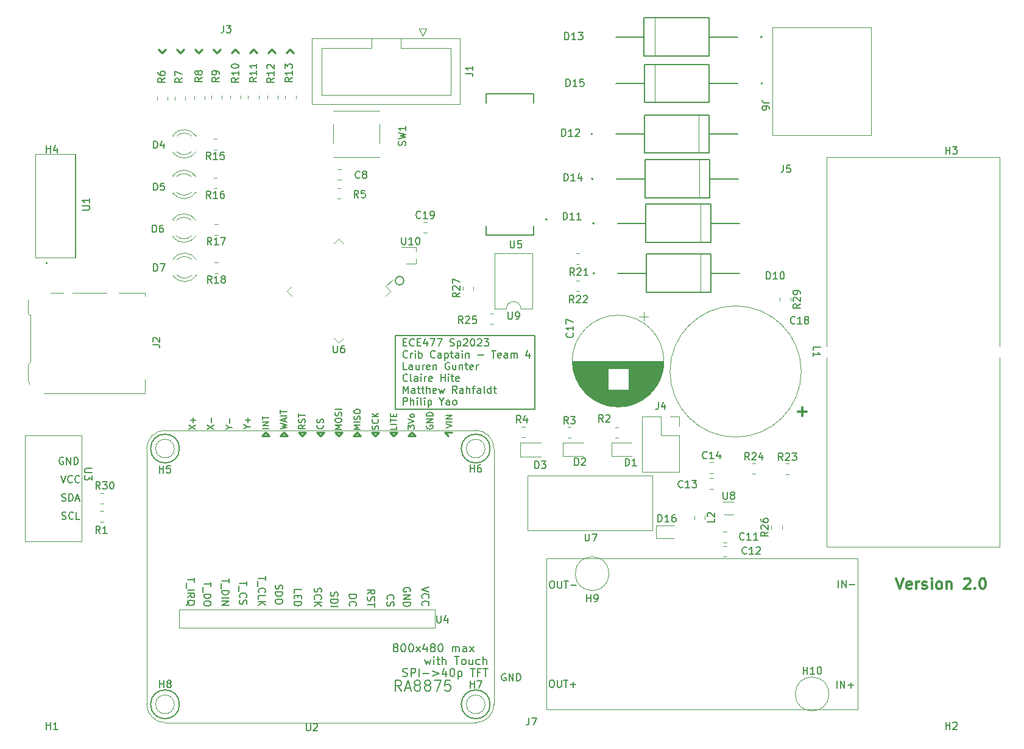
<source format=gbr>
%TF.GenerationSoftware,KiCad,Pcbnew,(6.0.4)*%
%TF.CreationDate,2023-03-10T14:52:47-05:00*%
%TF.ProjectId,cc_pcbRedo,63635f70-6362-4526-9564-6f2e6b696361,rev?*%
%TF.SameCoordinates,Original*%
%TF.FileFunction,Legend,Top*%
%TF.FilePolarity,Positive*%
%FSLAX46Y46*%
G04 Gerber Fmt 4.6, Leading zero omitted, Abs format (unit mm)*
G04 Created by KiCad (PCBNEW (6.0.4)) date 2023-03-10 14:52:47*
%MOMM*%
%LPD*%
G01*
G04 APERTURE LIST*
%ADD10C,0.150000*%
%ADD11C,0.200000*%
%ADD12C,0.300000*%
%ADD13C,0.190500*%
%ADD14C,0.142240*%
%ADD15C,0.152400*%
%ADD16C,0.201168*%
%ADD17C,0.120000*%
%ADD18C,0.127000*%
%ADD19C,0.254000*%
%ADD20C,0.050000*%
%ADD21C,0.203200*%
G04 APERTURE END LIST*
D10*
X131436159Y-75098221D02*
G75*
G03*
X131436159Y-75098221I-609600J0D01*
G01*
D11*
X130200400Y-82753200D02*
X149656800Y-82753200D01*
X149656800Y-82753200D02*
X149656800Y-92989400D01*
X149656800Y-92989400D02*
X130200400Y-92989400D01*
X130200400Y-92989400D02*
X130200400Y-82753200D01*
D12*
X186229371Y-93325142D02*
X187372228Y-93325142D01*
X186800800Y-93896571D02*
X186800800Y-92753714D01*
D13*
X131353529Y-83671228D02*
X131692196Y-83671228D01*
X131837339Y-84203419D02*
X131353529Y-84203419D01*
X131353529Y-83187419D01*
X131837339Y-83187419D01*
X132853339Y-84106657D02*
X132804958Y-84155038D01*
X132659815Y-84203419D01*
X132563053Y-84203419D01*
X132417910Y-84155038D01*
X132321148Y-84058276D01*
X132272767Y-83961514D01*
X132224386Y-83767990D01*
X132224386Y-83622847D01*
X132272767Y-83429323D01*
X132321148Y-83332561D01*
X132417910Y-83235800D01*
X132563053Y-83187419D01*
X132659815Y-83187419D01*
X132804958Y-83235800D01*
X132853339Y-83284180D01*
X133288767Y-83671228D02*
X133627434Y-83671228D01*
X133772577Y-84203419D02*
X133288767Y-84203419D01*
X133288767Y-83187419D01*
X133772577Y-83187419D01*
X134643434Y-83526085D02*
X134643434Y-84203419D01*
X134401529Y-83139038D02*
X134159625Y-83864752D01*
X134788577Y-83864752D01*
X135078863Y-83187419D02*
X135756196Y-83187419D01*
X135320767Y-84203419D01*
X136046482Y-83187419D02*
X136723815Y-83187419D01*
X136288386Y-84203419D01*
X137836577Y-84155038D02*
X137981720Y-84203419D01*
X138223625Y-84203419D01*
X138320386Y-84155038D01*
X138368767Y-84106657D01*
X138417148Y-84009895D01*
X138417148Y-83913133D01*
X138368767Y-83816371D01*
X138320386Y-83767990D01*
X138223625Y-83719609D01*
X138030101Y-83671228D01*
X137933339Y-83622847D01*
X137884958Y-83574466D01*
X137836577Y-83477704D01*
X137836577Y-83380942D01*
X137884958Y-83284180D01*
X137933339Y-83235800D01*
X138030101Y-83187419D01*
X138272005Y-83187419D01*
X138417148Y-83235800D01*
X138852577Y-83526085D02*
X138852577Y-84542085D01*
X138852577Y-83574466D02*
X138949339Y-83526085D01*
X139142863Y-83526085D01*
X139239625Y-83574466D01*
X139288005Y-83622847D01*
X139336386Y-83719609D01*
X139336386Y-84009895D01*
X139288005Y-84106657D01*
X139239625Y-84155038D01*
X139142863Y-84203419D01*
X138949339Y-84203419D01*
X138852577Y-84155038D01*
X139723434Y-83284180D02*
X139771815Y-83235800D01*
X139868577Y-83187419D01*
X140110482Y-83187419D01*
X140207244Y-83235800D01*
X140255625Y-83284180D01*
X140304005Y-83380942D01*
X140304005Y-83477704D01*
X140255625Y-83622847D01*
X139675053Y-84203419D01*
X140304005Y-84203419D01*
X140932958Y-83187419D02*
X141029720Y-83187419D01*
X141126482Y-83235800D01*
X141174863Y-83284180D01*
X141223244Y-83380942D01*
X141271625Y-83574466D01*
X141271625Y-83816371D01*
X141223244Y-84009895D01*
X141174863Y-84106657D01*
X141126482Y-84155038D01*
X141029720Y-84203419D01*
X140932958Y-84203419D01*
X140836196Y-84155038D01*
X140787815Y-84106657D01*
X140739434Y-84009895D01*
X140691053Y-83816371D01*
X140691053Y-83574466D01*
X140739434Y-83380942D01*
X140787815Y-83284180D01*
X140836196Y-83235800D01*
X140932958Y-83187419D01*
X141658672Y-83284180D02*
X141707053Y-83235800D01*
X141803815Y-83187419D01*
X142045720Y-83187419D01*
X142142482Y-83235800D01*
X142190863Y-83284180D01*
X142239244Y-83380942D01*
X142239244Y-83477704D01*
X142190863Y-83622847D01*
X141610291Y-84203419D01*
X142239244Y-84203419D01*
X142577910Y-83187419D02*
X143206863Y-83187419D01*
X142868196Y-83574466D01*
X143013339Y-83574466D01*
X143110101Y-83622847D01*
X143158482Y-83671228D01*
X143206863Y-83767990D01*
X143206863Y-84009895D01*
X143158482Y-84106657D01*
X143110101Y-84155038D01*
X143013339Y-84203419D01*
X142723053Y-84203419D01*
X142626291Y-84155038D01*
X142577910Y-84106657D01*
X131934101Y-85742417D02*
X131885720Y-85790798D01*
X131740577Y-85839179D01*
X131643815Y-85839179D01*
X131498672Y-85790798D01*
X131401910Y-85694036D01*
X131353529Y-85597274D01*
X131305148Y-85403750D01*
X131305148Y-85258607D01*
X131353529Y-85065083D01*
X131401910Y-84968321D01*
X131498672Y-84871560D01*
X131643815Y-84823179D01*
X131740577Y-84823179D01*
X131885720Y-84871560D01*
X131934101Y-84919940D01*
X132369529Y-85839179D02*
X132369529Y-85161845D01*
X132369529Y-85355369D02*
X132417910Y-85258607D01*
X132466291Y-85210226D01*
X132563053Y-85161845D01*
X132659815Y-85161845D01*
X132998482Y-85839179D02*
X132998482Y-85161845D01*
X132998482Y-84823179D02*
X132950101Y-84871560D01*
X132998482Y-84919940D01*
X133046863Y-84871560D01*
X132998482Y-84823179D01*
X132998482Y-84919940D01*
X133482291Y-85839179D02*
X133482291Y-84823179D01*
X133482291Y-85210226D02*
X133579053Y-85161845D01*
X133772577Y-85161845D01*
X133869339Y-85210226D01*
X133917720Y-85258607D01*
X133966101Y-85355369D01*
X133966101Y-85645655D01*
X133917720Y-85742417D01*
X133869339Y-85790798D01*
X133772577Y-85839179D01*
X133579053Y-85839179D01*
X133482291Y-85790798D01*
X135756196Y-85742417D02*
X135707815Y-85790798D01*
X135562672Y-85839179D01*
X135465910Y-85839179D01*
X135320767Y-85790798D01*
X135224005Y-85694036D01*
X135175625Y-85597274D01*
X135127244Y-85403750D01*
X135127244Y-85258607D01*
X135175625Y-85065083D01*
X135224005Y-84968321D01*
X135320767Y-84871560D01*
X135465910Y-84823179D01*
X135562672Y-84823179D01*
X135707815Y-84871560D01*
X135756196Y-84919940D01*
X136627053Y-85839179D02*
X136627053Y-85306988D01*
X136578672Y-85210226D01*
X136481910Y-85161845D01*
X136288386Y-85161845D01*
X136191625Y-85210226D01*
X136627053Y-85790798D02*
X136530291Y-85839179D01*
X136288386Y-85839179D01*
X136191625Y-85790798D01*
X136143244Y-85694036D01*
X136143244Y-85597274D01*
X136191625Y-85500512D01*
X136288386Y-85452131D01*
X136530291Y-85452131D01*
X136627053Y-85403750D01*
X137110863Y-85161845D02*
X137110863Y-86177845D01*
X137110863Y-85210226D02*
X137207625Y-85161845D01*
X137401148Y-85161845D01*
X137497910Y-85210226D01*
X137546291Y-85258607D01*
X137594672Y-85355369D01*
X137594672Y-85645655D01*
X137546291Y-85742417D01*
X137497910Y-85790798D01*
X137401148Y-85839179D01*
X137207625Y-85839179D01*
X137110863Y-85790798D01*
X137884958Y-85161845D02*
X138272005Y-85161845D01*
X138030101Y-84823179D02*
X138030101Y-85694036D01*
X138078482Y-85790798D01*
X138175244Y-85839179D01*
X138272005Y-85839179D01*
X139046101Y-85839179D02*
X139046101Y-85306988D01*
X138997720Y-85210226D01*
X138900958Y-85161845D01*
X138707434Y-85161845D01*
X138610672Y-85210226D01*
X139046101Y-85790798D02*
X138949339Y-85839179D01*
X138707434Y-85839179D01*
X138610672Y-85790798D01*
X138562291Y-85694036D01*
X138562291Y-85597274D01*
X138610672Y-85500512D01*
X138707434Y-85452131D01*
X138949339Y-85452131D01*
X139046101Y-85403750D01*
X139529910Y-85839179D02*
X139529910Y-85161845D01*
X139529910Y-84823179D02*
X139481529Y-84871560D01*
X139529910Y-84919940D01*
X139578291Y-84871560D01*
X139529910Y-84823179D01*
X139529910Y-84919940D01*
X140013720Y-85161845D02*
X140013720Y-85839179D01*
X140013720Y-85258607D02*
X140062101Y-85210226D01*
X140158863Y-85161845D01*
X140304005Y-85161845D01*
X140400767Y-85210226D01*
X140449148Y-85306988D01*
X140449148Y-85839179D01*
X141707053Y-85452131D02*
X142481148Y-85452131D01*
X143593910Y-84823179D02*
X144174482Y-84823179D01*
X143884196Y-85839179D02*
X143884196Y-84823179D01*
X144900196Y-85790798D02*
X144803434Y-85839179D01*
X144609910Y-85839179D01*
X144513148Y-85790798D01*
X144464767Y-85694036D01*
X144464767Y-85306988D01*
X144513148Y-85210226D01*
X144609910Y-85161845D01*
X144803434Y-85161845D01*
X144900196Y-85210226D01*
X144948577Y-85306988D01*
X144948577Y-85403750D01*
X144464767Y-85500512D01*
X145819434Y-85839179D02*
X145819434Y-85306988D01*
X145771053Y-85210226D01*
X145674291Y-85161845D01*
X145480767Y-85161845D01*
X145384005Y-85210226D01*
X145819434Y-85790798D02*
X145722672Y-85839179D01*
X145480767Y-85839179D01*
X145384005Y-85790798D01*
X145335625Y-85694036D01*
X145335625Y-85597274D01*
X145384005Y-85500512D01*
X145480767Y-85452131D01*
X145722672Y-85452131D01*
X145819434Y-85403750D01*
X146303244Y-85839179D02*
X146303244Y-85161845D01*
X146303244Y-85258607D02*
X146351625Y-85210226D01*
X146448386Y-85161845D01*
X146593529Y-85161845D01*
X146690291Y-85210226D01*
X146738672Y-85306988D01*
X146738672Y-85839179D01*
X146738672Y-85306988D02*
X146787053Y-85210226D01*
X146883815Y-85161845D01*
X147028958Y-85161845D01*
X147125720Y-85210226D01*
X147174101Y-85306988D01*
X147174101Y-85839179D01*
X148867434Y-85161845D02*
X148867434Y-85839179D01*
X148625529Y-84774798D02*
X148383625Y-85500512D01*
X149012577Y-85500512D01*
X131837339Y-87474939D02*
X131353529Y-87474939D01*
X131353529Y-86458939D01*
X132611434Y-87474939D02*
X132611434Y-86942748D01*
X132563053Y-86845986D01*
X132466291Y-86797605D01*
X132272767Y-86797605D01*
X132176005Y-86845986D01*
X132611434Y-87426558D02*
X132514672Y-87474939D01*
X132272767Y-87474939D01*
X132176005Y-87426558D01*
X132127625Y-87329796D01*
X132127625Y-87233034D01*
X132176005Y-87136272D01*
X132272767Y-87087891D01*
X132514672Y-87087891D01*
X132611434Y-87039510D01*
X133530672Y-86797605D02*
X133530672Y-87474939D01*
X133095244Y-86797605D02*
X133095244Y-87329796D01*
X133143625Y-87426558D01*
X133240386Y-87474939D01*
X133385529Y-87474939D01*
X133482291Y-87426558D01*
X133530672Y-87378177D01*
X134014482Y-87474939D02*
X134014482Y-86797605D01*
X134014482Y-86991129D02*
X134062863Y-86894367D01*
X134111244Y-86845986D01*
X134208005Y-86797605D01*
X134304767Y-86797605D01*
X135030482Y-87426558D02*
X134933720Y-87474939D01*
X134740196Y-87474939D01*
X134643434Y-87426558D01*
X134595053Y-87329796D01*
X134595053Y-86942748D01*
X134643434Y-86845986D01*
X134740196Y-86797605D01*
X134933720Y-86797605D01*
X135030482Y-86845986D01*
X135078863Y-86942748D01*
X135078863Y-87039510D01*
X134595053Y-87136272D01*
X135514291Y-86797605D02*
X135514291Y-87474939D01*
X135514291Y-86894367D02*
X135562672Y-86845986D01*
X135659434Y-86797605D01*
X135804577Y-86797605D01*
X135901339Y-86845986D01*
X135949720Y-86942748D01*
X135949720Y-87474939D01*
X137739815Y-86507320D02*
X137643053Y-86458939D01*
X137497910Y-86458939D01*
X137352767Y-86507320D01*
X137256005Y-86604081D01*
X137207625Y-86700843D01*
X137159244Y-86894367D01*
X137159244Y-87039510D01*
X137207625Y-87233034D01*
X137256005Y-87329796D01*
X137352767Y-87426558D01*
X137497910Y-87474939D01*
X137594672Y-87474939D01*
X137739815Y-87426558D01*
X137788196Y-87378177D01*
X137788196Y-87039510D01*
X137594672Y-87039510D01*
X138659053Y-86797605D02*
X138659053Y-87474939D01*
X138223625Y-86797605D02*
X138223625Y-87329796D01*
X138272005Y-87426558D01*
X138368767Y-87474939D01*
X138513910Y-87474939D01*
X138610672Y-87426558D01*
X138659053Y-87378177D01*
X139142863Y-86797605D02*
X139142863Y-87474939D01*
X139142863Y-86894367D02*
X139191244Y-86845986D01*
X139288005Y-86797605D01*
X139433148Y-86797605D01*
X139529910Y-86845986D01*
X139578291Y-86942748D01*
X139578291Y-87474939D01*
X139916958Y-86797605D02*
X140304005Y-86797605D01*
X140062101Y-86458939D02*
X140062101Y-87329796D01*
X140110482Y-87426558D01*
X140207244Y-87474939D01*
X140304005Y-87474939D01*
X141029720Y-87426558D02*
X140932958Y-87474939D01*
X140739434Y-87474939D01*
X140642672Y-87426558D01*
X140594291Y-87329796D01*
X140594291Y-86942748D01*
X140642672Y-86845986D01*
X140739434Y-86797605D01*
X140932958Y-86797605D01*
X141029720Y-86845986D01*
X141078101Y-86942748D01*
X141078101Y-87039510D01*
X140594291Y-87136272D01*
X141513529Y-87474939D02*
X141513529Y-86797605D01*
X141513529Y-86991129D02*
X141561910Y-86894367D01*
X141610291Y-86845986D01*
X141707053Y-86797605D01*
X141803815Y-86797605D01*
X131934101Y-89013937D02*
X131885720Y-89062318D01*
X131740577Y-89110699D01*
X131643815Y-89110699D01*
X131498672Y-89062318D01*
X131401910Y-88965556D01*
X131353529Y-88868794D01*
X131305148Y-88675270D01*
X131305148Y-88530127D01*
X131353529Y-88336603D01*
X131401910Y-88239841D01*
X131498672Y-88143080D01*
X131643815Y-88094699D01*
X131740577Y-88094699D01*
X131885720Y-88143080D01*
X131934101Y-88191460D01*
X132514672Y-89110699D02*
X132417910Y-89062318D01*
X132369529Y-88965556D01*
X132369529Y-88094699D01*
X133337148Y-89110699D02*
X133337148Y-88578508D01*
X133288767Y-88481746D01*
X133192005Y-88433365D01*
X132998482Y-88433365D01*
X132901720Y-88481746D01*
X133337148Y-89062318D02*
X133240386Y-89110699D01*
X132998482Y-89110699D01*
X132901720Y-89062318D01*
X132853339Y-88965556D01*
X132853339Y-88868794D01*
X132901720Y-88772032D01*
X132998482Y-88723651D01*
X133240386Y-88723651D01*
X133337148Y-88675270D01*
X133820958Y-89110699D02*
X133820958Y-88433365D01*
X133820958Y-88094699D02*
X133772577Y-88143080D01*
X133820958Y-88191460D01*
X133869339Y-88143080D01*
X133820958Y-88094699D01*
X133820958Y-88191460D01*
X134304767Y-89110699D02*
X134304767Y-88433365D01*
X134304767Y-88626889D02*
X134353148Y-88530127D01*
X134401529Y-88481746D01*
X134498291Y-88433365D01*
X134595053Y-88433365D01*
X135320767Y-89062318D02*
X135224005Y-89110699D01*
X135030482Y-89110699D01*
X134933720Y-89062318D01*
X134885339Y-88965556D01*
X134885339Y-88578508D01*
X134933720Y-88481746D01*
X135030482Y-88433365D01*
X135224005Y-88433365D01*
X135320767Y-88481746D01*
X135369148Y-88578508D01*
X135369148Y-88675270D01*
X134885339Y-88772032D01*
X136578672Y-89110699D02*
X136578672Y-88094699D01*
X136578672Y-88578508D02*
X137159244Y-88578508D01*
X137159244Y-89110699D02*
X137159244Y-88094699D01*
X137643053Y-89110699D02*
X137643053Y-88433365D01*
X137643053Y-88094699D02*
X137594672Y-88143080D01*
X137643053Y-88191460D01*
X137691434Y-88143080D01*
X137643053Y-88094699D01*
X137643053Y-88191460D01*
X137981720Y-88433365D02*
X138368767Y-88433365D01*
X138126863Y-88094699D02*
X138126863Y-88965556D01*
X138175244Y-89062318D01*
X138272005Y-89110699D01*
X138368767Y-89110699D01*
X139094482Y-89062318D02*
X138997720Y-89110699D01*
X138804196Y-89110699D01*
X138707434Y-89062318D01*
X138659053Y-88965556D01*
X138659053Y-88578508D01*
X138707434Y-88481746D01*
X138804196Y-88433365D01*
X138997720Y-88433365D01*
X139094482Y-88481746D01*
X139142863Y-88578508D01*
X139142863Y-88675270D01*
X138659053Y-88772032D01*
X131353529Y-90746459D02*
X131353529Y-89730459D01*
X131692196Y-90456173D01*
X132030863Y-89730459D01*
X132030863Y-90746459D01*
X132950101Y-90746459D02*
X132950101Y-90214268D01*
X132901720Y-90117506D01*
X132804958Y-90069125D01*
X132611434Y-90069125D01*
X132514672Y-90117506D01*
X132950101Y-90698078D02*
X132853339Y-90746459D01*
X132611434Y-90746459D01*
X132514672Y-90698078D01*
X132466291Y-90601316D01*
X132466291Y-90504554D01*
X132514672Y-90407792D01*
X132611434Y-90359411D01*
X132853339Y-90359411D01*
X132950101Y-90311030D01*
X133288767Y-90069125D02*
X133675815Y-90069125D01*
X133433910Y-89730459D02*
X133433910Y-90601316D01*
X133482291Y-90698078D01*
X133579053Y-90746459D01*
X133675815Y-90746459D01*
X133869339Y-90069125D02*
X134256386Y-90069125D01*
X134014482Y-89730459D02*
X134014482Y-90601316D01*
X134062863Y-90698078D01*
X134159625Y-90746459D01*
X134256386Y-90746459D01*
X134595053Y-90746459D02*
X134595053Y-89730459D01*
X135030482Y-90746459D02*
X135030482Y-90214268D01*
X134982101Y-90117506D01*
X134885339Y-90069125D01*
X134740196Y-90069125D01*
X134643434Y-90117506D01*
X134595053Y-90165887D01*
X135901339Y-90698078D02*
X135804577Y-90746459D01*
X135611053Y-90746459D01*
X135514291Y-90698078D01*
X135465910Y-90601316D01*
X135465910Y-90214268D01*
X135514291Y-90117506D01*
X135611053Y-90069125D01*
X135804577Y-90069125D01*
X135901339Y-90117506D01*
X135949720Y-90214268D01*
X135949720Y-90311030D01*
X135465910Y-90407792D01*
X136288386Y-90069125D02*
X136481910Y-90746459D01*
X136675434Y-90262649D01*
X136868958Y-90746459D01*
X137062482Y-90069125D01*
X138804196Y-90746459D02*
X138465529Y-90262649D01*
X138223625Y-90746459D02*
X138223625Y-89730459D01*
X138610672Y-89730459D01*
X138707434Y-89778840D01*
X138755815Y-89827220D01*
X138804196Y-89923982D01*
X138804196Y-90069125D01*
X138755815Y-90165887D01*
X138707434Y-90214268D01*
X138610672Y-90262649D01*
X138223625Y-90262649D01*
X139675053Y-90746459D02*
X139675053Y-90214268D01*
X139626672Y-90117506D01*
X139529910Y-90069125D01*
X139336386Y-90069125D01*
X139239625Y-90117506D01*
X139675053Y-90698078D02*
X139578291Y-90746459D01*
X139336386Y-90746459D01*
X139239625Y-90698078D01*
X139191244Y-90601316D01*
X139191244Y-90504554D01*
X139239625Y-90407792D01*
X139336386Y-90359411D01*
X139578291Y-90359411D01*
X139675053Y-90311030D01*
X140158863Y-90746459D02*
X140158863Y-89730459D01*
X140594291Y-90746459D02*
X140594291Y-90214268D01*
X140545910Y-90117506D01*
X140449148Y-90069125D01*
X140304005Y-90069125D01*
X140207244Y-90117506D01*
X140158863Y-90165887D01*
X140932958Y-90069125D02*
X141320005Y-90069125D01*
X141078101Y-90746459D02*
X141078101Y-89875601D01*
X141126482Y-89778840D01*
X141223244Y-89730459D01*
X141320005Y-89730459D01*
X142094101Y-90746459D02*
X142094101Y-90214268D01*
X142045720Y-90117506D01*
X141948958Y-90069125D01*
X141755434Y-90069125D01*
X141658672Y-90117506D01*
X142094101Y-90698078D02*
X141997339Y-90746459D01*
X141755434Y-90746459D01*
X141658672Y-90698078D01*
X141610291Y-90601316D01*
X141610291Y-90504554D01*
X141658672Y-90407792D01*
X141755434Y-90359411D01*
X141997339Y-90359411D01*
X142094101Y-90311030D01*
X142723053Y-90746459D02*
X142626291Y-90698078D01*
X142577910Y-90601316D01*
X142577910Y-89730459D01*
X143545529Y-90746459D02*
X143545529Y-89730459D01*
X143545529Y-90698078D02*
X143448767Y-90746459D01*
X143255244Y-90746459D01*
X143158482Y-90698078D01*
X143110101Y-90649697D01*
X143061720Y-90552935D01*
X143061720Y-90262649D01*
X143110101Y-90165887D01*
X143158482Y-90117506D01*
X143255244Y-90069125D01*
X143448767Y-90069125D01*
X143545529Y-90117506D01*
X143884196Y-90069125D02*
X144271244Y-90069125D01*
X144029339Y-89730459D02*
X144029339Y-90601316D01*
X144077720Y-90698078D01*
X144174482Y-90746459D01*
X144271244Y-90746459D01*
X131353529Y-92382219D02*
X131353529Y-91366219D01*
X131740577Y-91366219D01*
X131837339Y-91414600D01*
X131885720Y-91462980D01*
X131934101Y-91559742D01*
X131934101Y-91704885D01*
X131885720Y-91801647D01*
X131837339Y-91850028D01*
X131740577Y-91898409D01*
X131353529Y-91898409D01*
X132369529Y-92382219D02*
X132369529Y-91366219D01*
X132804958Y-92382219D02*
X132804958Y-91850028D01*
X132756577Y-91753266D01*
X132659815Y-91704885D01*
X132514672Y-91704885D01*
X132417910Y-91753266D01*
X132369529Y-91801647D01*
X133288767Y-92382219D02*
X133288767Y-91704885D01*
X133288767Y-91366219D02*
X133240386Y-91414600D01*
X133288767Y-91462980D01*
X133337148Y-91414600D01*
X133288767Y-91366219D01*
X133288767Y-91462980D01*
X133917720Y-92382219D02*
X133820958Y-92333838D01*
X133772577Y-92237076D01*
X133772577Y-91366219D01*
X134304767Y-92382219D02*
X134304767Y-91704885D01*
X134304767Y-91366219D02*
X134256386Y-91414600D01*
X134304767Y-91462980D01*
X134353148Y-91414600D01*
X134304767Y-91366219D01*
X134304767Y-91462980D01*
X134788577Y-91704885D02*
X134788577Y-92720885D01*
X134788577Y-91753266D02*
X134885339Y-91704885D01*
X135078863Y-91704885D01*
X135175625Y-91753266D01*
X135224005Y-91801647D01*
X135272386Y-91898409D01*
X135272386Y-92188695D01*
X135224005Y-92285457D01*
X135175625Y-92333838D01*
X135078863Y-92382219D01*
X134885339Y-92382219D01*
X134788577Y-92333838D01*
X136675434Y-91898409D02*
X136675434Y-92382219D01*
X136336767Y-91366219D02*
X136675434Y-91898409D01*
X137014101Y-91366219D01*
X137788196Y-92382219D02*
X137788196Y-91850028D01*
X137739815Y-91753266D01*
X137643053Y-91704885D01*
X137449529Y-91704885D01*
X137352767Y-91753266D01*
X137788196Y-92333838D02*
X137691434Y-92382219D01*
X137449529Y-92382219D01*
X137352767Y-92333838D01*
X137304386Y-92237076D01*
X137304386Y-92140314D01*
X137352767Y-92043552D01*
X137449529Y-91995171D01*
X137691434Y-91995171D01*
X137788196Y-91946790D01*
X138417148Y-92382219D02*
X138320386Y-92333838D01*
X138272005Y-92285457D01*
X138223625Y-92188695D01*
X138223625Y-91898409D01*
X138272005Y-91801647D01*
X138320386Y-91753266D01*
X138417148Y-91704885D01*
X138562291Y-91704885D01*
X138659053Y-91753266D01*
X138707434Y-91801647D01*
X138755815Y-91898409D01*
X138755815Y-92188695D01*
X138707434Y-92285457D01*
X138659053Y-92333838D01*
X138562291Y-92382219D01*
X138417148Y-92382219D01*
D12*
X199860685Y-116475771D02*
X200360685Y-117975771D01*
X200860685Y-116475771D01*
X201932114Y-117904342D02*
X201789257Y-117975771D01*
X201503542Y-117975771D01*
X201360685Y-117904342D01*
X201289257Y-117761485D01*
X201289257Y-117190057D01*
X201360685Y-117047200D01*
X201503542Y-116975771D01*
X201789257Y-116975771D01*
X201932114Y-117047200D01*
X202003542Y-117190057D01*
X202003542Y-117332914D01*
X201289257Y-117475771D01*
X202646400Y-117975771D02*
X202646400Y-116975771D01*
X202646400Y-117261485D02*
X202717828Y-117118628D01*
X202789257Y-117047200D01*
X202932114Y-116975771D01*
X203074971Y-116975771D01*
X203503542Y-117904342D02*
X203646400Y-117975771D01*
X203932114Y-117975771D01*
X204074971Y-117904342D01*
X204146400Y-117761485D01*
X204146400Y-117690057D01*
X204074971Y-117547200D01*
X203932114Y-117475771D01*
X203717828Y-117475771D01*
X203574971Y-117404342D01*
X203503542Y-117261485D01*
X203503542Y-117190057D01*
X203574971Y-117047200D01*
X203717828Y-116975771D01*
X203932114Y-116975771D01*
X204074971Y-117047200D01*
X204789257Y-117975771D02*
X204789257Y-116975771D01*
X204789257Y-116475771D02*
X204717828Y-116547200D01*
X204789257Y-116618628D01*
X204860685Y-116547200D01*
X204789257Y-116475771D01*
X204789257Y-116618628D01*
X205717828Y-117975771D02*
X205574971Y-117904342D01*
X205503542Y-117832914D01*
X205432114Y-117690057D01*
X205432114Y-117261485D01*
X205503542Y-117118628D01*
X205574971Y-117047200D01*
X205717828Y-116975771D01*
X205932114Y-116975771D01*
X206074971Y-117047200D01*
X206146400Y-117118628D01*
X206217828Y-117261485D01*
X206217828Y-117690057D01*
X206146400Y-117832914D01*
X206074971Y-117904342D01*
X205932114Y-117975771D01*
X205717828Y-117975771D01*
X206860685Y-116975771D02*
X206860685Y-117975771D01*
X206860685Y-117118628D02*
X206932114Y-117047200D01*
X207074971Y-116975771D01*
X207289257Y-116975771D01*
X207432114Y-117047200D01*
X207503542Y-117190057D01*
X207503542Y-117975771D01*
X209289257Y-116618628D02*
X209360685Y-116547200D01*
X209503542Y-116475771D01*
X209860685Y-116475771D01*
X210003542Y-116547200D01*
X210074971Y-116618628D01*
X210146400Y-116761485D01*
X210146400Y-116904342D01*
X210074971Y-117118628D01*
X209217828Y-117975771D01*
X210146400Y-117975771D01*
X210789257Y-117832914D02*
X210860685Y-117904342D01*
X210789257Y-117975771D01*
X210717828Y-117904342D01*
X210789257Y-117832914D01*
X210789257Y-117975771D01*
X211789257Y-116475771D02*
X211932114Y-116475771D01*
X212074971Y-116547200D01*
X212146400Y-116618628D01*
X212217828Y-116761485D01*
X212289257Y-117047200D01*
X212289257Y-117404342D01*
X212217828Y-117690057D01*
X212146400Y-117832914D01*
X212074971Y-117904342D01*
X211932114Y-117975771D01*
X211789257Y-117975771D01*
X211646400Y-117904342D01*
X211574971Y-117832914D01*
X211503542Y-117690057D01*
X211432114Y-117404342D01*
X211432114Y-117047200D01*
X211503542Y-116761485D01*
X211574971Y-116618628D01*
X211646400Y-116547200D01*
X211789257Y-116475771D01*
D10*
X145567495Y-129776600D02*
X145472257Y-129728980D01*
X145329400Y-129728980D01*
X145186542Y-129776600D01*
X145091304Y-129871838D01*
X145043685Y-129967076D01*
X144996066Y-130157552D01*
X144996066Y-130300409D01*
X145043685Y-130490885D01*
X145091304Y-130586123D01*
X145186542Y-130681361D01*
X145329400Y-130728980D01*
X145424638Y-130728980D01*
X145567495Y-130681361D01*
X145615114Y-130633742D01*
X145615114Y-130300409D01*
X145424638Y-130300409D01*
X146043685Y-130728980D02*
X146043685Y-129728980D01*
X146615114Y-130728980D01*
X146615114Y-129728980D01*
X147091304Y-130728980D02*
X147091304Y-129728980D01*
X147329400Y-129728980D01*
X147472257Y-129776600D01*
X147567495Y-129871838D01*
X147615114Y-129967076D01*
X147662733Y-130157552D01*
X147662733Y-130300409D01*
X147615114Y-130490885D01*
X147567495Y-130586123D01*
X147472257Y-130681361D01*
X147329400Y-130728980D01*
X147091304Y-130728980D01*
%TO.C,J7*%
X148799261Y-135866382D02*
X148799261Y-136580668D01*
X148751642Y-136723525D01*
X148656404Y-136818763D01*
X148513547Y-136866382D01*
X148418309Y-136866382D01*
X149180214Y-135866382D02*
X149846880Y-135866382D01*
X149418309Y-136866382D01*
X191626937Y-131735582D02*
X191626937Y-130735582D01*
X192103128Y-131735582D02*
X192103128Y-130735582D01*
X192674556Y-131735582D01*
X192674556Y-130735582D01*
X193150747Y-131354630D02*
X193912652Y-131354630D01*
X193531699Y-131735582D02*
X193531699Y-130973678D01*
X151933147Y-116867182D02*
X152123623Y-116867182D01*
X152218861Y-116914802D01*
X152314099Y-117010040D01*
X152361718Y-117200516D01*
X152361718Y-117533849D01*
X152314099Y-117724325D01*
X152218861Y-117819563D01*
X152123623Y-117867182D01*
X151933147Y-117867182D01*
X151837909Y-117819563D01*
X151742671Y-117724325D01*
X151695052Y-117533849D01*
X151695052Y-117200516D01*
X151742671Y-117010040D01*
X151837909Y-116914802D01*
X151933147Y-116867182D01*
X152790290Y-116867182D02*
X152790290Y-117676706D01*
X152837909Y-117771944D01*
X152885528Y-117819563D01*
X152980766Y-117867182D01*
X153171242Y-117867182D01*
X153266480Y-117819563D01*
X153314099Y-117771944D01*
X153361718Y-117676706D01*
X153361718Y-116867182D01*
X153695052Y-116867182D02*
X154266480Y-116867182D01*
X153980766Y-117867182D02*
X153980766Y-116867182D01*
X154599814Y-117486230D02*
X155361718Y-117486230D01*
X191830137Y-117765582D02*
X191830137Y-116765582D01*
X192306328Y-117765582D02*
X192306328Y-116765582D01*
X192877756Y-117765582D01*
X192877756Y-116765582D01*
X193353947Y-117384630D02*
X194115852Y-117384630D01*
X151882347Y-130633982D02*
X152072823Y-130633982D01*
X152168061Y-130681602D01*
X152263299Y-130776840D01*
X152310918Y-130967316D01*
X152310918Y-131300649D01*
X152263299Y-131491125D01*
X152168061Y-131586363D01*
X152072823Y-131633982D01*
X151882347Y-131633982D01*
X151787109Y-131586363D01*
X151691871Y-131491125D01*
X151644252Y-131300649D01*
X151644252Y-130967316D01*
X151691871Y-130776840D01*
X151787109Y-130681602D01*
X151882347Y-130633982D01*
X152739490Y-130633982D02*
X152739490Y-131443506D01*
X152787109Y-131538744D01*
X152834728Y-131586363D01*
X152929966Y-131633982D01*
X153120442Y-131633982D01*
X153215680Y-131586363D01*
X153263299Y-131538744D01*
X153310918Y-131443506D01*
X153310918Y-130633982D01*
X153644252Y-130633982D02*
X154215680Y-130633982D01*
X153929966Y-131633982D02*
X153929966Y-130633982D01*
X154549014Y-131253030D02*
X155310918Y-131253030D01*
X154929966Y-131633982D02*
X154929966Y-130872078D01*
%TO.C,U7*%
X156616495Y-110297980D02*
X156616495Y-111107504D01*
X156664114Y-111202742D01*
X156711733Y-111250361D01*
X156806971Y-111297980D01*
X156997447Y-111297980D01*
X157092685Y-111250361D01*
X157140304Y-111202742D01*
X157187923Y-111107504D01*
X157187923Y-110297980D01*
X157568876Y-110297980D02*
X158235542Y-110297980D01*
X157806971Y-111297980D01*
%TO.C,D15*%
X153979714Y-48077380D02*
X153979714Y-47077380D01*
X154217809Y-47077380D01*
X154360666Y-47125000D01*
X154455904Y-47220238D01*
X154503523Y-47315476D01*
X154551142Y-47505952D01*
X154551142Y-47648809D01*
X154503523Y-47839285D01*
X154455904Y-47934523D01*
X154360666Y-48029761D01*
X154217809Y-48077380D01*
X153979714Y-48077380D01*
X155503523Y-48077380D02*
X154932095Y-48077380D01*
X155217809Y-48077380D02*
X155217809Y-47077380D01*
X155122571Y-47220238D01*
X155027333Y-47315476D01*
X154932095Y-47363095D01*
X156408285Y-47077380D02*
X155932095Y-47077380D01*
X155884476Y-47553571D01*
X155932095Y-47505952D01*
X156027333Y-47458333D01*
X156265428Y-47458333D01*
X156360666Y-47505952D01*
X156408285Y-47553571D01*
X156455904Y-47648809D01*
X156455904Y-47886904D01*
X156408285Y-47982142D01*
X156360666Y-48029761D01*
X156265428Y-48077380D01*
X156027333Y-48077380D01*
X155932095Y-48029761D01*
X155884476Y-47982142D01*
%TO.C,C18*%
X185767742Y-81002142D02*
X185720123Y-81049761D01*
X185577266Y-81097380D01*
X185482028Y-81097380D01*
X185339171Y-81049761D01*
X185243933Y-80954523D01*
X185196314Y-80859285D01*
X185148695Y-80668809D01*
X185148695Y-80525952D01*
X185196314Y-80335476D01*
X185243933Y-80240238D01*
X185339171Y-80145000D01*
X185482028Y-80097380D01*
X185577266Y-80097380D01*
X185720123Y-80145000D01*
X185767742Y-80192619D01*
X186720123Y-81097380D02*
X186148695Y-81097380D01*
X186434409Y-81097380D02*
X186434409Y-80097380D01*
X186339171Y-80240238D01*
X186243933Y-80335476D01*
X186148695Y-80383095D01*
X187291552Y-80525952D02*
X187196314Y-80478333D01*
X187148695Y-80430714D01*
X187101076Y-80335476D01*
X187101076Y-80287857D01*
X187148695Y-80192619D01*
X187196314Y-80145000D01*
X187291552Y-80097380D01*
X187482028Y-80097380D01*
X187577266Y-80145000D01*
X187624885Y-80192619D01*
X187672504Y-80287857D01*
X187672504Y-80335476D01*
X187624885Y-80430714D01*
X187577266Y-80478333D01*
X187482028Y-80525952D01*
X187291552Y-80525952D01*
X187196314Y-80573571D01*
X187148695Y-80621190D01*
X187101076Y-80716428D01*
X187101076Y-80906904D01*
X187148695Y-81002142D01*
X187196314Y-81049761D01*
X187291552Y-81097380D01*
X187482028Y-81097380D01*
X187577266Y-81049761D01*
X187624885Y-81002142D01*
X187672504Y-80906904D01*
X187672504Y-80716428D01*
X187624885Y-80621190D01*
X187577266Y-80573571D01*
X187482028Y-80525952D01*
%TO.C,R18*%
X104716342Y-75432180D02*
X104383009Y-74955990D01*
X104144914Y-75432180D02*
X104144914Y-74432180D01*
X104525866Y-74432180D01*
X104621104Y-74479800D01*
X104668723Y-74527419D01*
X104716342Y-74622657D01*
X104716342Y-74765514D01*
X104668723Y-74860752D01*
X104621104Y-74908371D01*
X104525866Y-74955990D01*
X104144914Y-74955990D01*
X105668723Y-75432180D02*
X105097295Y-75432180D01*
X105383009Y-75432180D02*
X105383009Y-74432180D01*
X105287771Y-74575038D01*
X105192533Y-74670276D01*
X105097295Y-74717895D01*
X106240152Y-74860752D02*
X106144914Y-74813133D01*
X106097295Y-74765514D01*
X106049676Y-74670276D01*
X106049676Y-74622657D01*
X106097295Y-74527419D01*
X106144914Y-74479800D01*
X106240152Y-74432180D01*
X106430628Y-74432180D01*
X106525866Y-74479800D01*
X106573485Y-74527419D01*
X106621104Y-74622657D01*
X106621104Y-74670276D01*
X106573485Y-74765514D01*
X106525866Y-74813133D01*
X106430628Y-74860752D01*
X106240152Y-74860752D01*
X106144914Y-74908371D01*
X106097295Y-74955990D01*
X106049676Y-75051228D01*
X106049676Y-75241704D01*
X106097295Y-75336942D01*
X106144914Y-75384561D01*
X106240152Y-75432180D01*
X106430628Y-75432180D01*
X106525866Y-75384561D01*
X106573485Y-75336942D01*
X106621104Y-75241704D01*
X106621104Y-75051228D01*
X106573485Y-74955990D01*
X106525866Y-74908371D01*
X106430628Y-74860752D01*
%TO.C,U3*%
X88050619Y-101219095D02*
X87241095Y-101219095D01*
X87145857Y-101266714D01*
X87098238Y-101314333D01*
X87050619Y-101409571D01*
X87050619Y-101600047D01*
X87098238Y-101695285D01*
X87145857Y-101742904D01*
X87241095Y-101790523D01*
X88050619Y-101790523D01*
X88050619Y-102171476D02*
X88050619Y-102790523D01*
X87669666Y-102457190D01*
X87669666Y-102600047D01*
X87622047Y-102695285D01*
X87574428Y-102742904D01*
X87479190Y-102790523D01*
X87241095Y-102790523D01*
X87145857Y-102742904D01*
X87098238Y-102695285D01*
X87050619Y-102600047D01*
X87050619Y-102314333D01*
X87098238Y-102219095D01*
X87145857Y-102171476D01*
X83875714Y-105687761D02*
X84018571Y-105735380D01*
X84256666Y-105735380D01*
X84351904Y-105687761D01*
X84399523Y-105640142D01*
X84447142Y-105544904D01*
X84447142Y-105449666D01*
X84399523Y-105354428D01*
X84351904Y-105306809D01*
X84256666Y-105259190D01*
X84066190Y-105211571D01*
X83970952Y-105163952D01*
X83923333Y-105116333D01*
X83875714Y-105021095D01*
X83875714Y-104925857D01*
X83923333Y-104830619D01*
X83970952Y-104783000D01*
X84066190Y-104735380D01*
X84304285Y-104735380D01*
X84447142Y-104783000D01*
X84875714Y-105735380D02*
X84875714Y-104735380D01*
X85113809Y-104735380D01*
X85256666Y-104783000D01*
X85351904Y-104878238D01*
X85399523Y-104973476D01*
X85447142Y-105163952D01*
X85447142Y-105306809D01*
X85399523Y-105497285D01*
X85351904Y-105592523D01*
X85256666Y-105687761D01*
X85113809Y-105735380D01*
X84875714Y-105735380D01*
X85828095Y-105449666D02*
X86304285Y-105449666D01*
X85732857Y-105735380D02*
X86066190Y-104735380D01*
X86399523Y-105735380D01*
X83899523Y-108227761D02*
X84042380Y-108275380D01*
X84280476Y-108275380D01*
X84375714Y-108227761D01*
X84423333Y-108180142D01*
X84470952Y-108084904D01*
X84470952Y-107989666D01*
X84423333Y-107894428D01*
X84375714Y-107846809D01*
X84280476Y-107799190D01*
X84090000Y-107751571D01*
X83994761Y-107703952D01*
X83947142Y-107656333D01*
X83899523Y-107561095D01*
X83899523Y-107465857D01*
X83947142Y-107370619D01*
X83994761Y-107323000D01*
X84090000Y-107275380D01*
X84328095Y-107275380D01*
X84470952Y-107323000D01*
X85470952Y-108180142D02*
X85423333Y-108227761D01*
X85280476Y-108275380D01*
X85185238Y-108275380D01*
X85042380Y-108227761D01*
X84947142Y-108132523D01*
X84899523Y-108037285D01*
X84851904Y-107846809D01*
X84851904Y-107703952D01*
X84899523Y-107513476D01*
X84947142Y-107418238D01*
X85042380Y-107323000D01*
X85185238Y-107275380D01*
X85280476Y-107275380D01*
X85423333Y-107323000D01*
X85470952Y-107370619D01*
X86375714Y-108275380D02*
X85899523Y-108275380D01*
X85899523Y-107275380D01*
X83756666Y-102195380D02*
X84090000Y-103195380D01*
X84423333Y-102195380D01*
X85328095Y-103100142D02*
X85280476Y-103147761D01*
X85137619Y-103195380D01*
X85042380Y-103195380D01*
X84899523Y-103147761D01*
X84804285Y-103052523D01*
X84756666Y-102957285D01*
X84709047Y-102766809D01*
X84709047Y-102623952D01*
X84756666Y-102433476D01*
X84804285Y-102338238D01*
X84899523Y-102243000D01*
X85042380Y-102195380D01*
X85137619Y-102195380D01*
X85280476Y-102243000D01*
X85328095Y-102290619D01*
X86328095Y-103100142D02*
X86280476Y-103147761D01*
X86137619Y-103195380D01*
X86042380Y-103195380D01*
X85899523Y-103147761D01*
X85804285Y-103052523D01*
X85756666Y-102957285D01*
X85709047Y-102766809D01*
X85709047Y-102623952D01*
X85756666Y-102433476D01*
X85804285Y-102338238D01*
X85899523Y-102243000D01*
X86042380Y-102195380D01*
X86137619Y-102195380D01*
X86280476Y-102243000D01*
X86328095Y-102290619D01*
X84074095Y-99703000D02*
X83978857Y-99655380D01*
X83836000Y-99655380D01*
X83693142Y-99703000D01*
X83597904Y-99798238D01*
X83550285Y-99893476D01*
X83502666Y-100083952D01*
X83502666Y-100226809D01*
X83550285Y-100417285D01*
X83597904Y-100512523D01*
X83693142Y-100607761D01*
X83836000Y-100655380D01*
X83931238Y-100655380D01*
X84074095Y-100607761D01*
X84121714Y-100560142D01*
X84121714Y-100226809D01*
X83931238Y-100226809D01*
X84550285Y-100655380D02*
X84550285Y-99655380D01*
X85121714Y-100655380D01*
X85121714Y-99655380D01*
X85597904Y-100655380D02*
X85597904Y-99655380D01*
X85836000Y-99655380D01*
X85978857Y-99703000D01*
X86074095Y-99798238D01*
X86121714Y-99893476D01*
X86169333Y-100083952D01*
X86169333Y-100226809D01*
X86121714Y-100417285D01*
X86074095Y-100512523D01*
X85978857Y-100607761D01*
X85836000Y-100655380D01*
X85597904Y-100655380D01*
%TO.C,R7*%
X100629980Y-46953466D02*
X100153790Y-47286800D01*
X100629980Y-47524895D02*
X99629980Y-47524895D01*
X99629980Y-47143942D01*
X99677600Y-47048704D01*
X99725219Y-47001085D01*
X99820457Y-46953466D01*
X99963314Y-46953466D01*
X100058552Y-47001085D01*
X100106171Y-47048704D01*
X100153790Y-47143942D01*
X100153790Y-47524895D01*
X99629980Y-46620133D02*
X99629980Y-45953466D01*
X100629980Y-46382038D01*
%TO.C,C11*%
X178704535Y-111050342D02*
X178656916Y-111097961D01*
X178514059Y-111145580D01*
X178418821Y-111145580D01*
X178275964Y-111097961D01*
X178180726Y-111002723D01*
X178133107Y-110907485D01*
X178085488Y-110717009D01*
X178085488Y-110574152D01*
X178133107Y-110383676D01*
X178180726Y-110288438D01*
X178275964Y-110193200D01*
X178418821Y-110145580D01*
X178514059Y-110145580D01*
X178656916Y-110193200D01*
X178704535Y-110240819D01*
X179656916Y-111145580D02*
X179085488Y-111145580D01*
X179371202Y-111145580D02*
X179371202Y-110145580D01*
X179275964Y-110288438D01*
X179180726Y-110383676D01*
X179085488Y-110431295D01*
X180609297Y-111145580D02*
X180037869Y-111145580D01*
X180323583Y-111145580D02*
X180323583Y-110145580D01*
X180228345Y-110288438D01*
X180133107Y-110383676D01*
X180037869Y-110431295D01*
%TO.C,C8*%
X125300545Y-60788746D02*
X125252926Y-60836365D01*
X125110069Y-60883984D01*
X125014831Y-60883984D01*
X124871973Y-60836365D01*
X124776735Y-60741127D01*
X124729116Y-60645889D01*
X124681497Y-60455413D01*
X124681497Y-60312556D01*
X124729116Y-60122080D01*
X124776735Y-60026842D01*
X124871973Y-59931604D01*
X125014831Y-59883984D01*
X125110069Y-59883984D01*
X125252926Y-59931604D01*
X125300545Y-59979223D01*
X125871973Y-60312556D02*
X125776735Y-60264937D01*
X125729116Y-60217318D01*
X125681497Y-60122080D01*
X125681497Y-60074461D01*
X125729116Y-59979223D01*
X125776735Y-59931604D01*
X125871973Y-59883984D01*
X126062450Y-59883984D01*
X126157688Y-59931604D01*
X126205307Y-59979223D01*
X126252926Y-60074461D01*
X126252926Y-60122080D01*
X126205307Y-60217318D01*
X126157688Y-60264937D01*
X126062450Y-60312556D01*
X125871973Y-60312556D01*
X125776735Y-60360175D01*
X125729116Y-60407794D01*
X125681497Y-60503032D01*
X125681497Y-60693508D01*
X125729116Y-60788746D01*
X125776735Y-60836365D01*
X125871973Y-60883984D01*
X126062450Y-60883984D01*
X126157688Y-60836365D01*
X126205307Y-60788746D01*
X126252926Y-60693508D01*
X126252926Y-60503032D01*
X126205307Y-60407794D01*
X126157688Y-60360175D01*
X126062450Y-60312556D01*
%TO.C,U9*%
X145913087Y-79465969D02*
X145913087Y-80275493D01*
X145960706Y-80370731D01*
X146008325Y-80418350D01*
X146103563Y-80465969D01*
X146294039Y-80465969D01*
X146389277Y-80418350D01*
X146436896Y-80370731D01*
X146484515Y-80275493D01*
X146484515Y-79465969D01*
X147008325Y-80465969D02*
X147198801Y-80465969D01*
X147294039Y-80418350D01*
X147341658Y-80370731D01*
X147436896Y-80227874D01*
X147484515Y-80037398D01*
X147484515Y-79656446D01*
X147436896Y-79561208D01*
X147389277Y-79513589D01*
X147294039Y-79465969D01*
X147103563Y-79465969D01*
X147008325Y-79513589D01*
X146960706Y-79561208D01*
X146913087Y-79656446D01*
X146913087Y-79894541D01*
X146960706Y-79989779D01*
X147008325Y-80037398D01*
X147103563Y-80085017D01*
X147294039Y-80085017D01*
X147389277Y-80037398D01*
X147436896Y-79989779D01*
X147484515Y-79894541D01*
%TO.C,D2*%
X155167096Y-100782380D02*
X155167096Y-99782380D01*
X155405192Y-99782380D01*
X155548049Y-99830000D01*
X155643287Y-99925238D01*
X155690906Y-100020476D01*
X155738525Y-100210952D01*
X155738525Y-100353809D01*
X155690906Y-100544285D01*
X155643287Y-100639523D01*
X155548049Y-100734761D01*
X155405192Y-100782380D01*
X155167096Y-100782380D01*
X156119477Y-99877619D02*
X156167096Y-99830000D01*
X156262334Y-99782380D01*
X156500430Y-99782380D01*
X156595668Y-99830000D01*
X156643287Y-99877619D01*
X156690906Y-99972857D01*
X156690906Y-100068095D01*
X156643287Y-100210952D01*
X156071858Y-100782380D01*
X156690906Y-100782380D01*
%TO.C,R24*%
X179433744Y-100021380D02*
X179100411Y-99545190D01*
X178862316Y-100021380D02*
X178862316Y-99021380D01*
X179243268Y-99021380D01*
X179338506Y-99069000D01*
X179386125Y-99116619D01*
X179433744Y-99211857D01*
X179433744Y-99354714D01*
X179386125Y-99449952D01*
X179338506Y-99497571D01*
X179243268Y-99545190D01*
X178862316Y-99545190D01*
X179814697Y-99116619D02*
X179862316Y-99069000D01*
X179957554Y-99021380D01*
X180195649Y-99021380D01*
X180290887Y-99069000D01*
X180338506Y-99116619D01*
X180386125Y-99211857D01*
X180386125Y-99307095D01*
X180338506Y-99449952D01*
X179767078Y-100021380D01*
X180386125Y-100021380D01*
X181243268Y-99354714D02*
X181243268Y-100021380D01*
X181005173Y-98973761D02*
X180767078Y-99688047D01*
X181386125Y-99688047D01*
%TO.C,D10*%
X181818114Y-74874380D02*
X181818114Y-73874380D01*
X182056209Y-73874380D01*
X182199066Y-73922000D01*
X182294304Y-74017238D01*
X182341923Y-74112476D01*
X182389542Y-74302952D01*
X182389542Y-74445809D01*
X182341923Y-74636285D01*
X182294304Y-74731523D01*
X182199066Y-74826761D01*
X182056209Y-74874380D01*
X181818114Y-74874380D01*
X183341923Y-74874380D02*
X182770495Y-74874380D01*
X183056209Y-74874380D02*
X183056209Y-73874380D01*
X182960971Y-74017238D01*
X182865733Y-74112476D01*
X182770495Y-74160095D01*
X183960971Y-73874380D02*
X184056209Y-73874380D01*
X184151447Y-73922000D01*
X184199066Y-73969619D01*
X184246685Y-74064857D01*
X184294304Y-74255333D01*
X184294304Y-74493428D01*
X184246685Y-74683904D01*
X184199066Y-74779142D01*
X184151447Y-74826761D01*
X184056209Y-74874380D01*
X183960971Y-74874380D01*
X183865733Y-74826761D01*
X183818114Y-74779142D01*
X183770495Y-74683904D01*
X183722876Y-74493428D01*
X183722876Y-74255333D01*
X183770495Y-74064857D01*
X183818114Y-73969619D01*
X183865733Y-73922000D01*
X183960971Y-73874380D01*
%TO.C,D4*%
X96620100Y-56687980D02*
X96620100Y-55687980D01*
X96858196Y-55687980D01*
X97001053Y-55735600D01*
X97096291Y-55830838D01*
X97143910Y-55926076D01*
X97191529Y-56116552D01*
X97191529Y-56259409D01*
X97143910Y-56449885D01*
X97096291Y-56545123D01*
X97001053Y-56640361D01*
X96858196Y-56687980D01*
X96620100Y-56687980D01*
X98048672Y-56021314D02*
X98048672Y-56687980D01*
X97810576Y-55640361D02*
X97572481Y-56354647D01*
X98191529Y-56354647D01*
%TO.C,R9*%
X105735380Y-46851866D02*
X105259190Y-47185200D01*
X105735380Y-47423295D02*
X104735380Y-47423295D01*
X104735380Y-47042342D01*
X104783000Y-46947104D01*
X104830619Y-46899485D01*
X104925857Y-46851866D01*
X105068714Y-46851866D01*
X105163952Y-46899485D01*
X105211571Y-46947104D01*
X105259190Y-47042342D01*
X105259190Y-47423295D01*
X105735380Y-46375676D02*
X105735380Y-46185200D01*
X105687761Y-46089961D01*
X105640142Y-46042342D01*
X105497285Y-45947104D01*
X105306809Y-45899485D01*
X104925857Y-45899485D01*
X104830619Y-45947104D01*
X104783000Y-45994723D01*
X104735380Y-46089961D01*
X104735380Y-46280438D01*
X104783000Y-46375676D01*
X104830619Y-46423295D01*
X104925857Y-46470914D01*
X105163952Y-46470914D01*
X105259190Y-46423295D01*
X105306809Y-46375676D01*
X105354428Y-46280438D01*
X105354428Y-46089961D01*
X105306809Y-45994723D01*
X105259190Y-45947104D01*
X105163952Y-45899485D01*
%TO.C,U6*%
X121615297Y-84135983D02*
X121615297Y-84945507D01*
X121662916Y-85040745D01*
X121710535Y-85088364D01*
X121805773Y-85135983D01*
X121996249Y-85135983D01*
X122091487Y-85088364D01*
X122139106Y-85040745D01*
X122186725Y-84945507D01*
X122186725Y-84135983D01*
X123091487Y-84135983D02*
X122901011Y-84135983D01*
X122805773Y-84183603D01*
X122758154Y-84231222D01*
X122662916Y-84374079D01*
X122615297Y-84564555D01*
X122615297Y-84945507D01*
X122662916Y-85040745D01*
X122710535Y-85088364D01*
X122805773Y-85135983D01*
X122996249Y-85135983D01*
X123091487Y-85088364D01*
X123139106Y-85040745D01*
X123186725Y-84945507D01*
X123186725Y-84707412D01*
X123139106Y-84612174D01*
X123091487Y-84564555D01*
X122996249Y-84516936D01*
X122805773Y-84516936D01*
X122710535Y-84564555D01*
X122662916Y-84612174D01*
X122615297Y-84707412D01*
%TO.C,H8*%
X97510295Y-131687380D02*
X97510295Y-130687380D01*
X97510295Y-131163571D02*
X98081723Y-131163571D01*
X98081723Y-131687380D02*
X98081723Y-130687380D01*
X98700771Y-131115952D02*
X98605533Y-131068333D01*
X98557914Y-131020714D01*
X98510295Y-130925476D01*
X98510295Y-130877857D01*
X98557914Y-130782619D01*
X98605533Y-130735000D01*
X98700771Y-130687380D01*
X98891247Y-130687380D01*
X98986485Y-130735000D01*
X99034104Y-130782619D01*
X99081723Y-130877857D01*
X99081723Y-130925476D01*
X99034104Y-131020714D01*
X98986485Y-131068333D01*
X98891247Y-131115952D01*
X98700771Y-131115952D01*
X98605533Y-131163571D01*
X98557914Y-131211190D01*
X98510295Y-131306428D01*
X98510295Y-131496904D01*
X98557914Y-131592142D01*
X98605533Y-131639761D01*
X98700771Y-131687380D01*
X98891247Y-131687380D01*
X98986485Y-131639761D01*
X99034104Y-131592142D01*
X99081723Y-131496904D01*
X99081723Y-131306428D01*
X99034104Y-131211190D01*
X98986485Y-131163571D01*
X98891247Y-131115952D01*
%TO.C,R10*%
X108453180Y-46896257D02*
X107976990Y-47229590D01*
X108453180Y-47467685D02*
X107453180Y-47467685D01*
X107453180Y-47086733D01*
X107500800Y-46991495D01*
X107548419Y-46943876D01*
X107643657Y-46896257D01*
X107786514Y-46896257D01*
X107881752Y-46943876D01*
X107929371Y-46991495D01*
X107976990Y-47086733D01*
X107976990Y-47467685D01*
X108453180Y-45943876D02*
X108453180Y-46515304D01*
X108453180Y-46229590D02*
X107453180Y-46229590D01*
X107596038Y-46324828D01*
X107691276Y-46420066D01*
X107738895Y-46515304D01*
X107453180Y-45324828D02*
X107453180Y-45229590D01*
X107500800Y-45134352D01*
X107548419Y-45086733D01*
X107643657Y-45039114D01*
X107834133Y-44991495D01*
X108072228Y-44991495D01*
X108262704Y-45039114D01*
X108357942Y-45086733D01*
X108405561Y-45134352D01*
X108453180Y-45229590D01*
X108453180Y-45324828D01*
X108405561Y-45420066D01*
X108357942Y-45467685D01*
X108262704Y-45515304D01*
X108072228Y-45562923D01*
X107834133Y-45562923D01*
X107643657Y-45515304D01*
X107548419Y-45467685D01*
X107500800Y-45420066D01*
X107453180Y-45324828D01*
%TO.C,R6*%
X98216980Y-46928066D02*
X97740790Y-47261400D01*
X98216980Y-47499495D02*
X97216980Y-47499495D01*
X97216980Y-47118542D01*
X97264600Y-47023304D01*
X97312219Y-46975685D01*
X97407457Y-46928066D01*
X97550314Y-46928066D01*
X97645552Y-46975685D01*
X97693171Y-47023304D01*
X97740790Y-47118542D01*
X97740790Y-47499495D01*
X97216980Y-46070923D02*
X97216980Y-46261400D01*
X97264600Y-46356638D01*
X97312219Y-46404257D01*
X97455076Y-46499495D01*
X97645552Y-46547114D01*
X98026504Y-46547114D01*
X98121742Y-46499495D01*
X98169361Y-46451876D01*
X98216980Y-46356638D01*
X98216980Y-46166161D01*
X98169361Y-46070923D01*
X98121742Y-46023304D01*
X98026504Y-45975685D01*
X97788409Y-45975685D01*
X97693171Y-46023304D01*
X97645552Y-46070923D01*
X97597933Y-46166161D01*
X97597933Y-46356638D01*
X97645552Y-46451876D01*
X97693171Y-46499495D01*
X97788409Y-46547114D01*
%TO.C,R11*%
X110967780Y-46870857D02*
X110491590Y-47204190D01*
X110967780Y-47442285D02*
X109967780Y-47442285D01*
X109967780Y-47061333D01*
X110015400Y-46966095D01*
X110063019Y-46918476D01*
X110158257Y-46870857D01*
X110301114Y-46870857D01*
X110396352Y-46918476D01*
X110443971Y-46966095D01*
X110491590Y-47061333D01*
X110491590Y-47442285D01*
X110967780Y-45918476D02*
X110967780Y-46489904D01*
X110967780Y-46204190D02*
X109967780Y-46204190D01*
X110110638Y-46299428D01*
X110205876Y-46394666D01*
X110253495Y-46489904D01*
X110967780Y-44966095D02*
X110967780Y-45537523D01*
X110967780Y-45251809D02*
X109967780Y-45251809D01*
X110110638Y-45347047D01*
X110205876Y-45442285D01*
X110253495Y-45537523D01*
%TO.C,U1*%
X86752180Y-65252507D02*
X87561704Y-65252507D01*
X87656942Y-65204888D01*
X87704561Y-65157269D01*
X87752180Y-65062031D01*
X87752180Y-64871555D01*
X87704561Y-64776317D01*
X87656942Y-64728698D01*
X87561704Y-64681079D01*
X86752180Y-64681079D01*
X87752180Y-63681079D02*
X87752180Y-64252507D01*
X87752180Y-63966793D02*
X86752180Y-63966793D01*
X86895038Y-64062031D01*
X86990276Y-64157269D01*
X87037895Y-64252507D01*
%TO.C,J5*%
X184172266Y-59040780D02*
X184172266Y-59755066D01*
X184124647Y-59897923D01*
X184029409Y-59993161D01*
X183886552Y-60040780D01*
X183791314Y-60040780D01*
X185124647Y-59040780D02*
X184648457Y-59040780D01*
X184600838Y-59516971D01*
X184648457Y-59469352D01*
X184743695Y-59421733D01*
X184981790Y-59421733D01*
X185077028Y-59469352D01*
X185124647Y-59516971D01*
X185172266Y-59612209D01*
X185172266Y-59850304D01*
X185124647Y-59945542D01*
X185077028Y-59993161D01*
X184981790Y-60040780D01*
X184743695Y-60040780D01*
X184648457Y-59993161D01*
X184600838Y-59945542D01*
%TO.C,D12*%
X153370107Y-55011580D02*
X153370107Y-54011580D01*
X153608202Y-54011580D01*
X153751059Y-54059200D01*
X153846297Y-54154438D01*
X153893916Y-54249676D01*
X153941535Y-54440152D01*
X153941535Y-54583009D01*
X153893916Y-54773485D01*
X153846297Y-54868723D01*
X153751059Y-54963961D01*
X153608202Y-55011580D01*
X153370107Y-55011580D01*
X154893916Y-55011580D02*
X154322488Y-55011580D01*
X154608202Y-55011580D02*
X154608202Y-54011580D01*
X154512964Y-54154438D01*
X154417726Y-54249676D01*
X154322488Y-54297295D01*
X155274869Y-54106819D02*
X155322488Y-54059200D01*
X155417726Y-54011580D01*
X155655821Y-54011580D01*
X155751059Y-54059200D01*
X155798678Y-54106819D01*
X155846297Y-54202057D01*
X155846297Y-54297295D01*
X155798678Y-54440152D01*
X155227250Y-55011580D01*
X155846297Y-55011580D01*
%TO.C,D5*%
X96625104Y-62529980D02*
X96625104Y-61529980D01*
X96863200Y-61529980D01*
X97006057Y-61577600D01*
X97101295Y-61672838D01*
X97148914Y-61768076D01*
X97196533Y-61958552D01*
X97196533Y-62101409D01*
X97148914Y-62291885D01*
X97101295Y-62387123D01*
X97006057Y-62482361D01*
X96863200Y-62529980D01*
X96625104Y-62529980D01*
X98101295Y-61529980D02*
X97625104Y-61529980D01*
X97577485Y-62006171D01*
X97625104Y-61958552D01*
X97720342Y-61910933D01*
X97958438Y-61910933D01*
X98053676Y-61958552D01*
X98101295Y-62006171D01*
X98148914Y-62101409D01*
X98148914Y-62339504D01*
X98101295Y-62434742D01*
X98053676Y-62482361D01*
X97958438Y-62529980D01*
X97720342Y-62529980D01*
X97625104Y-62482361D01*
X97577485Y-62434742D01*
%TO.C,H3*%
X206738095Y-57479380D02*
X206738095Y-56479380D01*
X206738095Y-56955571D02*
X207309523Y-56955571D01*
X207309523Y-57479380D02*
X207309523Y-56479380D01*
X207690476Y-56479380D02*
X208309523Y-56479380D01*
X207976190Y-56860333D01*
X208119047Y-56860333D01*
X208214285Y-56907952D01*
X208261904Y-56955571D01*
X208309523Y-57050809D01*
X208309523Y-57288904D01*
X208261904Y-57384142D01*
X208214285Y-57431761D01*
X208119047Y-57479380D01*
X207833333Y-57479380D01*
X207738095Y-57431761D01*
X207690476Y-57384142D01*
%TO.C,R4*%
X147661333Y-94864180D02*
X147328000Y-94387990D01*
X147089904Y-94864180D02*
X147089904Y-93864180D01*
X147470857Y-93864180D01*
X147566095Y-93911800D01*
X147613714Y-93959419D01*
X147661333Y-94054657D01*
X147661333Y-94197514D01*
X147613714Y-94292752D01*
X147566095Y-94340371D01*
X147470857Y-94387990D01*
X147089904Y-94387990D01*
X148518476Y-94197514D02*
X148518476Y-94864180D01*
X148280380Y-93816561D02*
X148042285Y-94530847D01*
X148661333Y-94530847D01*
%TO.C,R29*%
X186512374Y-78352862D02*
X186036184Y-78686195D01*
X186512374Y-78924290D02*
X185512374Y-78924290D01*
X185512374Y-78543338D01*
X185559994Y-78448100D01*
X185607613Y-78400481D01*
X185702851Y-78352862D01*
X185845708Y-78352862D01*
X185940946Y-78400481D01*
X185988565Y-78448100D01*
X186036184Y-78543338D01*
X186036184Y-78924290D01*
X185607613Y-77971909D02*
X185559994Y-77924290D01*
X185512374Y-77829052D01*
X185512374Y-77590957D01*
X185559994Y-77495719D01*
X185607613Y-77448100D01*
X185702851Y-77400481D01*
X185798089Y-77400481D01*
X185940946Y-77448100D01*
X186512374Y-78019528D01*
X186512374Y-77400481D01*
X186512374Y-76924290D02*
X186512374Y-76733814D01*
X186464755Y-76638576D01*
X186417136Y-76590957D01*
X186274279Y-76495719D01*
X186083803Y-76448100D01*
X185702851Y-76448100D01*
X185607613Y-76495719D01*
X185559994Y-76543338D01*
X185512374Y-76638576D01*
X185512374Y-76829052D01*
X185559994Y-76924290D01*
X185607613Y-76971909D01*
X185702851Y-77019528D01*
X185940946Y-77019528D01*
X186036184Y-76971909D01*
X186083803Y-76924290D01*
X186131422Y-76829052D01*
X186131422Y-76638576D01*
X186083803Y-76543338D01*
X186036184Y-76495719D01*
X185940946Y-76448100D01*
%TO.C,R8*%
X103398580Y-46851866D02*
X102922390Y-47185200D01*
X103398580Y-47423295D02*
X102398580Y-47423295D01*
X102398580Y-47042342D01*
X102446200Y-46947104D01*
X102493819Y-46899485D01*
X102589057Y-46851866D01*
X102731914Y-46851866D01*
X102827152Y-46899485D01*
X102874771Y-46947104D01*
X102922390Y-47042342D01*
X102922390Y-47423295D01*
X102827152Y-46280438D02*
X102779533Y-46375676D01*
X102731914Y-46423295D01*
X102636676Y-46470914D01*
X102589057Y-46470914D01*
X102493819Y-46423295D01*
X102446200Y-46375676D01*
X102398580Y-46280438D01*
X102398580Y-46089961D01*
X102446200Y-45994723D01*
X102493819Y-45947104D01*
X102589057Y-45899485D01*
X102636676Y-45899485D01*
X102731914Y-45947104D01*
X102779533Y-45994723D01*
X102827152Y-46089961D01*
X102827152Y-46280438D01*
X102874771Y-46375676D01*
X102922390Y-46423295D01*
X103017628Y-46470914D01*
X103208104Y-46470914D01*
X103303342Y-46423295D01*
X103350961Y-46375676D01*
X103398580Y-46280438D01*
X103398580Y-46089961D01*
X103350961Y-45994723D01*
X103303342Y-45947104D01*
X103208104Y-45899485D01*
X103017628Y-45899485D01*
X102922390Y-45947104D01*
X102874771Y-45994723D01*
X102827152Y-46089961D01*
%TO.C,R15*%
X104559548Y-58236380D02*
X104226215Y-57760190D01*
X103988120Y-58236380D02*
X103988120Y-57236380D01*
X104369072Y-57236380D01*
X104464310Y-57284000D01*
X104511929Y-57331619D01*
X104559548Y-57426857D01*
X104559548Y-57569714D01*
X104511929Y-57664952D01*
X104464310Y-57712571D01*
X104369072Y-57760190D01*
X103988120Y-57760190D01*
X105511929Y-58236380D02*
X104940501Y-58236380D01*
X105226215Y-58236380D02*
X105226215Y-57236380D01*
X105130977Y-57379238D01*
X105035739Y-57474476D01*
X104940501Y-57522095D01*
X106416691Y-57236380D02*
X105940501Y-57236380D01*
X105892882Y-57712571D01*
X105940501Y-57664952D01*
X106035739Y-57617333D01*
X106273834Y-57617333D01*
X106369072Y-57664952D01*
X106416691Y-57712571D01*
X106464310Y-57807809D01*
X106464310Y-58045904D01*
X106416691Y-58141142D01*
X106369072Y-58188761D01*
X106273834Y-58236380D01*
X106035739Y-58236380D01*
X105940501Y-58188761D01*
X105892882Y-58141142D01*
%TO.C,J1*%
X140015980Y-46281933D02*
X140730266Y-46281933D01*
X140873123Y-46329552D01*
X140968361Y-46424790D01*
X141015980Y-46567647D01*
X141015980Y-46662885D01*
X141015980Y-45281933D02*
X141015980Y-45853361D01*
X141015980Y-45567647D02*
X140015980Y-45567647D01*
X140158838Y-45662885D01*
X140254076Y-45758123D01*
X140301695Y-45853361D01*
%TO.C,D3*%
X149629904Y-101214180D02*
X149629904Y-100214180D01*
X149868000Y-100214180D01*
X150010857Y-100261800D01*
X150106095Y-100357038D01*
X150153714Y-100452276D01*
X150201333Y-100642752D01*
X150201333Y-100785609D01*
X150153714Y-100976085D01*
X150106095Y-101071323D01*
X150010857Y-101166561D01*
X149868000Y-101214180D01*
X149629904Y-101214180D01*
X150534666Y-100214180D02*
X151153714Y-100214180D01*
X150820380Y-100595133D01*
X150963238Y-100595133D01*
X151058476Y-100642752D01*
X151106095Y-100690371D01*
X151153714Y-100785609D01*
X151153714Y-101023704D01*
X151106095Y-101118942D01*
X151058476Y-101166561D01*
X150963238Y-101214180D01*
X150677523Y-101214180D01*
X150582285Y-101166561D01*
X150534666Y-101118942D01*
%TO.C,R25*%
X139615942Y-81046580D02*
X139282609Y-80570390D01*
X139044514Y-81046580D02*
X139044514Y-80046580D01*
X139425466Y-80046580D01*
X139520704Y-80094200D01*
X139568323Y-80141819D01*
X139615942Y-80237057D01*
X139615942Y-80379914D01*
X139568323Y-80475152D01*
X139520704Y-80522771D01*
X139425466Y-80570390D01*
X139044514Y-80570390D01*
X139996895Y-80141819D02*
X140044514Y-80094200D01*
X140139752Y-80046580D01*
X140377847Y-80046580D01*
X140473085Y-80094200D01*
X140520704Y-80141819D01*
X140568323Y-80237057D01*
X140568323Y-80332295D01*
X140520704Y-80475152D01*
X139949276Y-81046580D01*
X140568323Y-81046580D01*
X141473085Y-80046580D02*
X140996895Y-80046580D01*
X140949276Y-80522771D01*
X140996895Y-80475152D01*
X141092133Y-80427533D01*
X141330228Y-80427533D01*
X141425466Y-80475152D01*
X141473085Y-80522771D01*
X141520704Y-80618009D01*
X141520704Y-80856104D01*
X141473085Y-80951342D01*
X141425466Y-80998961D01*
X141330228Y-81046580D01*
X141092133Y-81046580D01*
X140996895Y-80998961D01*
X140949276Y-80951342D01*
%TO.C,L2*%
X174602391Y-108186668D02*
X174602391Y-108662859D01*
X173602391Y-108662859D01*
X173697630Y-107900954D02*
X173650011Y-107853335D01*
X173602391Y-107758097D01*
X173602391Y-107520002D01*
X173650011Y-107424763D01*
X173697630Y-107377144D01*
X173792868Y-107329525D01*
X173888106Y-107329525D01*
X174030963Y-107377144D01*
X174602391Y-107948573D01*
X174602391Y-107329525D01*
%TO.C,R3*%
X154255935Y-94992180D02*
X153922602Y-94515990D01*
X153684506Y-94992180D02*
X153684506Y-93992180D01*
X154065459Y-93992180D01*
X154160697Y-94039800D01*
X154208316Y-94087419D01*
X154255935Y-94182657D01*
X154255935Y-94325514D01*
X154208316Y-94420752D01*
X154160697Y-94468371D01*
X154065459Y-94515990D01*
X153684506Y-94515990D01*
X154589268Y-93992180D02*
X155208316Y-93992180D01*
X154874982Y-94373133D01*
X155017840Y-94373133D01*
X155113078Y-94420752D01*
X155160697Y-94468371D01*
X155208316Y-94563609D01*
X155208316Y-94801704D01*
X155160697Y-94896942D01*
X155113078Y-94944561D01*
X155017840Y-94992180D01*
X154732125Y-94992180D01*
X154636887Y-94944561D01*
X154589268Y-94896942D01*
%TO.C,R16*%
X104568946Y-63646580D02*
X104235613Y-63170390D01*
X103997518Y-63646580D02*
X103997518Y-62646580D01*
X104378470Y-62646580D01*
X104473708Y-62694200D01*
X104521327Y-62741819D01*
X104568946Y-62837057D01*
X104568946Y-62979914D01*
X104521327Y-63075152D01*
X104473708Y-63122771D01*
X104378470Y-63170390D01*
X103997518Y-63170390D01*
X105521327Y-63646580D02*
X104949899Y-63646580D01*
X105235613Y-63646580D02*
X105235613Y-62646580D01*
X105140375Y-62789438D01*
X105045137Y-62884676D01*
X104949899Y-62932295D01*
X106378470Y-62646580D02*
X106187994Y-62646580D01*
X106092756Y-62694200D01*
X106045137Y-62741819D01*
X105949899Y-62884676D01*
X105902280Y-63075152D01*
X105902280Y-63456104D01*
X105949899Y-63551342D01*
X105997518Y-63598961D01*
X106092756Y-63646580D01*
X106283232Y-63646580D01*
X106378470Y-63598961D01*
X106426089Y-63551342D01*
X106473708Y-63456104D01*
X106473708Y-63218009D01*
X106426089Y-63122771D01*
X106378470Y-63075152D01*
X106283232Y-63027533D01*
X106092756Y-63027533D01*
X105997518Y-63075152D01*
X105949899Y-63122771D01*
X105902280Y-63218009D01*
%TO.C,C17*%
X154890742Y-82380057D02*
X154938361Y-82427676D01*
X154985980Y-82570533D01*
X154985980Y-82665771D01*
X154938361Y-82808628D01*
X154843123Y-82903866D01*
X154747885Y-82951485D01*
X154557409Y-82999104D01*
X154414552Y-82999104D01*
X154224076Y-82951485D01*
X154128838Y-82903866D01*
X154033600Y-82808628D01*
X153985980Y-82665771D01*
X153985980Y-82570533D01*
X154033600Y-82427676D01*
X154081219Y-82380057D01*
X154985980Y-81427676D02*
X154985980Y-81999104D01*
X154985980Y-81713390D02*
X153985980Y-81713390D01*
X154128838Y-81808628D01*
X154224076Y-81903866D01*
X154271695Y-81999104D01*
X153985980Y-81094342D02*
X153985980Y-80427676D01*
X154985980Y-80856247D01*
%TO.C,U5*%
X146214695Y-69540780D02*
X146214695Y-70350304D01*
X146262314Y-70445542D01*
X146309933Y-70493161D01*
X146405171Y-70540780D01*
X146595647Y-70540780D01*
X146690885Y-70493161D01*
X146738504Y-70445542D01*
X146786123Y-70350304D01*
X146786123Y-69540780D01*
X147738504Y-69540780D02*
X147262314Y-69540780D01*
X147214695Y-70016971D01*
X147262314Y-69969352D01*
X147357552Y-69921733D01*
X147595647Y-69921733D01*
X147690885Y-69969352D01*
X147738504Y-70016971D01*
X147786123Y-70112209D01*
X147786123Y-70350304D01*
X147738504Y-70445542D01*
X147690885Y-70493161D01*
X147595647Y-70540780D01*
X147357552Y-70540780D01*
X147262314Y-70493161D01*
X147214695Y-70445542D01*
%TO.C,C13*%
X170178949Y-103785942D02*
X170131330Y-103833561D01*
X169988473Y-103881180D01*
X169893235Y-103881180D01*
X169750378Y-103833561D01*
X169655140Y-103738323D01*
X169607521Y-103643085D01*
X169559902Y-103452609D01*
X169559902Y-103309752D01*
X169607521Y-103119276D01*
X169655140Y-103024038D01*
X169750378Y-102928800D01*
X169893235Y-102881180D01*
X169988473Y-102881180D01*
X170131330Y-102928800D01*
X170178949Y-102976419D01*
X171131330Y-103881180D02*
X170559902Y-103881180D01*
X170845616Y-103881180D02*
X170845616Y-102881180D01*
X170750378Y-103024038D01*
X170655140Y-103119276D01*
X170559902Y-103166895D01*
X171464664Y-102881180D02*
X172083711Y-102881180D01*
X171750378Y-103262133D01*
X171893235Y-103262133D01*
X171988473Y-103309752D01*
X172036092Y-103357371D01*
X172083711Y-103452609D01*
X172083711Y-103690704D01*
X172036092Y-103785942D01*
X171988473Y-103833561D01*
X171893235Y-103881180D01*
X171607521Y-103881180D01*
X171512283Y-103833561D01*
X171464664Y-103785942D01*
%TO.C,C14*%
X173550349Y-99772742D02*
X173502730Y-99820361D01*
X173359873Y-99867980D01*
X173264635Y-99867980D01*
X173121778Y-99820361D01*
X173026540Y-99725123D01*
X172978921Y-99629885D01*
X172931302Y-99439409D01*
X172931302Y-99296552D01*
X172978921Y-99106076D01*
X173026540Y-99010838D01*
X173121778Y-98915600D01*
X173264635Y-98867980D01*
X173359873Y-98867980D01*
X173502730Y-98915600D01*
X173550349Y-98963219D01*
X174502730Y-99867980D02*
X173931302Y-99867980D01*
X174217016Y-99867980D02*
X174217016Y-98867980D01*
X174121778Y-99010838D01*
X174026540Y-99106076D01*
X173931302Y-99153695D01*
X175359873Y-99201314D02*
X175359873Y-99867980D01*
X175121778Y-98820361D02*
X174883683Y-99534647D01*
X175502730Y-99534647D01*
%TO.C,R5*%
X125108140Y-63564776D02*
X124774807Y-63088586D01*
X124536711Y-63564776D02*
X124536711Y-62564776D01*
X124917664Y-62564776D01*
X125012902Y-62612396D01*
X125060521Y-62660015D01*
X125108140Y-62755253D01*
X125108140Y-62898110D01*
X125060521Y-62993348D01*
X125012902Y-63040967D01*
X124917664Y-63088586D01*
X124536711Y-63088586D01*
X126012902Y-62564776D02*
X125536711Y-62564776D01*
X125489092Y-63040967D01*
X125536711Y-62993348D01*
X125631949Y-62945729D01*
X125870045Y-62945729D01*
X125965283Y-62993348D01*
X126012902Y-63040967D01*
X126060521Y-63136205D01*
X126060521Y-63374300D01*
X126012902Y-63469538D01*
X125965283Y-63517157D01*
X125870045Y-63564776D01*
X125631949Y-63564776D01*
X125536711Y-63517157D01*
X125489092Y-63469538D01*
%TO.C,U8*%
X175818895Y-104508580D02*
X175818895Y-105318104D01*
X175866514Y-105413342D01*
X175914133Y-105460961D01*
X176009371Y-105508580D01*
X176199847Y-105508580D01*
X176295085Y-105460961D01*
X176342704Y-105413342D01*
X176390323Y-105318104D01*
X176390323Y-104508580D01*
X177009371Y-104937152D02*
X176914133Y-104889533D01*
X176866514Y-104841914D01*
X176818895Y-104746676D01*
X176818895Y-104699057D01*
X176866514Y-104603819D01*
X176914133Y-104556200D01*
X177009371Y-104508580D01*
X177199847Y-104508580D01*
X177295085Y-104556200D01*
X177342704Y-104603819D01*
X177390323Y-104699057D01*
X177390323Y-104746676D01*
X177342704Y-104841914D01*
X177295085Y-104889533D01*
X177199847Y-104937152D01*
X177009371Y-104937152D01*
X176914133Y-104984771D01*
X176866514Y-105032390D01*
X176818895Y-105127628D01*
X176818895Y-105318104D01*
X176866514Y-105413342D01*
X176914133Y-105460961D01*
X177009371Y-105508580D01*
X177199847Y-105508580D01*
X177295085Y-105460961D01*
X177342704Y-105413342D01*
X177390323Y-105318104D01*
X177390323Y-105127628D01*
X177342704Y-105032390D01*
X177295085Y-104984771D01*
X177199847Y-104937152D01*
%TO.C,R27*%
X139182176Y-76767444D02*
X138705986Y-77100777D01*
X139182176Y-77338872D02*
X138182176Y-77338872D01*
X138182176Y-76957920D01*
X138229796Y-76862682D01*
X138277415Y-76815063D01*
X138372653Y-76767444D01*
X138515510Y-76767444D01*
X138610748Y-76815063D01*
X138658367Y-76862682D01*
X138705986Y-76957920D01*
X138705986Y-77338872D01*
X138277415Y-76386491D02*
X138229796Y-76338872D01*
X138182176Y-76243634D01*
X138182176Y-76005539D01*
X138229796Y-75910301D01*
X138277415Y-75862682D01*
X138372653Y-75815063D01*
X138467891Y-75815063D01*
X138610748Y-75862682D01*
X139182176Y-76434110D01*
X139182176Y-75815063D01*
X138182176Y-75481729D02*
X138182176Y-74815063D01*
X139182176Y-75243634D01*
%TO.C,D7*%
X96645500Y-73782180D02*
X96645500Y-72782180D01*
X96883596Y-72782180D01*
X97026453Y-72829800D01*
X97121691Y-72925038D01*
X97169310Y-73020276D01*
X97216929Y-73210752D01*
X97216929Y-73353609D01*
X97169310Y-73544085D01*
X97121691Y-73639323D01*
X97026453Y-73734561D01*
X96883596Y-73782180D01*
X96645500Y-73782180D01*
X97550262Y-72782180D02*
X98216929Y-72782180D01*
X97788357Y-73782180D01*
%TO.C,R17*%
X104690942Y-70098180D02*
X104357609Y-69621990D01*
X104119514Y-70098180D02*
X104119514Y-69098180D01*
X104500466Y-69098180D01*
X104595704Y-69145800D01*
X104643323Y-69193419D01*
X104690942Y-69288657D01*
X104690942Y-69431514D01*
X104643323Y-69526752D01*
X104595704Y-69574371D01*
X104500466Y-69621990D01*
X104119514Y-69621990D01*
X105643323Y-70098180D02*
X105071895Y-70098180D01*
X105357609Y-70098180D02*
X105357609Y-69098180D01*
X105262371Y-69241038D01*
X105167133Y-69336276D01*
X105071895Y-69383895D01*
X105976657Y-69098180D02*
X106643323Y-69098180D01*
X106214752Y-70098180D01*
%TO.C,H6*%
X140639895Y-101722180D02*
X140639895Y-100722180D01*
X140639895Y-101198371D02*
X141211323Y-101198371D01*
X141211323Y-101722180D02*
X141211323Y-100722180D01*
X142116085Y-100722180D02*
X141925609Y-100722180D01*
X141830371Y-100769800D01*
X141782752Y-100817419D01*
X141687514Y-100960276D01*
X141639895Y-101150752D01*
X141639895Y-101531704D01*
X141687514Y-101626942D01*
X141735133Y-101674561D01*
X141830371Y-101722180D01*
X142020847Y-101722180D01*
X142116085Y-101674561D01*
X142163704Y-101626942D01*
X142211323Y-101531704D01*
X142211323Y-101293609D01*
X142163704Y-101198371D01*
X142116085Y-101150752D01*
X142020847Y-101103133D01*
X141830371Y-101103133D01*
X141735133Y-101150752D01*
X141687514Y-101198371D01*
X141639895Y-101293609D01*
%TO.C,J2*%
X96506974Y-84022936D02*
X97221260Y-84022936D01*
X97364117Y-84070555D01*
X97459355Y-84165793D01*
X97506974Y-84308650D01*
X97506974Y-84403888D01*
X96602213Y-83594364D02*
X96554594Y-83546745D01*
X96506974Y-83451507D01*
X96506974Y-83213412D01*
X96554594Y-83118174D01*
X96602213Y-83070555D01*
X96697451Y-83022936D01*
X96792689Y-83022936D01*
X96935546Y-83070555D01*
X97506974Y-83641983D01*
X97506974Y-83022936D01*
%TO.C,R1*%
X89215933Y-110231180D02*
X88882600Y-109754990D01*
X88644504Y-110231180D02*
X88644504Y-109231180D01*
X89025457Y-109231180D01*
X89120695Y-109278800D01*
X89168314Y-109326419D01*
X89215933Y-109421657D01*
X89215933Y-109564514D01*
X89168314Y-109659752D01*
X89120695Y-109707371D01*
X89025457Y-109754990D01*
X88644504Y-109754990D01*
X90168314Y-110231180D02*
X89596885Y-110231180D01*
X89882600Y-110231180D02*
X89882600Y-109231180D01*
X89787361Y-109374038D01*
X89692123Y-109469276D01*
X89596885Y-109516895D01*
%TO.C,R2*%
X159116733Y-94737180D02*
X158783400Y-94260990D01*
X158545304Y-94737180D02*
X158545304Y-93737180D01*
X158926257Y-93737180D01*
X159021495Y-93784800D01*
X159069114Y-93832419D01*
X159116733Y-93927657D01*
X159116733Y-94070514D01*
X159069114Y-94165752D01*
X159021495Y-94213371D01*
X158926257Y-94260990D01*
X158545304Y-94260990D01*
X159497685Y-93832419D02*
X159545304Y-93784800D01*
X159640542Y-93737180D01*
X159878638Y-93737180D01*
X159973876Y-93784800D01*
X160021495Y-93832419D01*
X160069114Y-93927657D01*
X160069114Y-94022895D01*
X160021495Y-94165752D01*
X159450066Y-94737180D01*
X160069114Y-94737180D01*
%TO.C,H4*%
X81737295Y-57297580D02*
X81737295Y-56297580D01*
X81737295Y-56773771D02*
X82308723Y-56773771D01*
X82308723Y-57297580D02*
X82308723Y-56297580D01*
X83213485Y-56630914D02*
X83213485Y-57297580D01*
X82975390Y-56249961D02*
X82737295Y-56964247D01*
X83356342Y-56964247D01*
%TO.C,U4*%
X136017095Y-121651780D02*
X136017095Y-122461304D01*
X136064714Y-122556542D01*
X136112333Y-122604161D01*
X136207571Y-122651780D01*
X136398047Y-122651780D01*
X136493285Y-122604161D01*
X136540904Y-122556542D01*
X136588523Y-122461304D01*
X136588523Y-121651780D01*
X137493285Y-121985114D02*
X137493285Y-122651780D01*
X137255190Y-121604161D02*
X137017095Y-122318447D01*
X137636142Y-122318447D01*
X104611419Y-117029123D02*
X104611419Y-117600552D01*
X103611419Y-117314838D02*
X104611419Y-117314838D01*
X103516180Y-117695790D02*
X103516180Y-118457695D01*
X103611419Y-118695790D02*
X104611419Y-118695790D01*
X104611419Y-118933885D01*
X104563800Y-119076742D01*
X104468561Y-119171980D01*
X104373323Y-119219600D01*
X104182847Y-119267219D01*
X104039990Y-119267219D01*
X103849514Y-119219600D01*
X103754276Y-119171980D01*
X103659038Y-119076742D01*
X103611419Y-118933885D01*
X103611419Y-118695790D01*
X104611419Y-119886266D02*
X104611419Y-120076742D01*
X104563800Y-120171980D01*
X104468561Y-120267219D01*
X104278085Y-120314838D01*
X103944752Y-120314838D01*
X103754276Y-120267219D01*
X103659038Y-120171980D01*
X103611419Y-120076742D01*
X103611419Y-119886266D01*
X103659038Y-119791028D01*
X103754276Y-119695790D01*
X103944752Y-119648171D01*
X104278085Y-119648171D01*
X104468561Y-119695790D01*
X104563800Y-119791028D01*
X104611419Y-119886266D01*
X102325419Y-116435428D02*
X102325419Y-117006857D01*
X101325419Y-116721142D02*
X102325419Y-116721142D01*
X101230180Y-117102095D02*
X101230180Y-117864000D01*
X101325419Y-118102095D02*
X102325419Y-118102095D01*
X101325419Y-119149714D02*
X101801609Y-118816380D01*
X101325419Y-118578285D02*
X102325419Y-118578285D01*
X102325419Y-118959238D01*
X102277800Y-119054476D01*
X102230180Y-119102095D01*
X102134942Y-119149714D01*
X101992085Y-119149714D01*
X101896847Y-119102095D01*
X101849228Y-119054476D01*
X101801609Y-118959238D01*
X101801609Y-118578285D01*
X101230180Y-120244952D02*
X101277800Y-120149714D01*
X101373038Y-120054476D01*
X101515895Y-119911619D01*
X101563514Y-119816380D01*
X101563514Y-119721142D01*
X101325419Y-119768761D02*
X101373038Y-119673523D01*
X101468276Y-119578285D01*
X101658752Y-119530666D01*
X101992085Y-119530666D01*
X102182561Y-119578285D01*
X102277800Y-119673523D01*
X102325419Y-119768761D01*
X102325419Y-119959238D01*
X102277800Y-120054476D01*
X102182561Y-120149714D01*
X101992085Y-120197333D01*
X101658752Y-120197333D01*
X101468276Y-120149714D01*
X101373038Y-120054476D01*
X101325419Y-119959238D01*
X101325419Y-119768761D01*
X129157457Y-119391133D02*
X129109838Y-119343514D01*
X129062219Y-119200657D01*
X129062219Y-119105419D01*
X129109838Y-118962561D01*
X129205076Y-118867323D01*
X129300314Y-118819704D01*
X129490790Y-118772085D01*
X129633647Y-118772085D01*
X129824123Y-118819704D01*
X129919361Y-118867323D01*
X130014600Y-118962561D01*
X130062219Y-119105419D01*
X130062219Y-119200657D01*
X130014600Y-119343514D01*
X129966980Y-119391133D01*
X129109838Y-119772085D02*
X129062219Y-119914942D01*
X129062219Y-120153038D01*
X129109838Y-120248276D01*
X129157457Y-120295895D01*
X129252695Y-120343514D01*
X129347933Y-120343514D01*
X129443171Y-120295895D01*
X129490790Y-120248276D01*
X129538409Y-120153038D01*
X129586028Y-119962561D01*
X129633647Y-119867323D01*
X129681266Y-119819704D01*
X129776504Y-119772085D01*
X129871742Y-119772085D01*
X129966980Y-119819704D01*
X130014600Y-119867323D01*
X130062219Y-119962561D01*
X130062219Y-120200657D01*
X130014600Y-120343514D01*
X134913619Y-117691066D02*
X133913619Y-118024400D01*
X134913619Y-118357733D01*
X134008857Y-119262495D02*
X133961238Y-119214876D01*
X133913619Y-119072019D01*
X133913619Y-118976780D01*
X133961238Y-118833923D01*
X134056476Y-118738685D01*
X134151714Y-118691066D01*
X134342190Y-118643447D01*
X134485047Y-118643447D01*
X134675523Y-118691066D01*
X134770761Y-118738685D01*
X134866000Y-118833923D01*
X134913619Y-118976780D01*
X134913619Y-119072019D01*
X134866000Y-119214876D01*
X134818380Y-119262495D01*
X134008857Y-120262495D02*
X133961238Y-120214876D01*
X133913619Y-120072019D01*
X133913619Y-119976780D01*
X133961238Y-119833923D01*
X134056476Y-119738685D01*
X134151714Y-119691066D01*
X134342190Y-119643447D01*
X134485047Y-119643447D01*
X134675523Y-119691066D01*
X134770761Y-119738685D01*
X134866000Y-119833923D01*
X134913619Y-119976780D01*
X134913619Y-120072019D01*
X134866000Y-120214876D01*
X134818380Y-120262495D01*
X119000638Y-117840285D02*
X118953019Y-117983142D01*
X118953019Y-118221238D01*
X119000638Y-118316476D01*
X119048257Y-118364095D01*
X119143495Y-118411714D01*
X119238733Y-118411714D01*
X119333971Y-118364095D01*
X119381590Y-118316476D01*
X119429209Y-118221238D01*
X119476828Y-118030761D01*
X119524447Y-117935523D01*
X119572066Y-117887904D01*
X119667304Y-117840285D01*
X119762542Y-117840285D01*
X119857780Y-117887904D01*
X119905400Y-117935523D01*
X119953019Y-118030761D01*
X119953019Y-118268857D01*
X119905400Y-118411714D01*
X119048257Y-119411714D02*
X119000638Y-119364095D01*
X118953019Y-119221238D01*
X118953019Y-119126000D01*
X119000638Y-118983142D01*
X119095876Y-118887904D01*
X119191114Y-118840285D01*
X119381590Y-118792666D01*
X119524447Y-118792666D01*
X119714923Y-118840285D01*
X119810161Y-118887904D01*
X119905400Y-118983142D01*
X119953019Y-119126000D01*
X119953019Y-119221238D01*
X119905400Y-119364095D01*
X119857780Y-119411714D01*
X118953019Y-119840285D02*
X119953019Y-119840285D01*
X118953019Y-120411714D02*
X119524447Y-119983142D01*
X119953019Y-120411714D02*
X119381590Y-119840285D01*
X123829819Y-118745095D02*
X124829819Y-118745095D01*
X124829819Y-118983190D01*
X124782200Y-119126047D01*
X124686961Y-119221285D01*
X124591723Y-119268904D01*
X124401247Y-119316523D01*
X124258390Y-119316523D01*
X124067914Y-119268904D01*
X123972676Y-119221285D01*
X123877438Y-119126047D01*
X123829819Y-118983190D01*
X123829819Y-118745095D01*
X123925057Y-120316523D02*
X123877438Y-120268904D01*
X123829819Y-120126047D01*
X123829819Y-120030809D01*
X123877438Y-119887952D01*
X123972676Y-119792714D01*
X124067914Y-119745095D01*
X124258390Y-119697476D01*
X124401247Y-119697476D01*
X124591723Y-119745095D01*
X124686961Y-119792714D01*
X124782200Y-119887952D01*
X124829819Y-120030809D01*
X124829819Y-120126047D01*
X124782200Y-120268904D01*
X124734580Y-120316523D01*
X116159019Y-118508542D02*
X116159019Y-118032352D01*
X117159019Y-118032352D01*
X116682828Y-118841876D02*
X116682828Y-119175209D01*
X116159019Y-119318066D02*
X116159019Y-118841876D01*
X117159019Y-118841876D01*
X117159019Y-119318066D01*
X116159019Y-119746638D02*
X117159019Y-119746638D01*
X117159019Y-119984733D01*
X117111400Y-120127590D01*
X117016161Y-120222828D01*
X116920923Y-120270447D01*
X116730447Y-120318066D01*
X116587590Y-120318066D01*
X116397114Y-120270447D01*
X116301876Y-120222828D01*
X116206638Y-120127590D01*
X116159019Y-119984733D01*
X116159019Y-119746638D01*
X113615838Y-117410076D02*
X113568219Y-117552933D01*
X113568219Y-117791028D01*
X113615838Y-117886266D01*
X113663457Y-117933885D01*
X113758695Y-117981504D01*
X113853933Y-117981504D01*
X113949171Y-117933885D01*
X113996790Y-117886266D01*
X114044409Y-117791028D01*
X114092028Y-117600552D01*
X114139647Y-117505314D01*
X114187266Y-117457695D01*
X114282504Y-117410076D01*
X114377742Y-117410076D01*
X114472980Y-117457695D01*
X114520600Y-117505314D01*
X114568219Y-117600552D01*
X114568219Y-117838647D01*
X114520600Y-117981504D01*
X113568219Y-118410076D02*
X114568219Y-118410076D01*
X114568219Y-118648171D01*
X114520600Y-118791028D01*
X114425361Y-118886266D01*
X114330123Y-118933885D01*
X114139647Y-118981504D01*
X113996790Y-118981504D01*
X113806314Y-118933885D01*
X113711076Y-118886266D01*
X113615838Y-118791028D01*
X113568219Y-118648171D01*
X113568219Y-118410076D01*
X114568219Y-119600552D02*
X114568219Y-119791028D01*
X114520600Y-119886266D01*
X114425361Y-119981504D01*
X114234885Y-120029123D01*
X113901552Y-120029123D01*
X113711076Y-119981504D01*
X113615838Y-119886266D01*
X113568219Y-119791028D01*
X113568219Y-119600552D01*
X113615838Y-119505314D01*
X113711076Y-119410076D01*
X113901552Y-119362457D01*
X114234885Y-119362457D01*
X114425361Y-119410076D01*
X114520600Y-119505314D01*
X114568219Y-119600552D01*
X132300600Y-118313295D02*
X132348219Y-118218057D01*
X132348219Y-118075200D01*
X132300600Y-117932342D01*
X132205361Y-117837104D01*
X132110123Y-117789485D01*
X131919647Y-117741866D01*
X131776790Y-117741866D01*
X131586314Y-117789485D01*
X131491076Y-117837104D01*
X131395838Y-117932342D01*
X131348219Y-118075200D01*
X131348219Y-118170438D01*
X131395838Y-118313295D01*
X131443457Y-118360914D01*
X131776790Y-118360914D01*
X131776790Y-118170438D01*
X131348219Y-118789485D02*
X132348219Y-118789485D01*
X131348219Y-119360914D01*
X132348219Y-119360914D01*
X131348219Y-119837104D02*
X132348219Y-119837104D01*
X132348219Y-120075200D01*
X132300600Y-120218057D01*
X132205361Y-120313295D01*
X132110123Y-120360914D01*
X131919647Y-120408533D01*
X131776790Y-120408533D01*
X131586314Y-120360914D01*
X131491076Y-120313295D01*
X131395838Y-120218057D01*
X131348219Y-120075200D01*
X131348219Y-119837104D01*
X121286638Y-118406990D02*
X121239019Y-118549847D01*
X121239019Y-118787942D01*
X121286638Y-118883180D01*
X121334257Y-118930800D01*
X121429495Y-118978419D01*
X121524733Y-118978419D01*
X121619971Y-118930800D01*
X121667590Y-118883180D01*
X121715209Y-118787942D01*
X121762828Y-118597466D01*
X121810447Y-118502228D01*
X121858066Y-118454609D01*
X121953304Y-118406990D01*
X122048542Y-118406990D01*
X122143780Y-118454609D01*
X122191400Y-118502228D01*
X122239019Y-118597466D01*
X122239019Y-118835561D01*
X122191400Y-118978419D01*
X121239019Y-119406990D02*
X122239019Y-119406990D01*
X122239019Y-119645085D01*
X122191400Y-119787942D01*
X122096161Y-119883180D01*
X122000923Y-119930800D01*
X121810447Y-119978419D01*
X121667590Y-119978419D01*
X121477114Y-119930800D01*
X121381876Y-119883180D01*
X121286638Y-119787942D01*
X121239019Y-119645085D01*
X121239019Y-119406990D01*
X121239019Y-120406990D02*
X122239019Y-120406990D01*
X109589819Y-116898942D02*
X109589819Y-117470371D01*
X108589819Y-117184657D02*
X109589819Y-117184657D01*
X108494580Y-117565609D02*
X108494580Y-118327514D01*
X108685057Y-119137038D02*
X108637438Y-119089419D01*
X108589819Y-118946561D01*
X108589819Y-118851323D01*
X108637438Y-118708466D01*
X108732676Y-118613228D01*
X108827914Y-118565609D01*
X109018390Y-118517990D01*
X109161247Y-118517990D01*
X109351723Y-118565609D01*
X109446961Y-118613228D01*
X109542200Y-118708466D01*
X109589819Y-118851323D01*
X109589819Y-118946561D01*
X109542200Y-119089419D01*
X109494580Y-119137038D01*
X108637438Y-119517990D02*
X108589819Y-119660847D01*
X108589819Y-119898942D01*
X108637438Y-119994180D01*
X108685057Y-120041800D01*
X108780295Y-120089419D01*
X108875533Y-120089419D01*
X108970771Y-120041800D01*
X109018390Y-119994180D01*
X109066009Y-119898942D01*
X109113628Y-119708466D01*
X109161247Y-119613228D01*
X109208866Y-119565609D01*
X109304104Y-119517990D01*
X109399342Y-119517990D01*
X109494580Y-119565609D01*
X109542200Y-119613228D01*
X109589819Y-119708466D01*
X109589819Y-119946561D01*
X109542200Y-120089419D01*
X112206019Y-116216371D02*
X112206019Y-116787800D01*
X111206019Y-116502085D02*
X112206019Y-116502085D01*
X111110780Y-116883038D02*
X111110780Y-117644942D01*
X111301257Y-118454466D02*
X111253638Y-118406847D01*
X111206019Y-118263990D01*
X111206019Y-118168752D01*
X111253638Y-118025895D01*
X111348876Y-117930657D01*
X111444114Y-117883038D01*
X111634590Y-117835419D01*
X111777447Y-117835419D01*
X111967923Y-117883038D01*
X112063161Y-117930657D01*
X112158400Y-118025895D01*
X112206019Y-118168752D01*
X112206019Y-118263990D01*
X112158400Y-118406847D01*
X112110780Y-118454466D01*
X111206019Y-119359228D02*
X111206019Y-118883038D01*
X112206019Y-118883038D01*
X111206019Y-119692561D02*
X112206019Y-119692561D01*
X111206019Y-120263990D02*
X111777447Y-119835419D01*
X112206019Y-120263990D02*
X111634590Y-119692561D01*
X107126019Y-116537028D02*
X107126019Y-117108457D01*
X106126019Y-116822742D02*
X107126019Y-116822742D01*
X106030780Y-117203695D02*
X106030780Y-117965600D01*
X106126019Y-118203695D02*
X107126019Y-118203695D01*
X107126019Y-118441790D01*
X107078400Y-118584647D01*
X106983161Y-118679885D01*
X106887923Y-118727504D01*
X106697447Y-118775123D01*
X106554590Y-118775123D01*
X106364114Y-118727504D01*
X106268876Y-118679885D01*
X106173638Y-118584647D01*
X106126019Y-118441790D01*
X106126019Y-118203695D01*
X106126019Y-119203695D02*
X107126019Y-119203695D01*
X106126019Y-119679885D02*
X107126019Y-119679885D01*
X106126019Y-120251314D01*
X107126019Y-120251314D01*
X126369819Y-118654580D02*
X126846009Y-118321247D01*
X126369819Y-118083152D02*
X127369819Y-118083152D01*
X127369819Y-118464104D01*
X127322200Y-118559342D01*
X127274580Y-118606961D01*
X127179342Y-118654580D01*
X127036485Y-118654580D01*
X126941247Y-118606961D01*
X126893628Y-118559342D01*
X126846009Y-118464104D01*
X126846009Y-118083152D01*
X126417438Y-119035533D02*
X126369819Y-119178390D01*
X126369819Y-119416485D01*
X126417438Y-119511723D01*
X126465057Y-119559342D01*
X126560295Y-119606961D01*
X126655533Y-119606961D01*
X126750771Y-119559342D01*
X126798390Y-119511723D01*
X126846009Y-119416485D01*
X126893628Y-119226009D01*
X126941247Y-119130771D01*
X126988866Y-119083152D01*
X127084104Y-119035533D01*
X127179342Y-119035533D01*
X127274580Y-119083152D01*
X127322200Y-119130771D01*
X127369819Y-119226009D01*
X127369819Y-119464104D01*
X127322200Y-119606961D01*
X127369819Y-119892676D02*
X127369819Y-120464104D01*
X126369819Y-120178390D02*
X127369819Y-120178390D01*
%TO.C,R13*%
X115895380Y-46870857D02*
X115419190Y-47204190D01*
X115895380Y-47442285D02*
X114895380Y-47442285D01*
X114895380Y-47061333D01*
X114943000Y-46966095D01*
X114990619Y-46918476D01*
X115085857Y-46870857D01*
X115228714Y-46870857D01*
X115323952Y-46918476D01*
X115371571Y-46966095D01*
X115419190Y-47061333D01*
X115419190Y-47442285D01*
X115895380Y-45918476D02*
X115895380Y-46489904D01*
X115895380Y-46204190D02*
X114895380Y-46204190D01*
X115038238Y-46299428D01*
X115133476Y-46394666D01*
X115181095Y-46489904D01*
X114895380Y-45585142D02*
X114895380Y-44966095D01*
X115276333Y-45299428D01*
X115276333Y-45156571D01*
X115323952Y-45061333D01*
X115371571Y-45013714D01*
X115466809Y-44966095D01*
X115704904Y-44966095D01*
X115800142Y-45013714D01*
X115847761Y-45061333D01*
X115895380Y-45156571D01*
X115895380Y-45442285D01*
X115847761Y-45537523D01*
X115800142Y-45585142D01*
%TO.C,H7*%
X140664895Y-131712780D02*
X140664895Y-130712780D01*
X140664895Y-131188971D02*
X141236323Y-131188971D01*
X141236323Y-131712780D02*
X141236323Y-130712780D01*
X141617276Y-130712780D02*
X142283942Y-130712780D01*
X141855371Y-131712780D01*
%TO.C,D6*%
X96493100Y-68371980D02*
X96493100Y-67371980D01*
X96731196Y-67371980D01*
X96874053Y-67419600D01*
X96969291Y-67514838D01*
X97016910Y-67610076D01*
X97064529Y-67800552D01*
X97064529Y-67943409D01*
X97016910Y-68133885D01*
X96969291Y-68229123D01*
X96874053Y-68324361D01*
X96731196Y-68371980D01*
X96493100Y-68371980D01*
X97921672Y-67371980D02*
X97731196Y-67371980D01*
X97635957Y-67419600D01*
X97588338Y-67467219D01*
X97493100Y-67610076D01*
X97445481Y-67800552D01*
X97445481Y-68181504D01*
X97493100Y-68276742D01*
X97540719Y-68324361D01*
X97635957Y-68371980D01*
X97826434Y-68371980D01*
X97921672Y-68324361D01*
X97969291Y-68276742D01*
X98016910Y-68181504D01*
X98016910Y-67943409D01*
X97969291Y-67848171D01*
X97921672Y-67800552D01*
X97826434Y-67752933D01*
X97635957Y-67752933D01*
X97540719Y-67800552D01*
X97493100Y-67848171D01*
X97445481Y-67943409D01*
%TO.C,R23*%
X184100740Y-100072180D02*
X183767407Y-99595990D01*
X183529312Y-100072180D02*
X183529312Y-99072180D01*
X183910264Y-99072180D01*
X184005502Y-99119800D01*
X184053121Y-99167419D01*
X184100740Y-99262657D01*
X184100740Y-99405514D01*
X184053121Y-99500752D01*
X184005502Y-99548371D01*
X183910264Y-99595990D01*
X183529312Y-99595990D01*
X184481693Y-99167419D02*
X184529312Y-99119800D01*
X184624550Y-99072180D01*
X184862645Y-99072180D01*
X184957883Y-99119800D01*
X185005502Y-99167419D01*
X185053121Y-99262657D01*
X185053121Y-99357895D01*
X185005502Y-99500752D01*
X184434074Y-100072180D01*
X185053121Y-100072180D01*
X185386455Y-99072180D02*
X186005502Y-99072180D01*
X185672169Y-99453133D01*
X185815026Y-99453133D01*
X185910264Y-99500752D01*
X185957883Y-99548371D01*
X186005502Y-99643609D01*
X186005502Y-99881704D01*
X185957883Y-99976942D01*
X185910264Y-100024561D01*
X185815026Y-100072180D01*
X185529312Y-100072180D01*
X185434074Y-100024561D01*
X185386455Y-99976942D01*
%TO.C,D11*%
X153573314Y-66619380D02*
X153573314Y-65619380D01*
X153811409Y-65619380D01*
X153954266Y-65667000D01*
X154049504Y-65762238D01*
X154097123Y-65857476D01*
X154144742Y-66047952D01*
X154144742Y-66190809D01*
X154097123Y-66381285D01*
X154049504Y-66476523D01*
X153954266Y-66571761D01*
X153811409Y-66619380D01*
X153573314Y-66619380D01*
X155097123Y-66619380D02*
X154525695Y-66619380D01*
X154811409Y-66619380D02*
X154811409Y-65619380D01*
X154716171Y-65762238D01*
X154620933Y-65857476D01*
X154525695Y-65905095D01*
X156049504Y-66619380D02*
X155478076Y-66619380D01*
X155763790Y-66619380D02*
X155763790Y-65619380D01*
X155668552Y-65762238D01*
X155573314Y-65857476D01*
X155478076Y-65905095D01*
%TO.C,R12*%
X113380780Y-46921657D02*
X112904590Y-47254990D01*
X113380780Y-47493085D02*
X112380780Y-47493085D01*
X112380780Y-47112133D01*
X112428400Y-47016895D01*
X112476019Y-46969276D01*
X112571257Y-46921657D01*
X112714114Y-46921657D01*
X112809352Y-46969276D01*
X112856971Y-47016895D01*
X112904590Y-47112133D01*
X112904590Y-47493085D01*
X113380780Y-45969276D02*
X113380780Y-46540704D01*
X113380780Y-46254990D02*
X112380780Y-46254990D01*
X112523638Y-46350228D01*
X112618876Y-46445466D01*
X112666495Y-46540704D01*
X112476019Y-45588323D02*
X112428400Y-45540704D01*
X112380780Y-45445466D01*
X112380780Y-45207371D01*
X112428400Y-45112133D01*
X112476019Y-45064514D01*
X112571257Y-45016895D01*
X112666495Y-45016895D01*
X112809352Y-45064514D01*
X113380780Y-45635942D01*
X113380780Y-45016895D01*
%TO.C,R30*%
X89196942Y-104058980D02*
X88863609Y-103582790D01*
X88625514Y-104058980D02*
X88625514Y-103058980D01*
X89006466Y-103058980D01*
X89101704Y-103106600D01*
X89149323Y-103154219D01*
X89196942Y-103249457D01*
X89196942Y-103392314D01*
X89149323Y-103487552D01*
X89101704Y-103535171D01*
X89006466Y-103582790D01*
X88625514Y-103582790D01*
X89530276Y-103058980D02*
X90149323Y-103058980D01*
X89815990Y-103439933D01*
X89958847Y-103439933D01*
X90054085Y-103487552D01*
X90101704Y-103535171D01*
X90149323Y-103630409D01*
X90149323Y-103868504D01*
X90101704Y-103963742D01*
X90054085Y-104011361D01*
X89958847Y-104058980D01*
X89673133Y-104058980D01*
X89577895Y-104011361D01*
X89530276Y-103963742D01*
X90768371Y-103058980D02*
X90863609Y-103058980D01*
X90958847Y-103106600D01*
X91006466Y-103154219D01*
X91054085Y-103249457D01*
X91101704Y-103439933D01*
X91101704Y-103678028D01*
X91054085Y-103868504D01*
X91006466Y-103963742D01*
X90958847Y-104011361D01*
X90863609Y-104058980D01*
X90768371Y-104058980D01*
X90673133Y-104011361D01*
X90625514Y-103963742D01*
X90577895Y-103868504D01*
X90530276Y-103678028D01*
X90530276Y-103439933D01*
X90577895Y-103249457D01*
X90625514Y-103154219D01*
X90673133Y-103106600D01*
X90768371Y-103058980D01*
%TO.C,C12*%
X179062142Y-113031542D02*
X179014523Y-113079161D01*
X178871666Y-113126780D01*
X178776428Y-113126780D01*
X178633571Y-113079161D01*
X178538333Y-112983923D01*
X178490714Y-112888685D01*
X178443095Y-112698209D01*
X178443095Y-112555352D01*
X178490714Y-112364876D01*
X178538333Y-112269638D01*
X178633571Y-112174400D01*
X178776428Y-112126780D01*
X178871666Y-112126780D01*
X179014523Y-112174400D01*
X179062142Y-112222019D01*
X180014523Y-113126780D02*
X179443095Y-113126780D01*
X179728809Y-113126780D02*
X179728809Y-112126780D01*
X179633571Y-112269638D01*
X179538333Y-112364876D01*
X179443095Y-112412495D01*
X180395476Y-112222019D02*
X180443095Y-112174400D01*
X180538333Y-112126780D01*
X180776428Y-112126780D01*
X180871666Y-112174400D01*
X180919285Y-112222019D01*
X180966904Y-112317257D01*
X180966904Y-112412495D01*
X180919285Y-112555352D01*
X180347857Y-113126780D01*
X180966904Y-113126780D01*
%TO.C,D16*%
X166755914Y-108635180D02*
X166755914Y-107635180D01*
X166994009Y-107635180D01*
X167136866Y-107682800D01*
X167232104Y-107778038D01*
X167279723Y-107873276D01*
X167327342Y-108063752D01*
X167327342Y-108206609D01*
X167279723Y-108397085D01*
X167232104Y-108492323D01*
X167136866Y-108587561D01*
X166994009Y-108635180D01*
X166755914Y-108635180D01*
X168279723Y-108635180D02*
X167708295Y-108635180D01*
X167994009Y-108635180D02*
X167994009Y-107635180D01*
X167898771Y-107778038D01*
X167803533Y-107873276D01*
X167708295Y-107920895D01*
X169136866Y-107635180D02*
X168946390Y-107635180D01*
X168851152Y-107682800D01*
X168803533Y-107730419D01*
X168708295Y-107873276D01*
X168660676Y-108063752D01*
X168660676Y-108444704D01*
X168708295Y-108539942D01*
X168755914Y-108587561D01*
X168851152Y-108635180D01*
X169041628Y-108635180D01*
X169136866Y-108587561D01*
X169184485Y-108539942D01*
X169232104Y-108444704D01*
X169232104Y-108206609D01*
X169184485Y-108111371D01*
X169136866Y-108063752D01*
X169041628Y-108016133D01*
X168851152Y-108016133D01*
X168755914Y-108063752D01*
X168708295Y-108111371D01*
X168660676Y-108206609D01*
%TO.C,U10*%
X131122104Y-69079580D02*
X131122104Y-69889104D01*
X131169723Y-69984342D01*
X131217342Y-70031961D01*
X131312580Y-70079580D01*
X131503057Y-70079580D01*
X131598295Y-70031961D01*
X131645914Y-69984342D01*
X131693533Y-69889104D01*
X131693533Y-69079580D01*
X132693533Y-70079580D02*
X132122104Y-70079580D01*
X132407819Y-70079580D02*
X132407819Y-69079580D01*
X132312580Y-69222438D01*
X132217342Y-69317676D01*
X132122104Y-69365295D01*
X133312580Y-69079580D02*
X133407819Y-69079580D01*
X133503057Y-69127200D01*
X133550676Y-69174819D01*
X133598295Y-69270057D01*
X133645914Y-69460533D01*
X133645914Y-69698628D01*
X133598295Y-69889104D01*
X133550676Y-69984342D01*
X133503057Y-70031961D01*
X133407819Y-70079580D01*
X133312580Y-70079580D01*
X133217342Y-70031961D01*
X133169723Y-69984342D01*
X133122104Y-69889104D01*
X133074485Y-69698628D01*
X133074485Y-69460533D01*
X133122104Y-69270057D01*
X133169723Y-69174819D01*
X133217342Y-69127200D01*
X133312580Y-69079580D01*
%TO.C,H9*%
X156819695Y-119730780D02*
X156819695Y-118730780D01*
X156819695Y-119206971D02*
X157391123Y-119206971D01*
X157391123Y-119730780D02*
X157391123Y-118730780D01*
X157914933Y-119730780D02*
X158105409Y-119730780D01*
X158200647Y-119683161D01*
X158248266Y-119635542D01*
X158343504Y-119492685D01*
X158391123Y-119302209D01*
X158391123Y-118921257D01*
X158343504Y-118826019D01*
X158295885Y-118778400D01*
X158200647Y-118730780D01*
X158010171Y-118730780D01*
X157914933Y-118778400D01*
X157867314Y-118826019D01*
X157819695Y-118921257D01*
X157819695Y-119159352D01*
X157867314Y-119254590D01*
X157914933Y-119302209D01*
X158010171Y-119349828D01*
X158200647Y-119349828D01*
X158295885Y-119302209D01*
X158343504Y-119254590D01*
X158391123Y-119159352D01*
%TO.C,D13*%
X153801914Y-41600380D02*
X153801914Y-40600380D01*
X154040009Y-40600380D01*
X154182866Y-40648000D01*
X154278104Y-40743238D01*
X154325723Y-40838476D01*
X154373342Y-41028952D01*
X154373342Y-41171809D01*
X154325723Y-41362285D01*
X154278104Y-41457523D01*
X154182866Y-41552761D01*
X154040009Y-41600380D01*
X153801914Y-41600380D01*
X155325723Y-41600380D02*
X154754295Y-41600380D01*
X155040009Y-41600380D02*
X155040009Y-40600380D01*
X154944771Y-40743238D01*
X154849533Y-40838476D01*
X154754295Y-40886095D01*
X155659057Y-40600380D02*
X156278104Y-40600380D01*
X155944771Y-40981333D01*
X156087628Y-40981333D01*
X156182866Y-41028952D01*
X156230485Y-41076571D01*
X156278104Y-41171809D01*
X156278104Y-41409904D01*
X156230485Y-41505142D01*
X156182866Y-41552761D01*
X156087628Y-41600380D01*
X155801914Y-41600380D01*
X155706676Y-41552761D01*
X155659057Y-41505142D01*
%TO.C,D14*%
X153700314Y-61209180D02*
X153700314Y-60209180D01*
X153938409Y-60209180D01*
X154081266Y-60256800D01*
X154176504Y-60352038D01*
X154224123Y-60447276D01*
X154271742Y-60637752D01*
X154271742Y-60780609D01*
X154224123Y-60971085D01*
X154176504Y-61066323D01*
X154081266Y-61161561D01*
X153938409Y-61209180D01*
X153700314Y-61209180D01*
X155224123Y-61209180D02*
X154652695Y-61209180D01*
X154938409Y-61209180D02*
X154938409Y-60209180D01*
X154843171Y-60352038D01*
X154747933Y-60447276D01*
X154652695Y-60494895D01*
X156081266Y-60542514D02*
X156081266Y-61209180D01*
X155843171Y-60161561D02*
X155605076Y-60875847D01*
X156224123Y-60875847D01*
%TO.C,U2*%
X117856095Y-136663180D02*
X117856095Y-137472704D01*
X117903714Y-137567942D01*
X117951333Y-137615561D01*
X118046571Y-137663180D01*
X118237047Y-137663180D01*
X118332285Y-137615561D01*
X118379904Y-137567942D01*
X118427523Y-137472704D01*
X118427523Y-136663180D01*
X118856095Y-136758419D02*
X118903714Y-136710800D01*
X118998952Y-136663180D01*
X119237047Y-136663180D01*
X119332285Y-136710800D01*
X119379904Y-136758419D01*
X119427523Y-136853657D01*
X119427523Y-136948895D01*
X119379904Y-137091752D01*
X118808476Y-137663180D01*
X119427523Y-137663180D01*
D14*
X137240312Y-95587021D02*
X138114072Y-95295768D01*
X137240312Y-95004515D01*
X138114072Y-94713261D02*
X137240312Y-94713261D01*
X138114072Y-94297185D02*
X137240312Y-94297185D01*
X138114072Y-93797894D01*
X137240312Y-93797894D01*
X104093312Y-95734583D02*
X104967072Y-95152076D01*
X104093312Y-95152076D02*
X104967072Y-95734583D01*
X104634211Y-94819216D02*
X104634211Y-94153494D01*
D15*
X130183321Y-126074591D02*
X130076882Y-126021372D01*
X130023663Y-125968153D01*
X129970444Y-125861715D01*
X129970444Y-125808496D01*
X130023663Y-125702058D01*
X130076882Y-125648839D01*
X130183321Y-125595619D01*
X130396197Y-125595619D01*
X130502635Y-125648839D01*
X130555854Y-125702058D01*
X130609073Y-125808496D01*
X130609073Y-125861715D01*
X130555854Y-125968153D01*
X130502635Y-126021372D01*
X130396197Y-126074591D01*
X130183321Y-126074591D01*
X130076882Y-126127810D01*
X130023663Y-126181029D01*
X129970444Y-126287467D01*
X129970444Y-126500343D01*
X130023663Y-126606781D01*
X130076882Y-126660000D01*
X130183321Y-126713219D01*
X130396197Y-126713219D01*
X130502635Y-126660000D01*
X130555854Y-126606781D01*
X130609073Y-126500343D01*
X130609073Y-126287467D01*
X130555854Y-126181029D01*
X130502635Y-126127810D01*
X130396197Y-126074591D01*
X131300921Y-125595619D02*
X131407359Y-125595619D01*
X131513797Y-125648839D01*
X131567016Y-125702058D01*
X131620235Y-125808496D01*
X131673454Y-126021372D01*
X131673454Y-126287467D01*
X131620235Y-126500343D01*
X131567016Y-126606781D01*
X131513797Y-126660000D01*
X131407359Y-126713219D01*
X131300921Y-126713219D01*
X131194482Y-126660000D01*
X131141263Y-126606781D01*
X131088044Y-126500343D01*
X131034825Y-126287467D01*
X131034825Y-126021372D01*
X131088044Y-125808496D01*
X131141263Y-125702058D01*
X131194482Y-125648839D01*
X131300921Y-125595619D01*
X132365302Y-125595619D02*
X132471740Y-125595619D01*
X132578178Y-125648839D01*
X132631397Y-125702058D01*
X132684616Y-125808496D01*
X132737835Y-126021372D01*
X132737835Y-126287467D01*
X132684616Y-126500343D01*
X132631397Y-126606781D01*
X132578178Y-126660000D01*
X132471740Y-126713219D01*
X132365302Y-126713219D01*
X132258863Y-126660000D01*
X132205644Y-126606781D01*
X132152425Y-126500343D01*
X132099206Y-126287467D01*
X132099206Y-126021372D01*
X132152425Y-125808496D01*
X132205644Y-125702058D01*
X132258863Y-125648839D01*
X132365302Y-125595619D01*
X133110368Y-126713219D02*
X133695778Y-125968153D01*
X133110368Y-125968153D02*
X133695778Y-126713219D01*
X134600502Y-125968153D02*
X134600502Y-126713219D01*
X134334406Y-125542400D02*
X134068311Y-126340686D01*
X134760159Y-126340686D01*
X135345568Y-126074591D02*
X135239130Y-126021372D01*
X135185911Y-125968153D01*
X135132692Y-125861715D01*
X135132692Y-125808496D01*
X135185911Y-125702058D01*
X135239130Y-125648839D01*
X135345568Y-125595619D01*
X135558444Y-125595619D01*
X135664882Y-125648839D01*
X135718102Y-125702058D01*
X135771321Y-125808496D01*
X135771321Y-125861715D01*
X135718102Y-125968153D01*
X135664882Y-126021372D01*
X135558444Y-126074591D01*
X135345568Y-126074591D01*
X135239130Y-126127810D01*
X135185911Y-126181029D01*
X135132692Y-126287467D01*
X135132692Y-126500343D01*
X135185911Y-126606781D01*
X135239130Y-126660000D01*
X135345568Y-126713219D01*
X135558444Y-126713219D01*
X135664882Y-126660000D01*
X135718102Y-126606781D01*
X135771321Y-126500343D01*
X135771321Y-126287467D01*
X135718102Y-126181029D01*
X135664882Y-126127810D01*
X135558444Y-126074591D01*
X136463168Y-125595619D02*
X136569606Y-125595619D01*
X136676044Y-125648839D01*
X136729263Y-125702058D01*
X136782482Y-125808496D01*
X136835702Y-126021372D01*
X136835702Y-126287467D01*
X136782482Y-126500343D01*
X136729263Y-126606781D01*
X136676044Y-126660000D01*
X136569606Y-126713219D01*
X136463168Y-126713219D01*
X136356730Y-126660000D01*
X136303511Y-126606781D01*
X136250292Y-126500343D01*
X136197073Y-126287467D01*
X136197073Y-126021372D01*
X136250292Y-125808496D01*
X136303511Y-125702058D01*
X136356730Y-125648839D01*
X136463168Y-125595619D01*
X138166178Y-126713219D02*
X138166178Y-125968153D01*
X138166178Y-126074591D02*
X138219397Y-126021372D01*
X138325835Y-125968153D01*
X138485492Y-125968153D01*
X138591930Y-126021372D01*
X138645149Y-126127810D01*
X138645149Y-126713219D01*
X138645149Y-126127810D02*
X138698368Y-126021372D01*
X138804806Y-125968153D01*
X138964463Y-125968153D01*
X139070902Y-126021372D01*
X139124121Y-126127810D01*
X139124121Y-126713219D01*
X140135282Y-126713219D02*
X140135282Y-126127810D01*
X140082063Y-126021372D01*
X139975625Y-125968153D01*
X139762749Y-125968153D01*
X139656311Y-126021372D01*
X140135282Y-126660000D02*
X140028844Y-126713219D01*
X139762749Y-126713219D01*
X139656311Y-126660000D01*
X139603092Y-126553562D01*
X139603092Y-126447124D01*
X139656311Y-126340686D01*
X139762749Y-126287467D01*
X140028844Y-126287467D01*
X140135282Y-126234248D01*
X140561035Y-126713219D02*
X141146444Y-125968153D01*
X140561035Y-125968153D02*
X141146444Y-126713219D01*
D16*
X131060990Y-132157189D02*
X130569246Y-131454698D01*
X130218000Y-132157189D02*
X130218000Y-130681957D01*
X130779993Y-130681957D01*
X130920491Y-130752207D01*
X130990741Y-130822456D01*
X131060990Y-130962954D01*
X131060990Y-131173701D01*
X130990741Y-131314200D01*
X130920491Y-131384449D01*
X130779993Y-131454698D01*
X130218000Y-131454698D01*
X131622983Y-131735695D02*
X132325474Y-131735695D01*
X131482485Y-132157189D02*
X131974229Y-130681957D01*
X132465973Y-132157189D01*
X133168464Y-131314200D02*
X133027966Y-131243951D01*
X132957717Y-131173701D01*
X132887467Y-131033203D01*
X132887467Y-130962954D01*
X132957717Y-130822456D01*
X133027966Y-130752207D01*
X133168464Y-130681957D01*
X133449461Y-130681957D01*
X133589959Y-130752207D01*
X133660208Y-130822456D01*
X133730457Y-130962954D01*
X133730457Y-131033203D01*
X133660208Y-131173701D01*
X133589959Y-131243951D01*
X133449461Y-131314200D01*
X133168464Y-131314200D01*
X133027966Y-131384449D01*
X132957717Y-131454698D01*
X132887467Y-131595196D01*
X132887467Y-131876193D01*
X132957717Y-132016691D01*
X133027966Y-132086940D01*
X133168464Y-132157189D01*
X133449461Y-132157189D01*
X133589959Y-132086940D01*
X133660208Y-132016691D01*
X133730457Y-131876193D01*
X133730457Y-131595196D01*
X133660208Y-131454698D01*
X133589959Y-131384449D01*
X133449461Y-131314200D01*
X134573447Y-131314200D02*
X134432949Y-131243951D01*
X134362699Y-131173701D01*
X134292450Y-131033203D01*
X134292450Y-130962954D01*
X134362699Y-130822456D01*
X134432949Y-130752207D01*
X134573447Y-130681957D01*
X134854443Y-130681957D01*
X134994942Y-130752207D01*
X135065191Y-130822456D01*
X135135440Y-130962954D01*
X135135440Y-131033203D01*
X135065191Y-131173701D01*
X134994942Y-131243951D01*
X134854443Y-131314200D01*
X134573447Y-131314200D01*
X134432949Y-131384449D01*
X134362699Y-131454698D01*
X134292450Y-131595196D01*
X134292450Y-131876193D01*
X134362699Y-132016691D01*
X134432949Y-132086940D01*
X134573447Y-132157189D01*
X134854443Y-132157189D01*
X134994942Y-132086940D01*
X135065191Y-132016691D01*
X135135440Y-131876193D01*
X135135440Y-131595196D01*
X135065191Y-131454698D01*
X134994942Y-131384449D01*
X134854443Y-131314200D01*
X135627184Y-130681957D02*
X136610672Y-130681957D01*
X135978430Y-132157189D01*
X137875157Y-130681957D02*
X137172665Y-130681957D01*
X137102416Y-131384449D01*
X137172665Y-131314200D01*
X137313163Y-131243951D01*
X137664409Y-131243951D01*
X137804907Y-131314200D01*
X137875157Y-131384449D01*
X137945406Y-131524947D01*
X137945406Y-131876193D01*
X137875157Y-132016691D01*
X137804907Y-132086940D01*
X137664409Y-132157189D01*
X137313163Y-132157189D01*
X137172665Y-132086940D01*
X137102416Y-132016691D01*
D14*
X127836264Y-95774497D02*
X127877872Y-95649675D01*
X127877872Y-95441636D01*
X127836264Y-95358421D01*
X127794657Y-95316814D01*
X127711441Y-95275206D01*
X127628226Y-95275206D01*
X127545011Y-95316814D01*
X127503403Y-95358421D01*
X127461796Y-95441636D01*
X127420188Y-95608067D01*
X127378580Y-95691282D01*
X127336973Y-95732890D01*
X127253758Y-95774497D01*
X127170542Y-95774497D01*
X127087327Y-95732890D01*
X127045720Y-95691282D01*
X127004112Y-95608067D01*
X127004112Y-95400029D01*
X127045720Y-95275206D01*
X127794657Y-94401446D02*
X127836264Y-94443054D01*
X127877872Y-94567876D01*
X127877872Y-94651092D01*
X127836264Y-94775915D01*
X127753049Y-94859130D01*
X127669834Y-94900737D01*
X127503403Y-94942345D01*
X127378580Y-94942345D01*
X127212150Y-94900737D01*
X127128935Y-94859130D01*
X127045720Y-94775915D01*
X127004112Y-94651092D01*
X127004112Y-94567876D01*
X127045720Y-94443054D01*
X127087327Y-94401446D01*
X127877872Y-94026977D02*
X127004112Y-94026977D01*
X127877872Y-93527686D02*
X127378580Y-93902155D01*
X127004112Y-93527686D02*
X127503403Y-94026977D01*
X114253312Y-95710151D02*
X115127072Y-95502113D01*
X114502958Y-95335682D01*
X115127072Y-95169252D01*
X114253312Y-94961214D01*
X114877426Y-94669960D02*
X114877426Y-94253884D01*
X115127072Y-94753176D02*
X114253312Y-94461922D01*
X115127072Y-94170669D01*
X115127072Y-93879416D02*
X114253312Y-93879416D01*
X114253312Y-93588162D02*
X114253312Y-93088871D01*
X115127072Y-93338516D02*
X114253312Y-93338516D01*
X109642358Y-95401722D02*
X110058434Y-95401722D01*
X109184674Y-95692976D02*
X109642358Y-95401722D01*
X109184674Y-95110469D01*
X109725573Y-94819216D02*
X109725573Y-94153494D01*
X110058434Y-94486355D02*
X109392712Y-94486355D01*
X107141796Y-95477922D02*
X107557872Y-95477922D01*
X106684112Y-95769176D02*
X107141796Y-95477922D01*
X106684112Y-95186669D01*
X107225011Y-94895416D02*
X107225011Y-94229694D01*
X101564674Y-95759983D02*
X102438434Y-95177476D01*
X101564674Y-95177476D02*
X102438434Y-95759983D01*
X102105573Y-94844616D02*
X102105573Y-94178894D01*
X102438434Y-94511755D02*
X101772712Y-94511755D01*
X125363272Y-95781996D02*
X124489512Y-95781996D01*
X125113626Y-95490743D01*
X124489512Y-95199490D01*
X125363272Y-95199490D01*
X125363272Y-94783414D02*
X124489512Y-94783414D01*
X125321664Y-94408945D02*
X125363272Y-94284122D01*
X125363272Y-94076084D01*
X125321664Y-93992869D01*
X125280057Y-93951261D01*
X125196841Y-93909654D01*
X125113626Y-93909654D01*
X125030411Y-93951261D01*
X124988803Y-93992869D01*
X124947196Y-94076084D01*
X124905588Y-94242515D01*
X124863980Y-94325730D01*
X124822373Y-94367337D01*
X124739158Y-94408945D01*
X124655942Y-94408945D01*
X124572727Y-94367337D01*
X124531120Y-94325730D01*
X124489512Y-94242515D01*
X124489512Y-94034476D01*
X124531120Y-93909654D01*
X124489512Y-93368755D02*
X124489512Y-93202324D01*
X124531120Y-93119109D01*
X124614335Y-93035894D01*
X124780765Y-92994286D01*
X125072019Y-92994286D01*
X125238449Y-93035894D01*
X125321664Y-93119109D01*
X125363272Y-93202324D01*
X125363272Y-93368755D01*
X125321664Y-93451970D01*
X125238449Y-93535185D01*
X125072019Y-93576793D01*
X124780765Y-93576793D01*
X124614335Y-93535185D01*
X124531120Y-93451970D01*
X124489512Y-93368755D01*
X122758434Y-95756596D02*
X121884674Y-95756596D01*
X122508788Y-95465343D01*
X121884674Y-95174090D01*
X122758434Y-95174090D01*
X121884674Y-94591583D02*
X121884674Y-94425153D01*
X121926282Y-94341937D01*
X122009497Y-94258722D01*
X122175927Y-94217115D01*
X122467181Y-94217115D01*
X122633611Y-94258722D01*
X122716826Y-94341937D01*
X122758434Y-94425153D01*
X122758434Y-94591583D01*
X122716826Y-94674798D01*
X122633611Y-94758014D01*
X122467181Y-94799621D01*
X122175927Y-94799621D01*
X122009497Y-94758014D01*
X121926282Y-94674798D01*
X121884674Y-94591583D01*
X122716826Y-93884254D02*
X122758434Y-93759431D01*
X122758434Y-93551393D01*
X122716826Y-93468177D01*
X122675219Y-93426570D01*
X122592003Y-93384962D01*
X122508788Y-93384962D01*
X122425573Y-93426570D01*
X122383965Y-93468177D01*
X122342358Y-93551393D01*
X122300750Y-93717823D01*
X122259142Y-93801038D01*
X122217535Y-93842646D01*
X122134320Y-93884254D01*
X122051104Y-93884254D01*
X121967889Y-93842646D01*
X121926282Y-93801038D01*
X121884674Y-93717823D01*
X121884674Y-93509785D01*
X121926282Y-93384962D01*
X122758434Y-93010494D02*
X121884674Y-93010494D01*
D15*
X131290035Y-130089000D02*
X131449692Y-130142219D01*
X131715787Y-130142219D01*
X131822225Y-130089000D01*
X131875444Y-130035781D01*
X131928663Y-129929343D01*
X131928663Y-129822905D01*
X131875444Y-129716467D01*
X131822225Y-129663248D01*
X131715787Y-129610029D01*
X131502911Y-129556810D01*
X131396473Y-129503591D01*
X131343254Y-129450372D01*
X131290035Y-129343934D01*
X131290035Y-129237496D01*
X131343254Y-129131058D01*
X131396473Y-129077839D01*
X131502911Y-129024619D01*
X131769006Y-129024619D01*
X131928663Y-129077839D01*
X132407635Y-130142219D02*
X132407635Y-129024619D01*
X132833387Y-129024619D01*
X132939825Y-129077839D01*
X132993044Y-129131058D01*
X133046263Y-129237496D01*
X133046263Y-129397153D01*
X132993044Y-129503591D01*
X132939825Y-129556810D01*
X132833387Y-129610029D01*
X132407635Y-129610029D01*
X133525235Y-130142219D02*
X133525235Y-129024619D01*
X134057425Y-129716467D02*
X134908930Y-129716467D01*
X135441121Y-129397153D02*
X136292625Y-129716467D01*
X135441121Y-130035781D01*
X137303787Y-129397153D02*
X137303787Y-130142219D01*
X137037692Y-128971400D02*
X136771597Y-129769686D01*
X137463444Y-129769686D01*
X138102073Y-129024619D02*
X138208511Y-129024619D01*
X138314949Y-129077839D01*
X138368168Y-129131058D01*
X138421387Y-129237496D01*
X138474606Y-129450372D01*
X138474606Y-129716467D01*
X138421387Y-129929343D01*
X138368168Y-130035781D01*
X138314949Y-130089000D01*
X138208511Y-130142219D01*
X138102073Y-130142219D01*
X137995635Y-130089000D01*
X137942416Y-130035781D01*
X137889197Y-129929343D01*
X137835978Y-129716467D01*
X137835978Y-129450372D01*
X137889197Y-129237496D01*
X137942416Y-129131058D01*
X137995635Y-129077839D01*
X138102073Y-129024619D01*
X138953578Y-129397153D02*
X138953578Y-130514753D01*
X138953578Y-129450372D02*
X139060016Y-129397153D01*
X139272892Y-129397153D01*
X139379330Y-129450372D01*
X139432549Y-129503591D01*
X139485768Y-129610029D01*
X139485768Y-129929343D01*
X139432549Y-130035781D01*
X139379330Y-130089000D01*
X139272892Y-130142219D01*
X139060016Y-130142219D01*
X138953578Y-130089000D01*
X140656587Y-129024619D02*
X141295216Y-129024619D01*
X140975902Y-130142219D02*
X140975902Y-129024619D01*
X142040282Y-129556810D02*
X141667749Y-129556810D01*
X141667749Y-130142219D02*
X141667749Y-129024619D01*
X142199940Y-129024619D01*
X142466035Y-129024619D02*
X143104663Y-129024619D01*
X142785349Y-130142219D02*
X142785349Y-129024619D01*
X134323521Y-127746153D02*
X134536397Y-128491219D01*
X134749273Y-127959029D01*
X134962149Y-128491219D01*
X135175025Y-127746153D01*
X135600778Y-128491219D02*
X135600778Y-127746153D01*
X135600778Y-127373619D02*
X135547559Y-127426839D01*
X135600778Y-127480058D01*
X135653997Y-127426839D01*
X135600778Y-127373619D01*
X135600778Y-127480058D01*
X135973311Y-127746153D02*
X136399063Y-127746153D01*
X136132968Y-127373619D02*
X136132968Y-128331562D01*
X136186187Y-128438000D01*
X136292625Y-128491219D01*
X136399063Y-128491219D01*
X136771597Y-128491219D02*
X136771597Y-127373619D01*
X137250568Y-128491219D02*
X137250568Y-127905810D01*
X137197349Y-127799372D01*
X137090911Y-127746153D01*
X136931254Y-127746153D01*
X136824816Y-127799372D01*
X136771597Y-127852591D01*
X138474606Y-127373619D02*
X139113235Y-127373619D01*
X138793921Y-128491219D02*
X138793921Y-127373619D01*
X139645425Y-128491219D02*
X139538987Y-128438000D01*
X139485768Y-128384781D01*
X139432549Y-128278343D01*
X139432549Y-127959029D01*
X139485768Y-127852591D01*
X139538987Y-127799372D01*
X139645425Y-127746153D01*
X139805082Y-127746153D01*
X139911521Y-127799372D01*
X139964740Y-127852591D01*
X140017959Y-127959029D01*
X140017959Y-128278343D01*
X139964740Y-128384781D01*
X139911521Y-128438000D01*
X139805082Y-128491219D01*
X139645425Y-128491219D01*
X140975902Y-127746153D02*
X140975902Y-128491219D01*
X140496930Y-127746153D02*
X140496930Y-128331562D01*
X140550149Y-128438000D01*
X140656587Y-128491219D01*
X140816244Y-128491219D01*
X140922682Y-128438000D01*
X140975902Y-128384781D01*
X141987063Y-128438000D02*
X141880625Y-128491219D01*
X141667749Y-128491219D01*
X141561311Y-128438000D01*
X141508092Y-128384781D01*
X141454873Y-128278343D01*
X141454873Y-127959029D01*
X141508092Y-127852591D01*
X141561311Y-127799372D01*
X141667749Y-127746153D01*
X141880625Y-127746153D01*
X141987063Y-127799372D01*
X142466035Y-128491219D02*
X142466035Y-127373619D01*
X142945006Y-128491219D02*
X142945006Y-127905810D01*
X142891787Y-127799372D01*
X142785349Y-127746153D01*
X142625692Y-127746153D01*
X142519254Y-127799372D01*
X142466035Y-127852591D01*
D14*
X120135219Y-95172638D02*
X120176826Y-95214246D01*
X120218434Y-95339069D01*
X120218434Y-95422284D01*
X120176826Y-95547107D01*
X120093611Y-95630322D01*
X120010396Y-95671930D01*
X119843965Y-95713537D01*
X119719142Y-95713537D01*
X119552712Y-95671930D01*
X119469497Y-95630322D01*
X119386282Y-95547107D01*
X119344674Y-95422284D01*
X119344674Y-95339069D01*
X119386282Y-95214246D01*
X119427889Y-95172638D01*
X120176826Y-94839777D02*
X120218434Y-94714955D01*
X120218434Y-94506916D01*
X120176826Y-94423701D01*
X120135219Y-94382094D01*
X120052003Y-94340486D01*
X119968788Y-94340486D01*
X119885573Y-94382094D01*
X119843965Y-94423701D01*
X119802358Y-94506916D01*
X119760750Y-94673347D01*
X119719142Y-94756562D01*
X119677535Y-94798170D01*
X119594320Y-94839777D01*
X119511104Y-94839777D01*
X119427889Y-94798170D01*
X119386282Y-94756562D01*
X119344674Y-94673347D01*
X119344674Y-94465309D01*
X119386282Y-94340486D01*
X132007912Y-95735067D02*
X132007912Y-95194168D01*
X132340773Y-95485421D01*
X132340773Y-95360598D01*
X132382380Y-95277383D01*
X132423988Y-95235776D01*
X132507203Y-95194168D01*
X132715241Y-95194168D01*
X132798457Y-95235776D01*
X132840064Y-95277383D01*
X132881672Y-95360598D01*
X132881672Y-95610244D01*
X132840064Y-95693459D01*
X132798457Y-95735067D01*
X132007912Y-94944522D02*
X132881672Y-94653269D01*
X132007912Y-94362016D01*
X132881672Y-93945939D02*
X132840064Y-94029155D01*
X132798457Y-94070762D01*
X132715241Y-94112370D01*
X132465596Y-94112370D01*
X132382380Y-94070762D01*
X132340773Y-94029155D01*
X132299165Y-93945939D01*
X132299165Y-93821116D01*
X132340773Y-93737901D01*
X132382380Y-93696294D01*
X132465596Y-93654686D01*
X132715241Y-93654686D01*
X132798457Y-93696294D01*
X132840064Y-93737901D01*
X132881672Y-93821116D01*
X132881672Y-93945939D01*
X130417872Y-95342214D02*
X130417872Y-95758290D01*
X129544112Y-95758290D01*
X130417872Y-95050960D02*
X129544112Y-95050960D01*
X129544112Y-94759707D02*
X129544112Y-94260416D01*
X130417872Y-94510061D02*
X129544112Y-94510061D01*
X129960188Y-93969162D02*
X129960188Y-93677909D01*
X130417872Y-93553086D02*
X130417872Y-93969162D01*
X129544112Y-93969162D01*
X129544112Y-93553086D01*
X112612472Y-95658383D02*
X111738712Y-95658383D01*
X112612472Y-95242307D02*
X111738712Y-95242307D01*
X112612472Y-94743016D01*
X111738712Y-94743016D01*
X111738712Y-94451762D02*
X111738712Y-93952471D01*
X112612472Y-94202116D02*
X111738712Y-94202116D01*
X134626282Y-95231421D02*
X134584674Y-95314636D01*
X134584674Y-95439459D01*
X134626282Y-95564282D01*
X134709497Y-95647497D01*
X134792712Y-95689105D01*
X134959142Y-95730713D01*
X135083965Y-95730713D01*
X135250396Y-95689105D01*
X135333611Y-95647497D01*
X135416826Y-95564282D01*
X135458434Y-95439459D01*
X135458434Y-95356244D01*
X135416826Y-95231421D01*
X135375219Y-95189814D01*
X135083965Y-95189814D01*
X135083965Y-95356244D01*
X135458434Y-94815345D02*
X134584674Y-94815345D01*
X135458434Y-94316054D01*
X134584674Y-94316054D01*
X135458434Y-93899977D02*
X134584674Y-93899977D01*
X134584674Y-93691939D01*
X134626282Y-93567116D01*
X134709497Y-93483901D01*
X134792712Y-93442294D01*
X134959142Y-93400686D01*
X135083965Y-93400686D01*
X135250396Y-93442294D01*
X135333611Y-93483901D01*
X135416826Y-93567116D01*
X135458434Y-93691939D01*
X135458434Y-93899977D01*
X117678434Y-95177960D02*
X117262358Y-95469214D01*
X117678434Y-95677252D02*
X116804674Y-95677252D01*
X116804674Y-95344391D01*
X116846282Y-95261176D01*
X116887889Y-95219568D01*
X116971104Y-95177960D01*
X117095927Y-95177960D01*
X117179142Y-95219568D01*
X117220750Y-95261176D01*
X117262358Y-95344391D01*
X117262358Y-95677252D01*
X117636826Y-94845099D02*
X117678434Y-94720276D01*
X117678434Y-94512238D01*
X117636826Y-94429023D01*
X117595219Y-94387416D01*
X117512003Y-94345808D01*
X117428788Y-94345808D01*
X117345573Y-94387416D01*
X117303965Y-94429023D01*
X117262358Y-94512238D01*
X117220750Y-94678669D01*
X117179142Y-94761884D01*
X117137535Y-94803492D01*
X117054320Y-94845099D01*
X116971104Y-94845099D01*
X116887889Y-94803492D01*
X116846282Y-94761884D01*
X116804674Y-94678669D01*
X116804674Y-94470631D01*
X116846282Y-94345808D01*
X116804674Y-94096162D02*
X116804674Y-93596871D01*
X117678434Y-93846516D02*
X116804674Y-93846516D01*
D10*
%TO.C,L1*%
X188304823Y-84792142D02*
X188304823Y-84315951D01*
X189304823Y-84315951D01*
X188304823Y-85649285D02*
X188304823Y-85077856D01*
X188304823Y-85363570D02*
X189304823Y-85363570D01*
X189161965Y-85268332D01*
X189066727Y-85173094D01*
X189019108Y-85077856D01*
%TO.C,R22*%
X155033742Y-78176380D02*
X154700409Y-77700190D01*
X154462314Y-78176380D02*
X154462314Y-77176380D01*
X154843266Y-77176380D01*
X154938504Y-77224000D01*
X154986123Y-77271619D01*
X155033742Y-77366857D01*
X155033742Y-77509714D01*
X154986123Y-77604952D01*
X154938504Y-77652571D01*
X154843266Y-77700190D01*
X154462314Y-77700190D01*
X155414695Y-77271619D02*
X155462314Y-77224000D01*
X155557552Y-77176380D01*
X155795647Y-77176380D01*
X155890885Y-77224000D01*
X155938504Y-77271619D01*
X155986123Y-77366857D01*
X155986123Y-77462095D01*
X155938504Y-77604952D01*
X155367076Y-78176380D01*
X155986123Y-78176380D01*
X156367076Y-77271619D02*
X156414695Y-77224000D01*
X156509933Y-77176380D01*
X156748028Y-77176380D01*
X156843266Y-77224000D01*
X156890885Y-77271619D01*
X156938504Y-77366857D01*
X156938504Y-77462095D01*
X156890885Y-77604952D01*
X156319457Y-78176380D01*
X156938504Y-78176380D01*
%TO.C,J4*%
X166793256Y-91998191D02*
X166793256Y-92712477D01*
X166745637Y-92855334D01*
X166650399Y-92950572D01*
X166507542Y-92998191D01*
X166412304Y-92998191D01*
X167698018Y-92331525D02*
X167698018Y-92998191D01*
X167459923Y-91950572D02*
X167221828Y-92664858D01*
X167840875Y-92664858D01*
%TO.C,D1*%
X162202904Y-100833180D02*
X162202904Y-99833180D01*
X162441000Y-99833180D01*
X162583857Y-99880800D01*
X162679095Y-99976038D01*
X162726714Y-100071276D01*
X162774333Y-100261752D01*
X162774333Y-100404609D01*
X162726714Y-100595085D01*
X162679095Y-100690323D01*
X162583857Y-100785561D01*
X162441000Y-100833180D01*
X162202904Y-100833180D01*
X163726714Y-100833180D02*
X163155285Y-100833180D01*
X163441000Y-100833180D02*
X163441000Y-99833180D01*
X163345761Y-99976038D01*
X163250523Y-100071276D01*
X163155285Y-100118895D01*
%TO.C,SW1*%
X131621161Y-56298933D02*
X131668780Y-56156076D01*
X131668780Y-55917980D01*
X131621161Y-55822742D01*
X131573542Y-55775123D01*
X131478304Y-55727504D01*
X131383066Y-55727504D01*
X131287828Y-55775123D01*
X131240209Y-55822742D01*
X131192590Y-55917980D01*
X131144971Y-56108457D01*
X131097352Y-56203695D01*
X131049733Y-56251314D01*
X130954495Y-56298933D01*
X130859257Y-56298933D01*
X130764019Y-56251314D01*
X130716400Y-56203695D01*
X130668780Y-56108457D01*
X130668780Y-55870361D01*
X130716400Y-55727504D01*
X130668780Y-55394171D02*
X131668780Y-55156076D01*
X130954495Y-54965600D01*
X131668780Y-54775123D01*
X130668780Y-54537028D01*
X131668780Y-53632266D02*
X131668780Y-54203695D01*
X131668780Y-53917980D02*
X130668780Y-53917980D01*
X130811638Y-54013219D01*
X130906876Y-54108457D01*
X130954495Y-54203695D01*
%TO.C,R26*%
X182037980Y-110040657D02*
X181561790Y-110373990D01*
X182037980Y-110612085D02*
X181037980Y-110612085D01*
X181037980Y-110231133D01*
X181085600Y-110135895D01*
X181133219Y-110088276D01*
X181228457Y-110040657D01*
X181371314Y-110040657D01*
X181466552Y-110088276D01*
X181514171Y-110135895D01*
X181561790Y-110231133D01*
X181561790Y-110612085D01*
X181133219Y-109659704D02*
X181085600Y-109612085D01*
X181037980Y-109516847D01*
X181037980Y-109278752D01*
X181085600Y-109183514D01*
X181133219Y-109135895D01*
X181228457Y-109088276D01*
X181323695Y-109088276D01*
X181466552Y-109135895D01*
X182037980Y-109707323D01*
X182037980Y-109088276D01*
X181037980Y-108231133D02*
X181037980Y-108421609D01*
X181085600Y-108516847D01*
X181133219Y-108564466D01*
X181276076Y-108659704D01*
X181466552Y-108707323D01*
X181847504Y-108707323D01*
X181942742Y-108659704D01*
X181990361Y-108612085D01*
X182037980Y-108516847D01*
X182037980Y-108326371D01*
X181990361Y-108231133D01*
X181942742Y-108183514D01*
X181847504Y-108135895D01*
X181609409Y-108135895D01*
X181514171Y-108183514D01*
X181466552Y-108231133D01*
X181418933Y-108326371D01*
X181418933Y-108516847D01*
X181466552Y-108612085D01*
X181514171Y-108659704D01*
X181609409Y-108707323D01*
%TO.C,H5*%
X97434495Y-101823780D02*
X97434495Y-100823780D01*
X97434495Y-101299971D02*
X98005923Y-101299971D01*
X98005923Y-101823780D02*
X98005923Y-100823780D01*
X98958304Y-100823780D02*
X98482114Y-100823780D01*
X98434495Y-101299971D01*
X98482114Y-101252352D01*
X98577352Y-101204733D01*
X98815447Y-101204733D01*
X98910685Y-101252352D01*
X98958304Y-101299971D01*
X99005923Y-101395209D01*
X99005923Y-101633304D01*
X98958304Y-101728542D01*
X98910685Y-101776161D01*
X98815447Y-101823780D01*
X98577352Y-101823780D01*
X98482114Y-101776161D01*
X98434495Y-101728542D01*
%TO.C,R21*%
X155109942Y-74366380D02*
X154776609Y-73890190D01*
X154538514Y-74366380D02*
X154538514Y-73366380D01*
X154919466Y-73366380D01*
X155014704Y-73414000D01*
X155062323Y-73461619D01*
X155109942Y-73556857D01*
X155109942Y-73699714D01*
X155062323Y-73794952D01*
X155014704Y-73842571D01*
X154919466Y-73890190D01*
X154538514Y-73890190D01*
X155490895Y-73461619D02*
X155538514Y-73414000D01*
X155633752Y-73366380D01*
X155871847Y-73366380D01*
X155967085Y-73414000D01*
X156014704Y-73461619D01*
X156062323Y-73556857D01*
X156062323Y-73652095D01*
X156014704Y-73794952D01*
X155443276Y-74366380D01*
X156062323Y-74366380D01*
X157014704Y-74366380D02*
X156443276Y-74366380D01*
X156728990Y-74366380D02*
X156728990Y-73366380D01*
X156633752Y-73509238D01*
X156538514Y-73604476D01*
X156443276Y-73652095D01*
%TO.C,C19*%
X133748542Y-66346342D02*
X133700923Y-66393961D01*
X133558066Y-66441580D01*
X133462828Y-66441580D01*
X133319971Y-66393961D01*
X133224733Y-66298723D01*
X133177114Y-66203485D01*
X133129495Y-66013009D01*
X133129495Y-65870152D01*
X133177114Y-65679676D01*
X133224733Y-65584438D01*
X133319971Y-65489200D01*
X133462828Y-65441580D01*
X133558066Y-65441580D01*
X133700923Y-65489200D01*
X133748542Y-65536819D01*
X134700923Y-66441580D02*
X134129495Y-66441580D01*
X134415209Y-66441580D02*
X134415209Y-65441580D01*
X134319971Y-65584438D01*
X134224733Y-65679676D01*
X134129495Y-65727295D01*
X135177114Y-66441580D02*
X135367590Y-66441580D01*
X135462828Y-66393961D01*
X135510447Y-66346342D01*
X135605685Y-66203485D01*
X135653304Y-66013009D01*
X135653304Y-65632057D01*
X135605685Y-65536819D01*
X135558066Y-65489200D01*
X135462828Y-65441580D01*
X135272352Y-65441580D01*
X135177114Y-65489200D01*
X135129495Y-65536819D01*
X135081876Y-65632057D01*
X135081876Y-65870152D01*
X135129495Y-65965390D01*
X135177114Y-66013009D01*
X135272352Y-66060628D01*
X135462828Y-66060628D01*
X135558066Y-66013009D01*
X135605685Y-65965390D01*
X135653304Y-65870152D01*
%TO.C,J6*%
X182208419Y-50365066D02*
X181494133Y-50365066D01*
X181351276Y-50317447D01*
X181256038Y-50222209D01*
X181208419Y-50079352D01*
X181208419Y-49984114D01*
X182208419Y-51269828D02*
X182208419Y-51079352D01*
X182160800Y-50984114D01*
X182113180Y-50936495D01*
X181970323Y-50841257D01*
X181779847Y-50793638D01*
X181398895Y-50793638D01*
X181303657Y-50841257D01*
X181256038Y-50888876D01*
X181208419Y-50984114D01*
X181208419Y-51174590D01*
X181256038Y-51269828D01*
X181303657Y-51317447D01*
X181398895Y-51365066D01*
X181636990Y-51365066D01*
X181732228Y-51317447D01*
X181779847Y-51269828D01*
X181827466Y-51174590D01*
X181827466Y-50984114D01*
X181779847Y-50888876D01*
X181732228Y-50841257D01*
X181636990Y-50793638D01*
%TO.C,H10*%
X186925104Y-129789180D02*
X186925104Y-128789180D01*
X186925104Y-129265371D02*
X187496533Y-129265371D01*
X187496533Y-129789180D02*
X187496533Y-128789180D01*
X188496533Y-129789180D02*
X187925104Y-129789180D01*
X188210819Y-129789180D02*
X188210819Y-128789180D01*
X188115580Y-128932038D01*
X188020342Y-129027276D01*
X187925104Y-129074895D01*
X189115580Y-128789180D02*
X189210819Y-128789180D01*
X189306057Y-128836800D01*
X189353676Y-128884419D01*
X189401295Y-128979657D01*
X189448914Y-129170133D01*
X189448914Y-129408228D01*
X189401295Y-129598704D01*
X189353676Y-129693942D01*
X189306057Y-129741561D01*
X189210819Y-129789180D01*
X189115580Y-129789180D01*
X189020342Y-129741561D01*
X188972723Y-129693942D01*
X188925104Y-129598704D01*
X188877485Y-129408228D01*
X188877485Y-129170133D01*
X188925104Y-128979657D01*
X188972723Y-128884419D01*
X189020342Y-128836800D01*
X189115580Y-128789180D01*
%TO.C,H2*%
X206738095Y-137479380D02*
X206738095Y-136479380D01*
X206738095Y-136955571D02*
X207309523Y-136955571D01*
X207309523Y-137479380D02*
X207309523Y-136479380D01*
X207738095Y-136574619D02*
X207785714Y-136527000D01*
X207880952Y-136479380D01*
X208119047Y-136479380D01*
X208214285Y-136527000D01*
X208261904Y-136574619D01*
X208309523Y-136669857D01*
X208309523Y-136765095D01*
X208261904Y-136907952D01*
X207690476Y-137479380D01*
X208309523Y-137479380D01*
%TO.C,J3*%
X106372066Y-39609780D02*
X106372066Y-40324066D01*
X106324447Y-40466923D01*
X106229209Y-40562161D01*
X106086352Y-40609780D01*
X105991114Y-40609780D01*
X106753019Y-39609780D02*
X107372066Y-39609780D01*
X107038733Y-39990733D01*
X107181590Y-39990733D01*
X107276828Y-40038352D01*
X107324447Y-40085971D01*
X107372066Y-40181209D01*
X107372066Y-40419304D01*
X107324447Y-40514542D01*
X107276828Y-40562161D01*
X107181590Y-40609780D01*
X106895876Y-40609780D01*
X106800638Y-40562161D01*
X106753019Y-40514542D01*
%TO.C,H1*%
X81738095Y-137479380D02*
X81738095Y-136479380D01*
X81738095Y-136955571D02*
X82309523Y-136955571D01*
X82309523Y-137479380D02*
X82309523Y-136479380D01*
X83309523Y-137479380D02*
X82738095Y-137479380D01*
X83023809Y-137479380D02*
X83023809Y-136479380D01*
X82928571Y-136622238D01*
X82833333Y-136717476D01*
X82738095Y-136765095D01*
D17*
%TO.C,J7*%
X190515195Y-132562602D02*
G75*
G03*
X190515195Y-132562602I-2349000J0D01*
G01*
X159940195Y-115837602D02*
G75*
G03*
X159940195Y-115837602I-2349000J0D01*
G01*
X151266195Y-134737602D02*
X194516195Y-134737602D01*
X194516195Y-134737602D02*
X194516195Y-113687602D01*
X194516195Y-113687602D02*
X151266195Y-113687602D01*
X151266195Y-113687602D02*
X151266195Y-134737602D01*
%TO.C,U7*%
X148640800Y-109855000D02*
X165963600Y-109855000D01*
X165963600Y-109855000D02*
X165963600Y-102235000D01*
X165963600Y-102235000D02*
X148640800Y-102235000D01*
X148640800Y-102235000D02*
X148640800Y-109855000D01*
D18*
%TO.C,D15*%
X164867200Y-50325800D02*
X173867200Y-50325800D01*
X173867200Y-50325800D02*
X173867200Y-47675800D01*
X164867200Y-45025800D02*
X164867200Y-47675800D01*
X173867200Y-47675800D02*
X177837200Y-47675800D01*
X173867200Y-45025800D02*
X164867200Y-45025800D01*
X173867200Y-47675800D02*
X173867200Y-45025800D01*
X164867200Y-47675800D02*
X164867200Y-50325800D01*
D17*
X166319200Y-50317400D02*
X166319200Y-45034200D01*
D18*
X164867200Y-47675800D02*
X160897200Y-47675800D01*
D11*
X181267200Y-47675800D02*
G75*
G03*
X181267200Y-47675800I-100000J0D01*
G01*
D17*
%TO.C,C18*%
X186649800Y-87731600D02*
G75*
G03*
X186649800Y-87731600I-9120000J0D01*
G01*
%TO.C,R18*%
X105586264Y-72594800D02*
X105132136Y-72594800D01*
X105586264Y-74064800D02*
X105132136Y-74064800D01*
%TO.C,U3*%
X78740000Y-96647000D02*
X86614000Y-96647000D01*
X86614000Y-96647000D02*
X86614000Y-111379000D01*
X86614000Y-111379000D02*
X78740000Y-111379000D01*
X78740000Y-111379000D02*
X78740000Y-96647000D01*
%TO.C,R7*%
X101065000Y-49506136D02*
X101065000Y-49960264D01*
X99595000Y-49506136D02*
X99595000Y-49960264D01*
%TO.C,C11*%
X175758741Y-110009000D02*
X176281245Y-110009000D01*
X175758741Y-111479000D02*
X176281245Y-111479000D01*
%TO.C,C8*%
X122731264Y-61065004D02*
X122208760Y-61065004D01*
X122731264Y-59595004D02*
X122208760Y-59595004D01*
%TO.C,U9*%
X149324992Y-71273589D02*
X144024992Y-71273589D01*
X147674992Y-79013589D02*
X149324992Y-79013589D01*
X144024992Y-71273589D02*
X144024992Y-79013589D01*
X144024992Y-79013589D02*
X145674992Y-79013589D01*
X149324992Y-79013589D02*
X149324992Y-71273589D01*
X147674992Y-79013589D02*
G75*
G03*
X145674992Y-79013589I-1000000J0D01*
G01*
%TO.C,D2*%
X153546192Y-97592000D02*
X153546192Y-99512000D01*
X153546192Y-99512000D02*
X156406192Y-99512000D01*
X156406192Y-97592000D02*
X153546192Y-97592000D01*
%TO.C,R24*%
X179849538Y-100484000D02*
X180303666Y-100484000D01*
X179849538Y-101954000D02*
X180303666Y-101954000D01*
D18*
%TO.C,D10*%
X174121200Y-76716400D02*
X174121200Y-74066400D01*
X165121200Y-74066400D02*
X161151200Y-74066400D01*
X174121200Y-74066400D02*
X178091200Y-74066400D01*
X174121200Y-71416400D02*
X165121200Y-71416400D01*
X165121200Y-76716400D02*
X174121200Y-76716400D01*
X165121200Y-74066400D02*
X165121200Y-76716400D01*
X165121200Y-71416400D02*
X165121200Y-74066400D01*
X174121200Y-74066400D02*
X174121200Y-71416400D01*
D17*
X172669200Y-71424800D02*
X172669200Y-76708000D01*
D11*
X157921200Y-74066400D02*
G75*
G03*
X157921200Y-74066400I-100000J0D01*
G01*
D17*
%TO.C,D4*%
X99323796Y-54847200D02*
X99323796Y-55003200D01*
X99323796Y-57163200D02*
X99323796Y-57319200D01*
X102556131Y-55004592D02*
G75*
G03*
X99323796Y-54847684I-1672335J-1078608D01*
G01*
X99842835Y-57163200D02*
G75*
G03*
X101924926Y-57163037I1040961J1080000D01*
G01*
X101924926Y-55003363D02*
G75*
G03*
X99842835Y-55003200I-1041130J-1079837D01*
G01*
X99323796Y-57318716D02*
G75*
G03*
X102556131Y-57161808I1560000J1235516D01*
G01*
%TO.C,R9*%
X106145000Y-49379136D02*
X106145000Y-49833264D01*
X104675000Y-49379136D02*
X104675000Y-49833264D01*
%TO.C,U6*%
X121696610Y-69965744D02*
X122368361Y-69293993D01*
X123040112Y-83075504D02*
X122368361Y-83747255D01*
X115141730Y-76520624D02*
X115813481Y-77192375D01*
X129594992Y-76520624D02*
X128923241Y-75848873D01*
X128923241Y-77192375D02*
X129594992Y-76520624D01*
X128923241Y-75848873D02*
X129870764Y-74901349D01*
X122368361Y-69293993D02*
X123040112Y-69965744D01*
X115813481Y-75848873D02*
X115141730Y-76520624D01*
X122368361Y-83747255D02*
X121696610Y-83075504D01*
%TO.C,R10*%
X108761200Y-49353736D02*
X108761200Y-49807864D01*
X107291200Y-49353736D02*
X107291200Y-49807864D01*
%TO.C,R6*%
X98575800Y-49531536D02*
X98575800Y-49985664D01*
X97105800Y-49531536D02*
X97105800Y-49985664D01*
%TO.C,R11*%
X111250400Y-49379136D02*
X111250400Y-49833264D01*
X109780400Y-49379136D02*
X109780400Y-49833264D01*
D18*
%TO.C,U1*%
X85806800Y-57511903D02*
X85806800Y-71911903D01*
D17*
X85806800Y-71911903D02*
X80206800Y-71911903D01*
X80206800Y-71911903D02*
X80206800Y-57501903D01*
X80206800Y-57501903D02*
X85806800Y-57501903D01*
X85806800Y-57501903D02*
X85806800Y-71911903D01*
D11*
X81866800Y-72661903D02*
G75*
G03*
X81866800Y-72661903I-100000J0D01*
G01*
D18*
%TO.C,D12*%
X164861993Y-54711600D02*
X160891993Y-54711600D01*
X164861993Y-57361600D02*
X173861993Y-57361600D01*
X164861993Y-54711600D02*
X164861993Y-57361600D01*
X173861993Y-54711600D02*
X177831993Y-54711600D01*
X173861993Y-57361600D02*
X173861993Y-54711600D01*
X164861993Y-52061600D02*
X164861993Y-54711600D01*
D17*
X172409993Y-52070000D02*
X172409993Y-57353200D01*
D18*
X173861993Y-52061600D02*
X164861993Y-52061600D01*
X173861993Y-54711600D02*
X173861993Y-52061600D01*
D11*
X157661993Y-54711600D02*
G75*
G03*
X157661993Y-54711600I-100000J0D01*
G01*
D17*
%TO.C,D5*%
X99303400Y-62802000D02*
X99303400Y-62958000D01*
X99303400Y-60486000D02*
X99303400Y-60642000D01*
X99822439Y-62802000D02*
G75*
G03*
X101904530Y-62801837I1040961J1080000D01*
G01*
X101904530Y-60642163D02*
G75*
G03*
X99822439Y-60642000I-1041130J-1079837D01*
G01*
X102535735Y-60643392D02*
G75*
G03*
X99303400Y-60486484I-1672335J-1078608D01*
G01*
X99303400Y-62957516D02*
G75*
G03*
X102535735Y-62800608I1560000J1235516D01*
G01*
%TO.C,R4*%
X147804136Y-96874000D02*
X148258264Y-96874000D01*
X147804136Y-95404000D02*
X148258264Y-95404000D01*
%TO.C,R29*%
X183674994Y-77482941D02*
X183674994Y-77937069D01*
X185144994Y-77482941D02*
X185144994Y-77937069D01*
%TO.C,R8*%
X102287400Y-49455336D02*
X102287400Y-49909464D01*
X103757400Y-49455336D02*
X103757400Y-49909464D01*
%TO.C,R15*%
X105429470Y-56869000D02*
X104975342Y-56869000D01*
X105429470Y-55399000D02*
X104975342Y-55399000D01*
%TO.C,J1*%
X118665800Y-41439400D02*
X139245800Y-41439400D01*
X139245800Y-50559400D02*
X118665800Y-50559400D01*
X126905800Y-42749400D02*
X126905800Y-41439400D01*
X131005800Y-41439400D02*
X131005800Y-42749400D01*
X137945800Y-42749400D02*
X137945800Y-49249400D01*
X133535800Y-40049400D02*
X134035800Y-41049400D01*
X139245800Y-41439400D02*
X139245800Y-50559400D01*
X134535800Y-40049400D02*
X133535800Y-40049400D01*
X119965800Y-42749400D02*
X126905800Y-42749400D01*
X119965800Y-49249400D02*
X119965800Y-42749400D01*
X134035800Y-41049400D02*
X134535800Y-40049400D01*
X126905800Y-42749400D02*
X126905800Y-42749400D01*
X118665800Y-50559400D02*
X118665800Y-41439400D01*
X137945800Y-49249400D02*
X119965800Y-49249400D01*
X131005800Y-42749400D02*
X137945800Y-42749400D01*
%TO.C,D3*%
X147593600Y-97642800D02*
X147593600Y-99562800D01*
X150453600Y-97642800D02*
X147593600Y-97642800D01*
X147593600Y-99562800D02*
X150453600Y-99562800D01*
%TO.C,R25*%
X143864064Y-79681400D02*
X143409936Y-79681400D01*
X143864064Y-81151400D02*
X143409936Y-81151400D01*
%TO.C,L2*%
X171790011Y-107758750D02*
X171790011Y-108281254D01*
X173210011Y-107758750D02*
X173210011Y-108281254D01*
%TO.C,R3*%
X154195538Y-96924800D02*
X154649666Y-96924800D01*
X154195538Y-95454800D02*
X154649666Y-95454800D01*
%TO.C,R16*%
X105438868Y-62279200D02*
X104984740Y-62279200D01*
X105438868Y-60809200D02*
X104984740Y-60809200D01*
%TO.C,C17*%
X159748400Y-89830200D02*
X155945400Y-89830200D01*
X159748400Y-88190200D02*
X155154400Y-88190200D01*
X166404400Y-89870200D02*
X162628400Y-89870200D01*
X165195400Y-91190200D02*
X157181400Y-91190200D01*
X161945400Y-92590200D02*
X160431400Y-92590200D01*
X166909400Y-88990200D02*
X162628400Y-88990200D01*
X159748400Y-88910200D02*
X155430400Y-88910200D01*
X165902400Y-90510200D02*
X156474400Y-90510200D01*
X167334400Y-87790200D02*
X162628400Y-87790200D01*
X162771400Y-92430200D02*
X159605400Y-92430200D01*
X159748400Y-89470200D02*
X155720400Y-89470200D01*
X164712400Y-91550200D02*
X157664400Y-91550200D01*
X167372400Y-87630200D02*
X162628400Y-87630200D01*
X167096400Y-88550200D02*
X162628400Y-88550200D01*
X164184400Y-91870200D02*
X158192400Y-91870200D01*
X166890400Y-89030200D02*
X162628400Y-89030200D01*
X165755400Y-90670200D02*
X156621400Y-90670200D01*
X166633400Y-89510200D02*
X162628400Y-89510200D01*
X167397400Y-87510200D02*
X162628400Y-87510200D01*
X167404400Y-87470200D02*
X162628400Y-87470200D01*
X167127400Y-88470200D02*
X162628400Y-88470200D01*
X167380400Y-87590200D02*
X162628400Y-87590200D01*
X167508400Y-86629200D02*
X154868400Y-86629200D01*
X163598400Y-92150200D02*
X158778400Y-92150200D01*
X165513400Y-90910200D02*
X156863400Y-90910200D01*
X163952400Y-91990200D02*
X158424400Y-91990200D01*
X159748400Y-89790200D02*
X155918400Y-89790200D01*
X159748400Y-87710200D02*
X155022400Y-87710200D01*
X159748400Y-89070200D02*
X155506400Y-89070200D01*
X159748400Y-89230200D02*
X155587400Y-89230200D01*
X166702400Y-89390200D02*
X162628400Y-89390200D01*
X167440400Y-87270200D02*
X154936400Y-87270200D01*
X167247400Y-88110200D02*
X162628400Y-88110200D01*
X165382400Y-91030200D02*
X156994400Y-91030200D01*
X159748400Y-88670200D02*
X155327400Y-88670200D01*
X159748400Y-88070200D02*
X155117400Y-88070200D01*
X166830400Y-89150200D02*
X162628400Y-89150200D01*
X166609400Y-89550200D02*
X162628400Y-89550200D01*
X163172400Y-92310200D02*
X159204400Y-92310200D01*
X166319400Y-89990200D02*
X162628400Y-89990200D01*
X167510400Y-86589200D02*
X154866400Y-86589200D01*
X159748400Y-90150200D02*
X156176400Y-90150200D01*
X163782400Y-92070200D02*
X158594400Y-92070200D01*
X159748400Y-87750200D02*
X155032400Y-87750200D01*
X163692400Y-92110200D02*
X158684400Y-92110200D01*
X166535400Y-89670200D02*
X162628400Y-89670200D01*
X159748400Y-88950200D02*
X155449400Y-88950200D01*
X166170400Y-90190200D02*
X162628400Y-90190200D01*
X159748400Y-89430200D02*
X155697400Y-89430200D01*
X159748400Y-89030200D02*
X155486400Y-89030200D01*
X159748400Y-87590200D02*
X154996400Y-87590200D01*
X166376400Y-89910200D02*
X162628400Y-89910200D01*
X159748400Y-88310200D02*
X155193400Y-88310200D01*
X166870400Y-89070200D02*
X162628400Y-89070200D01*
X159748400Y-89550200D02*
X155767400Y-89550200D01*
X159748400Y-87790200D02*
X155042400Y-87790200D01*
X167452400Y-87190200D02*
X154924400Y-87190200D01*
X165793400Y-90630200D02*
X156583400Y-90630200D01*
X165388400Y-80077118D02*
X164138400Y-80077118D01*
X159748400Y-89310200D02*
X155630400Y-89310200D01*
X159748400Y-87950200D02*
X155083400Y-87950200D01*
X167235400Y-88150200D02*
X162628400Y-88150200D01*
X167518400Y-86269200D02*
X154858400Y-86269200D01*
X165866400Y-90550200D02*
X156510400Y-90550200D01*
X159748400Y-88790200D02*
X155377400Y-88790200D01*
X165716400Y-90710200D02*
X156660400Y-90710200D01*
X159748400Y-90190200D02*
X156206400Y-90190200D01*
X159748400Y-89350200D02*
X155652400Y-89350200D01*
X166484400Y-89750200D02*
X162628400Y-89750200D01*
X167271400Y-88030200D02*
X162628400Y-88030200D01*
X166290400Y-90030200D02*
X162628400Y-90030200D01*
X164590400Y-91630200D02*
X157786400Y-91630200D01*
X165596400Y-90830200D02*
X156780400Y-90830200D01*
X159748400Y-89870200D02*
X155972400Y-89870200D01*
X165044400Y-91310200D02*
X157332400Y-91310200D01*
X167354400Y-87710200D02*
X162628400Y-87710200D01*
X166679400Y-89430200D02*
X162628400Y-89430200D01*
X159748400Y-89990200D02*
X156057400Y-89990200D01*
X166746400Y-89310200D02*
X162628400Y-89310200D01*
X166656400Y-89470200D02*
X162628400Y-89470200D01*
X167389400Y-87550200D02*
X162628400Y-87550200D01*
X167490400Y-86869200D02*
X154886400Y-86869200D01*
X167141400Y-88430200D02*
X162628400Y-88430200D01*
X159748400Y-87470200D02*
X154972400Y-87470200D01*
X159748400Y-88830200D02*
X155395400Y-88830200D01*
X167183400Y-88310200D02*
X162628400Y-88310200D01*
X166789400Y-89230200D02*
X162628400Y-89230200D01*
X167081400Y-88590200D02*
X162628400Y-88590200D01*
X164992400Y-91350200D02*
X157384400Y-91350200D01*
X159748400Y-89110200D02*
X155526400Y-89110200D01*
X167497400Y-86789200D02*
X154879400Y-86789200D01*
X164938400Y-91390200D02*
X157438400Y-91390200D01*
X159748400Y-88630200D02*
X155311400Y-88630200D01*
X166231400Y-90110200D02*
X162628400Y-90110200D01*
X163869400Y-92030200D02*
X158507400Y-92030200D01*
X164328400Y-91790200D02*
X158048400Y-91790200D01*
X167016400Y-88750200D02*
X162628400Y-88750200D01*
X159748400Y-87990200D02*
X155094400Y-87990200D01*
X164032400Y-91950200D02*
X158344400Y-91950200D01*
X167515400Y-86469200D02*
X154861400Y-86469200D01*
X159748400Y-88750200D02*
X155360400Y-88750200D01*
X159748400Y-88390200D02*
X155221400Y-88390200D01*
X167222400Y-88190200D02*
X162628400Y-88190200D01*
X159748400Y-88990200D02*
X155467400Y-88990200D01*
X167196400Y-88270200D02*
X162628400Y-88270200D01*
X163049400Y-92350200D02*
X159327400Y-92350200D01*
X167155400Y-88390200D02*
X162628400Y-88390200D01*
X166585400Y-89590200D02*
X162628400Y-89590200D01*
X167065400Y-88630200D02*
X162628400Y-88630200D01*
X159748400Y-89270200D02*
X155608400Y-89270200D01*
X167494400Y-86829200D02*
X154882400Y-86829200D01*
X165243400Y-91150200D02*
X157133400Y-91150200D01*
X163288400Y-92270200D02*
X159088400Y-92270200D01*
X167500400Y-86749200D02*
X154876400Y-86749200D01*
X167517400Y-86389200D02*
X154859400Y-86389200D01*
X159748400Y-89590200D02*
X155791400Y-89590200D01*
X167426400Y-87350200D02*
X162628400Y-87350200D01*
X159748400Y-89750200D02*
X155892400Y-89750200D01*
X167433400Y-87310200D02*
X154943400Y-87310200D01*
X165470400Y-90950200D02*
X156906400Y-90950200D01*
X164396400Y-91750200D02*
X157980400Y-91750200D01*
X166560400Y-89630200D02*
X162628400Y-89630200D01*
X165973400Y-90430200D02*
X156403400Y-90430200D01*
X164828400Y-91470200D02*
X157548400Y-91470200D01*
X166073400Y-90310200D02*
X156303400Y-90310200D01*
X159748400Y-88550200D02*
X155280400Y-88550200D01*
X167512400Y-86549200D02*
X154864400Y-86549200D01*
X165145400Y-91230200D02*
X157231400Y-91230200D01*
X167049400Y-88670200D02*
X162628400Y-88670200D01*
X166927400Y-88950200D02*
X162628400Y-88950200D01*
X159748400Y-88430200D02*
X155235400Y-88430200D01*
X159748400Y-87350200D02*
X154950400Y-87350200D01*
X166458400Y-89790200D02*
X162628400Y-89790200D01*
X167169400Y-88350200D02*
X162628400Y-88350200D01*
X166768400Y-89270200D02*
X162628400Y-89270200D01*
X167033400Y-88710200D02*
X162628400Y-88710200D01*
X166348400Y-89950200D02*
X162628400Y-89950200D01*
X167446400Y-87230200D02*
X154930400Y-87230200D01*
X167457400Y-87150200D02*
X154919400Y-87150200D01*
X159748400Y-90030200D02*
X156086400Y-90030200D01*
X167516400Y-86429200D02*
X154860400Y-86429200D01*
X167506400Y-86669200D02*
X154870400Y-86669200D01*
X159748400Y-87870200D02*
X155062400Y-87870200D01*
X159748400Y-88510200D02*
X155264400Y-88510200D01*
X165426400Y-90990200D02*
X156950400Y-90990200D01*
X164771400Y-91510200D02*
X157605400Y-91510200D01*
X167112400Y-88510200D02*
X162628400Y-88510200D01*
X159748400Y-89390200D02*
X155674400Y-89390200D01*
X165677400Y-90750200D02*
X156699400Y-90750200D01*
X167463400Y-87110200D02*
X154913400Y-87110200D01*
X161505400Y-92630200D02*
X160871400Y-92630200D01*
X167209400Y-88230200D02*
X162628400Y-88230200D01*
X159748400Y-87430200D02*
X154964400Y-87430200D01*
X166431400Y-89830200D02*
X162628400Y-89830200D01*
X159748400Y-88150200D02*
X155141400Y-88150200D01*
X167412400Y-87430200D02*
X162628400Y-87430200D01*
X159748400Y-88470200D02*
X155249400Y-88470200D01*
X159748400Y-90070200D02*
X156115400Y-90070200D01*
X159748400Y-89910200D02*
X156000400Y-89910200D01*
X167259400Y-88070200D02*
X162628400Y-88070200D01*
X159748400Y-88230200D02*
X155167400Y-88230200D01*
X159748400Y-89150200D02*
X155546400Y-89150200D01*
X159748400Y-87550200D02*
X154987400Y-87550200D01*
X166138400Y-90230200D02*
X156238400Y-90230200D01*
X159748400Y-88710200D02*
X155343400Y-88710200D01*
X159748400Y-87510200D02*
X154979400Y-87510200D01*
X162429400Y-92510200D02*
X159947400Y-92510200D01*
X165095400Y-91270200D02*
X157281400Y-91270200D01*
X165830400Y-90590200D02*
X156546400Y-90590200D01*
X166850400Y-89110200D02*
X162628400Y-89110200D01*
X166007400Y-90390200D02*
X156369400Y-90390200D01*
X164884400Y-91430200D02*
X157492400Y-91430200D01*
X159748400Y-87670200D02*
X155013400Y-87670200D01*
X165637400Y-90790200D02*
X156739400Y-90790200D01*
X166106400Y-90270200D02*
X156270400Y-90270200D01*
X159748400Y-88270200D02*
X155180400Y-88270200D01*
X166981400Y-88830200D02*
X162628400Y-88830200D01*
X159748400Y-88870200D02*
X155412400Y-88870200D01*
X162216400Y-92550200D02*
X160160400Y-92550200D01*
X166200400Y-90150200D02*
X162628400Y-90150200D01*
X166964400Y-88870200D02*
X162628400Y-88870200D01*
X167314400Y-87870200D02*
X162628400Y-87870200D01*
X159748400Y-88110200D02*
X155129400Y-88110200D01*
X159748400Y-87630200D02*
X155004400Y-87630200D01*
X167473400Y-87030200D02*
X154903400Y-87030200D01*
X167518400Y-86309200D02*
X154858400Y-86309200D01*
X167486400Y-86909200D02*
X154890400Y-86909200D01*
X159748400Y-89190200D02*
X155566400Y-89190200D01*
X166040400Y-90350200D02*
X156336400Y-90350200D01*
X167478400Y-86990200D02*
X154898400Y-86990200D01*
X167419400Y-87390200D02*
X162628400Y-87390200D01*
X165290400Y-91110200D02*
X157086400Y-91110200D01*
X159748400Y-88590200D02*
X155295400Y-88590200D01*
X159748400Y-89510200D02*
X155743400Y-89510200D01*
X159748400Y-89670200D02*
X155841400Y-89670200D01*
X159748400Y-89950200D02*
X156028400Y-89950200D01*
X166261400Y-90070200D02*
X162628400Y-90070200D01*
X164763400Y-79452118D02*
X164763400Y-80702118D01*
X163397400Y-92230200D02*
X158979400Y-92230200D01*
X166724400Y-89350200D02*
X162628400Y-89350200D01*
X162916400Y-92390200D02*
X159460400Y-92390200D01*
X167468400Y-87070200D02*
X154908400Y-87070200D01*
X165336400Y-91070200D02*
X157040400Y-91070200D01*
X166810400Y-89190200D02*
X162628400Y-89190200D01*
X167304400Y-87910200D02*
X162628400Y-87910200D01*
X159748400Y-89630200D02*
X155816400Y-89630200D01*
X167482400Y-86949200D02*
X154894400Y-86949200D01*
X159748400Y-90110200D02*
X156145400Y-90110200D01*
X167518400Y-86349200D02*
X154858400Y-86349200D01*
X164463400Y-91710200D02*
X157913400Y-91710200D01*
X159748400Y-87910200D02*
X155072400Y-87910200D01*
X167363400Y-87670200D02*
X162628400Y-87670200D01*
X159748400Y-87390200D02*
X154957400Y-87390200D01*
X165555400Y-90870200D02*
X156821400Y-90870200D01*
X164652400Y-91590200D02*
X157724400Y-91590200D01*
X159748400Y-88030200D02*
X155105400Y-88030200D01*
X167503400Y-86709200D02*
X154873400Y-86709200D01*
X167514400Y-86509200D02*
X154862400Y-86509200D01*
X166999400Y-88790200D02*
X162628400Y-88790200D01*
X167282400Y-87990200D02*
X162628400Y-87990200D01*
X163500400Y-92190200D02*
X158876400Y-92190200D01*
X159748400Y-88350200D02*
X155207400Y-88350200D01*
X159748400Y-89710200D02*
X155866400Y-89710200D01*
X165938400Y-90470200D02*
X156438400Y-90470200D01*
X162610400Y-92470200D02*
X159766400Y-92470200D01*
X167325400Y-87830200D02*
X162628400Y-87830200D01*
X164109400Y-91910200D02*
X158267400Y-91910200D01*
X164257400Y-91830200D02*
X158119400Y-91830200D01*
X166510400Y-89710200D02*
X162628400Y-89710200D01*
X166946400Y-88910200D02*
X162628400Y-88910200D01*
X167293400Y-87950200D02*
X162628400Y-87950200D01*
X167344400Y-87750200D02*
X162628400Y-87750200D01*
X164527400Y-91670200D02*
X157849400Y-91670200D01*
X159748400Y-87830200D02*
X155051400Y-87830200D01*
X167558400Y-86269200D02*
G75*
G03*
X167558400Y-86269200I-6370000J0D01*
G01*
D18*
%TO.C,U5*%
X149451600Y-68798400D02*
X142851600Y-68798400D01*
X142851600Y-49108400D02*
X149451600Y-49108400D01*
X149451600Y-67478400D02*
X149451600Y-68798400D01*
X149451600Y-49108400D02*
X149451600Y-50428400D01*
X142851600Y-68798400D02*
X142851600Y-67478400D01*
X142851600Y-50428400D02*
X142851600Y-49108400D01*
D11*
X151306600Y-66573400D02*
G75*
G03*
X151306600Y-66573400I-100000J0D01*
G01*
D17*
%TO.C,C13*%
X173938755Y-102566800D02*
X174461259Y-102566800D01*
X173938755Y-104036800D02*
X174461259Y-104036800D01*
%TO.C,C14*%
X173938755Y-101852400D02*
X174461259Y-101852400D01*
X173938755Y-100382400D02*
X174461259Y-100382400D01*
%TO.C,R5*%
X122202943Y-62224996D02*
X122657071Y-62224996D01*
X122202943Y-63694996D02*
X122657071Y-63694996D01*
%TO.C,U8*%
X175680800Y-105856200D02*
X177230800Y-105856200D01*
X177230800Y-107656200D02*
X175930800Y-107656200D01*
%TO.C,R27*%
X141064996Y-76377051D02*
X141064996Y-75922923D01*
X139594996Y-76377051D02*
X139594996Y-75922923D01*
%TO.C,D7*%
X99374596Y-72017600D02*
X99374596Y-72173600D01*
X99374596Y-74333600D02*
X99374596Y-74489600D01*
X99374596Y-74489116D02*
G75*
G03*
X102606931Y-74332208I1560000J1235516D01*
G01*
X99893635Y-74333600D02*
G75*
G03*
X101975726Y-74333437I1040961J1080000D01*
G01*
X101975726Y-72173763D02*
G75*
G03*
X99893635Y-72173600I-1041130J-1079837D01*
G01*
X102606931Y-72174992D02*
G75*
G03*
X99374596Y-72018084I-1672335J-1078608D01*
G01*
%TO.C,R17*%
X105560864Y-67260800D02*
X105106736Y-67260800D01*
X105560864Y-68730800D02*
X105106736Y-68730800D01*
%TO.C,J2*%
X79494594Y-79889603D02*
X79344594Y-79889603D01*
X79144594Y-79679603D02*
X79344594Y-79889603D01*
X79144594Y-77819603D02*
X79144594Y-79679603D01*
X90104594Y-76789603D02*
X85404594Y-76789603D01*
X79144594Y-86769603D02*
X79494594Y-86259603D01*
X95414594Y-88839603D02*
X95414594Y-90759603D01*
X95414594Y-90759603D02*
X81404594Y-90759603D01*
X79144594Y-89079603D02*
X79144594Y-86769603D01*
X79494594Y-79889603D02*
X79494594Y-86259603D01*
X95414594Y-76789603D02*
X91804594Y-76789603D01*
X79344594Y-89279603D02*
X79344594Y-89539603D01*
X84104594Y-76789603D02*
X82304594Y-76789603D01*
X95414594Y-77239603D02*
X95414594Y-76789603D01*
X79144594Y-89079603D02*
X79344594Y-89279603D01*
X79144594Y-77819603D02*
X79344594Y-77619603D01*
%TO.C,R1*%
X89206336Y-108608800D02*
X89660464Y-108608800D01*
X89206336Y-107138800D02*
X89660464Y-107138800D01*
%TO.C,R2*%
X160808936Y-95480200D02*
X161263064Y-95480200D01*
X160808936Y-96950200D02*
X161263064Y-96950200D01*
%TO.C,U4*%
X135763000Y-120802400D02*
X100203000Y-120802400D01*
X100203000Y-120802400D02*
X100203000Y-123342400D01*
X100203000Y-123342400D02*
X135763000Y-123342400D01*
X135763000Y-123342400D02*
X135763000Y-120802400D01*
%TO.C,R13*%
X116406600Y-49379136D02*
X116406600Y-49833264D01*
X114936600Y-49379136D02*
X114936600Y-49833264D01*
%TO.C,D6*%
X99298396Y-66556600D02*
X99298396Y-66712600D01*
X99298396Y-68872600D02*
X99298396Y-69028600D01*
X99298396Y-69028116D02*
G75*
G03*
X102530731Y-68871208I1560000J1235516D01*
G01*
X101899526Y-66712763D02*
G75*
G03*
X99817435Y-66712600I-1041130J-1079837D01*
G01*
X99817435Y-68872600D02*
G75*
G03*
X101899526Y-68872437I1040961J1080000D01*
G01*
X102530731Y-66713992D02*
G75*
G03*
X99298396Y-66557084I-1672335J-1078608D01*
G01*
%TO.C,R23*%
X184516534Y-102004800D02*
X184970662Y-102004800D01*
X184516534Y-100534800D02*
X184970662Y-100534800D01*
D18*
%TO.C,D11*%
X165070400Y-67132200D02*
X161100400Y-67132200D01*
X174070400Y-69782200D02*
X174070400Y-67132200D01*
X174070400Y-64482200D02*
X165070400Y-64482200D01*
D17*
X172618400Y-64490600D02*
X172618400Y-69773800D01*
D18*
X165070400Y-69782200D02*
X174070400Y-69782200D01*
X174070400Y-67132200D02*
X178040400Y-67132200D01*
X165070400Y-67132200D02*
X165070400Y-69782200D01*
X174070400Y-67132200D02*
X174070400Y-64482200D01*
X165070400Y-64482200D02*
X165070400Y-67132200D01*
D11*
X157870400Y-67132200D02*
G75*
G03*
X157870400Y-67132200I-100000J0D01*
G01*
D17*
%TO.C,R12*%
X112422000Y-49353736D02*
X112422000Y-49807864D01*
X113892000Y-49353736D02*
X113892000Y-49807864D01*
%TO.C,R30*%
X89685864Y-106094200D02*
X89231736Y-106094200D01*
X89685864Y-104624200D02*
X89231736Y-104624200D01*
%TO.C,C12*%
X175760748Y-113485600D02*
X176283252Y-113485600D01*
X175760748Y-112015600D02*
X176283252Y-112015600D01*
%TO.C,D16*%
X166470200Y-109182800D02*
X166470200Y-110882800D01*
X166470200Y-109182800D02*
X169020200Y-109182800D01*
X166470200Y-110882800D02*
X169020200Y-110882800D01*
%TO.C,U10*%
X133140200Y-70417200D02*
X131110200Y-70417200D01*
X133140200Y-72077200D02*
X133140200Y-72737200D01*
X131730200Y-72737200D02*
X133140200Y-72737200D01*
X133140200Y-70417200D02*
X133140200Y-71077200D01*
D18*
%TO.C,D13*%
X164816400Y-41224200D02*
X160846400Y-41224200D01*
D17*
X166268400Y-43865800D02*
X166268400Y-38582600D01*
D18*
X173816400Y-43874200D02*
X173816400Y-41224200D01*
X164816400Y-43874200D02*
X173816400Y-43874200D01*
X164816400Y-38574200D02*
X164816400Y-41224200D01*
X173816400Y-41224200D02*
X173816400Y-38574200D01*
X173816400Y-41224200D02*
X177786400Y-41224200D01*
X164816400Y-41224200D02*
X164816400Y-43874200D01*
X173816400Y-38574200D02*
X164816400Y-38574200D01*
D11*
X181216400Y-41224200D02*
G75*
G03*
X181216400Y-41224200I-100000J0D01*
G01*
D18*
%TO.C,D14*%
X173918000Y-60934600D02*
X173918000Y-58284600D01*
X164918000Y-60934600D02*
X164918000Y-63584600D01*
X173918000Y-63584600D02*
X173918000Y-60934600D01*
X173918000Y-60934600D02*
X177888000Y-60934600D01*
X164918000Y-63584600D02*
X173918000Y-63584600D01*
X164918000Y-58284600D02*
X164918000Y-60934600D01*
X164918000Y-60934600D02*
X160948000Y-60934600D01*
X173918000Y-58284600D02*
X164918000Y-58284600D01*
D17*
X172466000Y-58293000D02*
X172466000Y-63576200D01*
D11*
X157718000Y-60934600D02*
G75*
G03*
X157718000Y-60934600I-100000J0D01*
G01*
D19*
%TO.C,U2*%
X120323162Y-96159439D02*
X119815162Y-96667439D01*
X137087162Y-96159439D02*
X138103162Y-96159439D01*
X116767162Y-96159439D02*
X117783162Y-96159439D01*
D20*
X141405162Y-136545439D02*
X98225162Y-136545439D01*
D19*
X124387162Y-96667439D02*
X124895162Y-96159439D01*
X125403162Y-96667439D02*
X124387162Y-96667439D01*
X132515162Y-96159439D02*
X133023162Y-96667439D01*
X132007162Y-96667439D02*
X132515162Y-96159439D01*
X122863162Y-96159439D02*
X122355162Y-96667439D01*
X137595162Y-96667439D02*
X137087162Y-96159439D01*
X126927162Y-96159439D02*
X127943162Y-96159439D01*
X119307162Y-96159439D02*
X120323162Y-96159439D01*
X129467162Y-96159439D02*
X130483162Y-96159439D01*
X127435162Y-96667439D02*
X126927162Y-96159439D01*
X130483162Y-96159439D02*
X129975162Y-96667439D01*
X111687162Y-96667439D02*
X112195162Y-96159439D01*
X115243162Y-96667439D02*
X114227162Y-96667439D01*
X121847162Y-96159439D02*
X122863162Y-96159439D01*
X129975162Y-96667439D02*
X129467162Y-96159439D01*
X117275162Y-96667439D02*
X116767162Y-96159439D01*
X112195162Y-96159439D02*
X112703162Y-96667439D01*
X122355162Y-96667439D02*
X121847162Y-96159439D01*
X114735162Y-96159439D02*
X115243162Y-96667439D01*
D20*
X98225162Y-95905439D02*
X141405162Y-95905439D01*
D19*
X114227162Y-96667439D02*
X114735162Y-96159439D01*
X117783162Y-96159439D02*
X117275162Y-96667439D01*
X112703162Y-96667439D02*
X111687162Y-96667439D01*
D20*
X95685162Y-134005439D02*
X95685162Y-98445439D01*
D19*
X124895162Y-96159439D02*
X125403162Y-96667439D01*
D20*
X143945162Y-98445439D02*
X143945162Y-134005439D01*
D19*
X133023162Y-96667439D02*
X132007162Y-96667439D01*
X119815162Y-96667439D02*
X119307162Y-96159439D01*
X127943162Y-96159439D02*
X127435162Y-96667439D01*
D20*
X143945162Y-98445439D02*
G75*
G03*
X141405162Y-95905439I-2540001J-1D01*
G01*
X95685161Y-134005439D02*
G75*
G03*
X98225162Y-136545439I2539999J-1D01*
G01*
X141405162Y-136545439D02*
G75*
G03*
X143945162Y-134005439I-1J2540001D01*
G01*
X98225162Y-95905442D02*
G75*
G03*
X95685162Y-98445439I-2J-2539998D01*
G01*
D17*
X99521800Y-134005800D02*
G75*
G03*
X99521800Y-134005800I-1300000J0D01*
G01*
X142701800Y-134005800D02*
G75*
G03*
X142701800Y-134005800I-1300000J0D01*
G01*
X99521800Y-98445800D02*
G75*
G03*
X99521800Y-98445800I-1300000J0D01*
G01*
D21*
X143405162Y-98445439D02*
G75*
G03*
X143405162Y-98445439I-2000000J0D01*
G01*
X100225162Y-134005439D02*
G75*
G03*
X100225162Y-134005439I-2000000J0D01*
G01*
X143405162Y-134005439D02*
G75*
G03*
X143405162Y-134005439I-2000000J0D01*
G01*
X100225162Y-98445439D02*
G75*
G03*
X100225162Y-98445439I-2000000J0D01*
G01*
D17*
X142701800Y-98449600D02*
G75*
G03*
X142701800Y-98449600I-1300000J0D01*
G01*
%TO.C,L1*%
X214207204Y-85738809D02*
X214207204Y-112133809D01*
X214207204Y-57893809D02*
X190167204Y-57893809D01*
X190167204Y-57893809D02*
X190167204Y-84288809D01*
X190167204Y-85738809D02*
X190167204Y-112133809D01*
X214207204Y-57893809D02*
X214207204Y-84288809D01*
X214207204Y-112133809D02*
X190167204Y-112133809D01*
%TO.C,R22*%
X155827464Y-76554000D02*
X155373336Y-76554000D01*
X155827464Y-75084000D02*
X155373336Y-75084000D01*
%TO.C,J4*%
X167126590Y-96585811D02*
X169726590Y-96585811D01*
X169726590Y-93985811D02*
X169726590Y-95315811D01*
X164526590Y-93985811D02*
X167126590Y-93985811D01*
X168396590Y-93985811D02*
X169726590Y-93985811D01*
X164526590Y-101725811D02*
X169726590Y-101725811D01*
X167126590Y-93985811D02*
X167126590Y-96585811D01*
X164526590Y-93985811D02*
X164526590Y-101725811D01*
X169726590Y-96585811D02*
X169726590Y-101725811D01*
%TO.C,D1*%
X163128200Y-97592000D02*
X160268200Y-97592000D01*
X160268200Y-97592000D02*
X160268200Y-99512000D01*
X160268200Y-99512000D02*
X163128200Y-99512000D01*
%TO.C,SW1*%
X121585600Y-57916200D02*
X121585600Y-57886200D01*
X121585600Y-51456200D02*
X128045600Y-51456200D01*
X121585600Y-57916200D02*
X128045600Y-57916200D01*
X128045600Y-51456200D02*
X128045600Y-51486200D01*
X121585600Y-51486200D02*
X121585600Y-51456200D01*
X128045600Y-53386200D02*
X128045600Y-55986200D01*
X121585600Y-53386200D02*
X121585600Y-55986200D01*
X128045600Y-57916200D02*
X128045600Y-57886200D01*
%TO.C,R26*%
X182500600Y-109624864D02*
X182500600Y-109170736D01*
X183970600Y-109624864D02*
X183970600Y-109170736D01*
%TO.C,R21*%
X155373336Y-71324800D02*
X155827464Y-71324800D01*
X155373336Y-72794800D02*
X155827464Y-72794800D01*
%TO.C,C19*%
X134652652Y-68451400D02*
X134130148Y-68451400D01*
X134652652Y-66981400D02*
X134130148Y-66981400D01*
%TO.C,J6*%
X182626000Y-54857650D02*
X196342000Y-54857650D01*
X196342000Y-54857650D02*
X196342000Y-39871650D01*
X196342000Y-39871650D02*
X182626000Y-39871650D01*
X182626000Y-39871650D02*
X182626000Y-54857650D01*
D19*
%TO.C,J3*%
X113563400Y-43434000D02*
X113055400Y-42926000D01*
X116103400Y-43434000D02*
X115595400Y-42926000D01*
X97307400Y-42926000D02*
X97815400Y-43434000D01*
X110515400Y-42926000D02*
X110007400Y-43434000D01*
X104927400Y-42926000D02*
X105435400Y-43434000D01*
X111023400Y-43434000D02*
X110515400Y-42926000D01*
X108483400Y-43434000D02*
X107975400Y-42926000D01*
X113055400Y-42926000D02*
X112547400Y-43434000D01*
X97815400Y-43434000D02*
X98323400Y-42926000D01*
X105435400Y-43434000D02*
X105943400Y-42926000D01*
X100355400Y-43434000D02*
X100863400Y-42926000D01*
X115595400Y-42926000D02*
X115087400Y-43434000D01*
X107975400Y-42926000D02*
X107467400Y-43434000D01*
X102895400Y-43434000D02*
X103403400Y-42926000D01*
X99847400Y-42926000D02*
X100355400Y-43434000D01*
X102387400Y-42926000D02*
X102895400Y-43434000D01*
%TD*%
M02*

</source>
